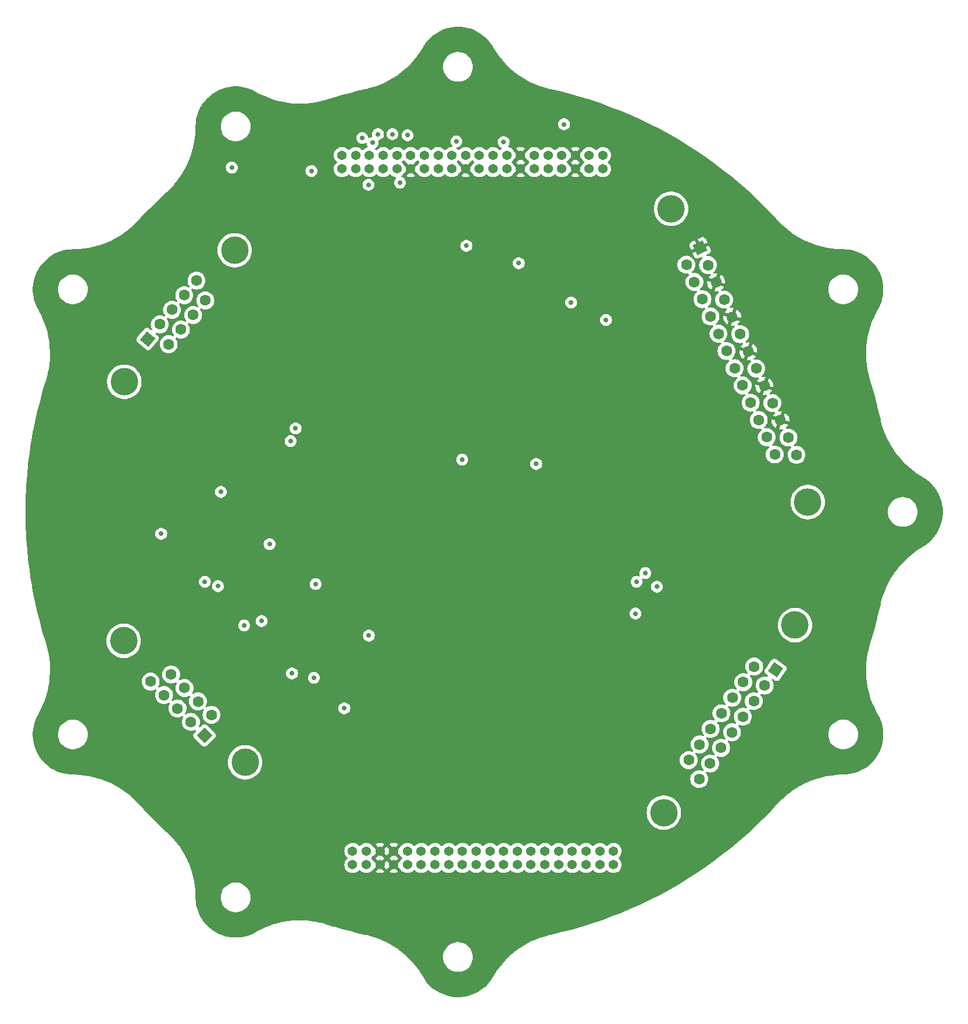
<source format=gbr>
%TF.GenerationSoftware,KiCad,Pcbnew,7.0.7*%
%TF.CreationDate,2024-03-26T09:21:42-07:00*%
%TF.ProjectId,Connector-board,436f6e6e-6563-4746-9f72-2d626f617264,rev?*%
%TF.SameCoordinates,Original*%
%TF.FileFunction,Copper,L3,Inr*%
%TF.FilePolarity,Positive*%
%FSLAX46Y46*%
G04 Gerber Fmt 4.6, Leading zero omitted, Abs format (unit mm)*
G04 Created by KiCad (PCBNEW 7.0.7) date 2024-03-26 09:21:42*
%MOMM*%
%LPD*%
G01*
G04 APERTURE LIST*
G04 Aperture macros list*
%AMRotRect*
0 Rectangle, with rotation*
0 The origin of the aperture is its center*
0 $1 length*
0 $2 width*
0 $3 Rotation angle, in degrees counterclockwise*
0 Add horizontal line*
21,1,$1,$2,0,0,$3*%
G04 Aperture macros list end*
%TA.AperFunction,ComponentPad*%
%ADD10C,4.000000*%
%TD*%
%TA.AperFunction,ComponentPad*%
%ADD11RotRect,1.600000X1.600000X115.000000*%
%TD*%
%TA.AperFunction,ComponentPad*%
%ADD12C,1.600000*%
%TD*%
%TA.AperFunction,ComponentPad*%
%ADD13C,1.371600*%
%TD*%
%TA.AperFunction,ComponentPad*%
%ADD14RotRect,1.600000X1.600000X315.000000*%
%TD*%
%TA.AperFunction,ComponentPad*%
%ADD15RotRect,1.600000X1.600000X55.000000*%
%TD*%
%TA.AperFunction,ComponentPad*%
%ADD16RotRect,1.600000X1.600000X230.000000*%
%TD*%
%TA.AperFunction,ViaPad*%
%ADD17C,0.711200*%
%TD*%
G04 APERTURE END LIST*
D10*
%TO.N,N/C*%
%TO.C,PT_DSUB1*%
X222383093Y-106381776D03*
X202477772Y-63694679D03*
D11*
%TO.N,PT1_E+*%
X206693474Y-69375274D03*
D12*
%TO.N,PT1_E-*%
X207864127Y-71885747D03*
%TO.N,PT1_E+*%
X209034779Y-74396219D03*
%TO.N,PT1_E-*%
X210205432Y-76906692D03*
%TO.N,PT1_E+*%
X211376084Y-79417164D03*
%TO.N,PT1_E-*%
X212546737Y-81927637D03*
%TO.N,PT1_E+*%
X213717390Y-84438109D03*
%TO.N,PT1_E-*%
X214888042Y-86948582D03*
%TO.N,PT1_E+*%
X216058695Y-89459055D03*
%TO.N,PT1_E-*%
X217229347Y-91969527D03*
%TO.N,PT1_E+*%
X218400000Y-94480000D03*
%TO.N,PT1_E-*%
X219570652Y-96990472D03*
%TO.N,unconnected-(PT_DSUB1-Pad13)*%
X220741305Y-99500945D03*
%TO.N,PT1_A+*%
X204704886Y-71830746D03*
%TO.N,unconnected-(PT_DSUB1-P15-Pad15)*%
X205875539Y-74341219D03*
%TO.N,PT2_A+*%
X207046191Y-76851691D03*
%TO.N,unconnected-(PT_DSUB1-P17-Pad17)*%
X208216844Y-79362164D03*
%TO.N,PT3_A+*%
X209387497Y-81872636D03*
%TO.N,unconnected-(PT_DSUB1-P19-Pad19)*%
X210558149Y-84383109D03*
%TO.N,PT4_A+*%
X211728802Y-86893582D03*
%TO.N,unconnected-(PT_DSUB1-P21-Pad21)*%
X212899454Y-89404054D03*
%TO.N,PT5_A+*%
X214070107Y-91914527D03*
%TO.N,unconnected-(PT_DSUB1-P23-Pad23)*%
X215240759Y-94424999D03*
%TO.N,PT6_A+*%
X216411412Y-96935472D03*
%TO.N,unconnected-(PT_DSUB1-P25-Pad25)*%
X217582065Y-99445944D03*
%TD*%
D13*
%TO.N,+3.3V*%
%TO.C,J1*%
X156086831Y-159170000D03*
X156086831Y-157170000D03*
%TO.N,PT1_E-*%
X158086831Y-159170000D03*
X158086831Y-157170000D03*
%TO.N,PT1_E+*%
X160086831Y-159170000D03*
X160086831Y-157170000D03*
X162086831Y-159170000D03*
X162086831Y-157170000D03*
%TO.N,PT1_E-*%
X164086831Y-159170000D03*
X164086831Y-157170000D03*
%TO.N,FLIGHT_LOX_VENT*%
X166086831Y-159170000D03*
X166086831Y-157170000D03*
%TO.N,PT1_E-*%
X168086831Y-159170000D03*
X168086831Y-157170000D03*
%TO.N,FLIGHT_ETH_VENT*%
X170086831Y-159170000D03*
X170086831Y-157170000D03*
%TO.N,PT1_E-*%
X172086831Y-159170000D03*
X172086831Y-157170000D03*
%TO.N,FLIGHT_ETH_MAIN*%
X174086831Y-159170000D03*
X174086831Y-157170000D03*
%TO.N,PT1_E-*%
X176086831Y-159170000D03*
X176086831Y-157170000D03*
%TO.N,unconnected-(J1A-Pin_23-PadA23)*%
X178086831Y-159170000D03*
%TO.N,unconnected-(J1A-Pin_24-PadA24)*%
X178086831Y-157170000D03*
%TO.N,PT1_E-*%
X180086831Y-159170000D03*
X180086831Y-157170000D03*
%TO.N,unconnected-(J1A-Pin_27-PadA27)*%
X182086831Y-159170000D03*
%TO.N,unconnected-(J1A-Pin_28-PadA28)*%
X182086831Y-157170000D03*
%TO.N,unconnected-(J1A-Pin_29-PadA29)*%
X184086831Y-159170000D03*
%TO.N,unconnected-(J1A-Pin_30-PadA30)*%
X184086831Y-157170000D03*
%TO.N,unconnected-(J1A-Pin_31-PadA31)*%
X186086831Y-159170000D03*
%TO.N,unconnected-(J1A-Pin_32-PadA32)*%
X186086831Y-157170000D03*
%TO.N,unconnected-(J1A-Pin_33-PadA33)*%
X188086731Y-159170000D03*
%TO.N,unconnected-(J1A-Pin_34-PadA34)*%
X188086731Y-157170000D03*
%TO.N,PWR_SUP*%
X190086731Y-159170000D03*
X190086731Y-157170000D03*
X192086731Y-159170000D03*
X192086731Y-157170000D03*
X194086731Y-159170000D03*
X194086731Y-157170000D03*
%TO.N,unconnected-(J1B-Pin_1-PadB1)*%
X154550000Y-57900000D03*
%TO.N,SPI_SCK*%
X154550000Y-55900000D03*
%TO.N,unconnected-(J1B-Pin_3-PadB3)*%
X156550000Y-57900000D03*
%TO.N,SPI_MISO*%
X156550000Y-55900000D03*
%TO.N,PT1_E-*%
X158550000Y-57900000D03*
%TO.N,SPI_MOSI*%
X158550000Y-55900000D03*
%TO.N,unconnected-(J1B-Pin_7-PadB7)*%
X160550000Y-57900000D03*
%TO.N,PT1_E-*%
X160550000Y-55900000D03*
X162549900Y-57900000D03*
%TO.N,TC1_CS*%
X162549900Y-55900000D03*
%TO.N,PT1_E+*%
X164549900Y-57900000D03*
%TO.N,TC2_CS*%
X164549900Y-55900000D03*
%TO.N,PT1_E-*%
X166549900Y-57900000D03*
%TO.N,TC3_CS*%
X166549900Y-55900000D03*
%TO.N,PT1_A+*%
X168549900Y-57900000D03*
%TO.N,TC4_CS*%
X168549900Y-55900000D03*
%TO.N,PT1_E-*%
X170549900Y-57900000D03*
X170549900Y-55900000D03*
%TO.N,PT1_E+*%
X172549900Y-57900000D03*
%TO.N,unconnected-(J1B-Pin_20-PadB20)*%
X172549900Y-55900000D03*
%TO.N,PT1_E-*%
X174549900Y-57900000D03*
%TO.N,unconnected-(J1B-Pin_22-PadB22)*%
X174549900Y-55900000D03*
%TO.N,PT2_A+*%
X176549900Y-57900000D03*
%TO.N,unconnected-(J1B-Pin_24-PadB24)*%
X176549900Y-55900000D03*
%TO.N,PT1_E-*%
X178549900Y-57900000D03*
X178549900Y-55900000D03*
%TO.N,PT1_E+*%
X180549900Y-57900000D03*
X180549900Y-55900000D03*
%TO.N,PT1_E-*%
X182549900Y-57900000D03*
X182549900Y-55900000D03*
%TO.N,PT3_A+*%
X184549900Y-57900000D03*
%TO.N,PT5_A+*%
X184549900Y-55900000D03*
%TO.N,PT1_E-*%
X186549900Y-57900000D03*
X186549900Y-55900000D03*
%TO.N,PT1_E+*%
X188549900Y-57900000D03*
X188549900Y-55900000D03*
%TO.N,PT1_E-*%
X190549900Y-57900000D03*
X190549900Y-55900000D03*
%TO.N,PT4_A+*%
X192549900Y-57900000D03*
%TO.N,PT6_A+*%
X192549900Y-55900000D03*
%TD*%
D10*
%TO.N,N/C*%
%TO.C,4TC_DSUB1*%
X122764701Y-126571772D03*
X140442371Y-144249442D03*
D14*
%TO.N,TC1_T-*%
X134516816Y-140332070D03*
D12*
%TO.N,TC2_T-*%
X132558130Y-138373384D03*
%TO.N,TC3_T-*%
X130599444Y-136414698D03*
%TO.N,TC4_T-*%
X128640759Y-134456013D03*
%TO.N,unconnected-(4TC_DSUB1-Pad5)*%
X126682073Y-132497327D03*
%TO.N,TC1_T+*%
X135545656Y-137344544D03*
%TO.N,TC2_T+*%
X133586971Y-135385858D03*
%TO.N,TC3_T+*%
X131628285Y-133427172D03*
%TO.N,TC4_T+*%
X129669599Y-131468486D03*
%TD*%
D10*
%TO.N,N/C*%
%TO.C,GND_DSUB1*%
X201425933Y-151566082D03*
X220526028Y-124288319D03*
D15*
%TO.N,PWR_SUP*%
X217700000Y-130800000D03*
D12*
X216111193Y-133069051D03*
X214522387Y-135338102D03*
%TO.N,unconnected-(GND_DSUB1-Pad4)*%
X212933580Y-137607153D03*
%TO.N,GROUND_ETH_VENT*%
X211344773Y-139876205D03*
%TO.N,GROUND_LOX_VENT*%
X209755966Y-142145256D03*
%TO.N,unconnected-(GND_DSUB1-Pad7)*%
X208167160Y-144414307D03*
%TO.N,unconnected-(GND_DSUB1-Pad8)*%
X206578353Y-146683358D03*
%TO.N,PT1_E-*%
X214579205Y-130305569D03*
X212990398Y-132574620D03*
X211401591Y-134843671D03*
X209812785Y-137112722D03*
%TO.N,REDS_ETH_VENT*%
X208223978Y-139381773D03*
%TO.N,REDS_LOX_VENT*%
X206635171Y-141650824D03*
%TO.N,unconnected-(GND_DSUB1-P15-Pad15)*%
X205046364Y-143919875D03*
%TD*%
D10*
%TO.N,N/C*%
%TO.C,SOLENOIDS_DSUB1*%
X138924588Y-69728891D03*
X122854897Y-88880002D03*
D16*
%TO.N,LOX_VENT*%
X126240916Y-82635574D03*
D12*
%TO.N,ETH_VENT*%
X128021438Y-80513631D03*
%TO.N,unconnected-(SOLENOIDS_DSUB1-Pad3)*%
X129801959Y-78391688D03*
%TO.N,unconnected-(SOLENOIDS_DSUB1-Pad4)*%
X131582481Y-76269745D03*
%TO.N,unconnected-(SOLENOIDS_DSUB1-Pad5)*%
X133363003Y-74147802D03*
%TO.N,PT1_E-*%
X129306743Y-83400119D03*
X131087265Y-81278176D03*
%TO.N,unconnected-(SOLENOIDS_DSUB1-Pad8)*%
X132867786Y-79156233D03*
%TO.N,unconnected-(SOLENOIDS_DSUB1-Pad9)*%
X134648308Y-77034290D03*
%TD*%
D17*
%TO.N,PT1_A+*%
X172680000Y-69080000D03*
%TO.N,PT2_A+*%
X180300000Y-71620000D03*
%TO.N,PT3_A+*%
X187920000Y-77335000D03*
%TO.N,PT4_A+*%
X193000000Y-79875000D03*
%TO.N,PT1_E-*%
X154900000Y-136390000D03*
X172045000Y-100195000D03*
X182840000Y-100830000D03*
X150455000Y-131945000D03*
X147280000Y-131310000D03*
X142835000Y-123690000D03*
X140295000Y-124325000D03*
X136485000Y-118610000D03*
X128230000Y-110990000D03*
X134580000Y-117975000D03*
X197445000Y-117975000D03*
X198715000Y-116705000D03*
X158400000Y-60200000D03*
X178100000Y-54000000D03*
X171200000Y-53900000D03*
X186900000Y-51400000D03*
X163000000Y-59900000D03*
X159000000Y-54100000D03*
%TO.N,TC1_CS*%
X159800000Y-52836100D03*
X158466261Y-125806600D03*
%TO.N,TC4_CS*%
X147060203Y-97500000D03*
X157500000Y-53400000D03*
%TO.N,TC2_CS*%
X150700000Y-118300000D03*
X161900000Y-52836100D03*
%TO.N,TC3_CS*%
X144000000Y-112500000D03*
X164100000Y-53000000D03*
%TO.N,ETH_VENT*%
X197300000Y-122600000D03*
X200400000Y-118700000D03*
%TO.N,SPI_SCK*%
X150100000Y-58200000D03*
X147796303Y-95662693D03*
%TO.N,SPI_MISO*%
X138500000Y-57700000D03*
X136900000Y-104900000D03*
%TD*%
%TA.AperFunction,Conductor*%
%TO.N,PT1_E+*%
G36*
X159637536Y-157368254D02*
G01*
X159691148Y-157407123D01*
X159772341Y-157508935D01*
X159772344Y-157508938D01*
X159844372Y-157558045D01*
X159888674Y-157612074D01*
X159896734Y-157681477D01*
X159865991Y-157744220D01*
X159862202Y-157748180D01*
X159442555Y-158167826D01*
X159442555Y-158172171D01*
X159859379Y-158588995D01*
X159892864Y-158650318D01*
X159887880Y-158720010D01*
X159846008Y-158775943D01*
X159827833Y-158786980D01*
X159826375Y-158787974D01*
X159725340Y-158881721D01*
X159725335Y-158881727D01*
X159703526Y-158919501D01*
X159652959Y-158967716D01*
X159584351Y-158980938D01*
X159519487Y-158954970D01*
X159508459Y-158945181D01*
X159083276Y-158519999D01*
X159077640Y-158513521D01*
X158967273Y-158367371D01*
X158851284Y-158261634D01*
X158815006Y-158201927D01*
X158816766Y-158132079D01*
X158851284Y-158078366D01*
X158967273Y-157972629D01*
X159077648Y-157826468D01*
X159083280Y-157819995D01*
X159506521Y-157396755D01*
X159567844Y-157363270D01*
X159637536Y-157368254D01*
G37*
%TD.AperFunction*%
%TA.AperFunction,Conductor*%
G36*
X160654171Y-157385027D02*
G01*
X160665202Y-157394818D01*
X161085764Y-157815380D01*
X161087896Y-157815380D01*
X161506521Y-157396755D01*
X161567844Y-157363270D01*
X161637535Y-157368254D01*
X161691148Y-157407123D01*
X161772341Y-157508935D01*
X161772344Y-157508938D01*
X161844372Y-157558045D01*
X161888674Y-157612074D01*
X161896734Y-157681477D01*
X161865991Y-157744220D01*
X161862202Y-157748180D01*
X161442555Y-158167826D01*
X161442555Y-158172171D01*
X161859379Y-158588995D01*
X161892864Y-158650318D01*
X161887880Y-158720010D01*
X161846008Y-158775943D01*
X161827833Y-158786980D01*
X161826375Y-158787974D01*
X161725340Y-158881721D01*
X161725335Y-158881727D01*
X161703526Y-158919501D01*
X161652959Y-158967716D01*
X161584351Y-158980938D01*
X161519487Y-158954970D01*
X161508459Y-158945181D01*
X161087896Y-158524618D01*
X161085763Y-158524618D01*
X160667139Y-158943243D01*
X160605816Y-158976728D01*
X160536125Y-158971744D01*
X160482511Y-158932875D01*
X160401316Y-158831061D01*
X160401315Y-158831060D01*
X160329287Y-158781952D01*
X160284985Y-158727923D01*
X160276927Y-158658520D01*
X160307669Y-158595777D01*
X160311458Y-158591818D01*
X160731100Y-158172175D01*
X160731100Y-158167821D01*
X160314282Y-157751004D01*
X160280797Y-157689681D01*
X160285781Y-157619990D01*
X160327652Y-157564056D01*
X160345827Y-157553020D01*
X160347286Y-157552025D01*
X160347286Y-157552024D01*
X160347290Y-157552023D01*
X160448322Y-157458279D01*
X160470135Y-157420498D01*
X160520699Y-157372284D01*
X160589306Y-157359060D01*
X160654171Y-157385027D01*
G37*
%TD.AperFunction*%
%TA.AperFunction,Conductor*%
G36*
X162654171Y-157385027D02*
G01*
X162665202Y-157394818D01*
X163090384Y-157819999D01*
X163096017Y-157826473D01*
X163206389Y-157972629D01*
X163206391Y-157972631D01*
X163206395Y-157972635D01*
X163322373Y-158078363D01*
X163358655Y-158138074D01*
X163356894Y-158207922D01*
X163322373Y-158261637D01*
X163206390Y-158367368D01*
X163096024Y-158513517D01*
X163090381Y-158520002D01*
X162667139Y-158943243D01*
X162605816Y-158976728D01*
X162536124Y-158971744D01*
X162482511Y-158932875D01*
X162401316Y-158831061D01*
X162401315Y-158831060D01*
X162329287Y-158781952D01*
X162284985Y-158727923D01*
X162276927Y-158658520D01*
X162307669Y-158595777D01*
X162311458Y-158591818D01*
X162731100Y-158172175D01*
X162731100Y-158167821D01*
X162314282Y-157751004D01*
X162280797Y-157689681D01*
X162285781Y-157619990D01*
X162327652Y-157564056D01*
X162345827Y-157553020D01*
X162347286Y-157552025D01*
X162347286Y-157552024D01*
X162347290Y-157552023D01*
X162448322Y-157458279D01*
X162470135Y-157420498D01*
X162520699Y-157372284D01*
X162589306Y-157359060D01*
X162654171Y-157385027D01*
G37*
%TD.AperFunction*%
%TA.AperFunction,Conductor*%
G36*
X163637948Y-56662758D02*
G01*
X163648848Y-56675337D01*
X163669458Y-56702629D01*
X163831932Y-56850743D01*
X163831937Y-56850746D01*
X163831940Y-56850748D01*
X163878164Y-56879369D01*
X163900568Y-56897115D01*
X164322448Y-57318995D01*
X164355933Y-57380318D01*
X164350949Y-57450010D01*
X164309077Y-57505943D01*
X164290902Y-57516980D01*
X164289444Y-57517974D01*
X164188409Y-57611721D01*
X164188404Y-57611727D01*
X164166595Y-57649501D01*
X164116028Y-57697716D01*
X164047420Y-57710938D01*
X163982556Y-57684970D01*
X163971528Y-57675181D01*
X163546345Y-57249999D01*
X163540709Y-57243521D01*
X163430342Y-57097371D01*
X163430340Y-57097368D01*
X163314356Y-56991636D01*
X163278074Y-56931925D01*
X163279835Y-56862078D01*
X163314354Y-56808365D01*
X163430342Y-56702629D01*
X163450946Y-56675343D01*
X163507053Y-56633709D01*
X163576765Y-56629016D01*
X163637948Y-56662758D01*
G37*
%TD.AperFunction*%
%TA.AperFunction,Conductor*%
G36*
X171637948Y-56662758D02*
G01*
X171648848Y-56675337D01*
X171669458Y-56702629D01*
X171831932Y-56850743D01*
X171831937Y-56850746D01*
X171831940Y-56850748D01*
X171878164Y-56879369D01*
X171900568Y-56897115D01*
X172322448Y-57318995D01*
X172355933Y-57380318D01*
X172350949Y-57450010D01*
X172309077Y-57505943D01*
X172290902Y-57516980D01*
X172289444Y-57517974D01*
X172188409Y-57611721D01*
X172188404Y-57611727D01*
X172166595Y-57649501D01*
X172116028Y-57697716D01*
X172047420Y-57710938D01*
X171982556Y-57684970D01*
X171971528Y-57675181D01*
X171546345Y-57249999D01*
X171540709Y-57243521D01*
X171430342Y-57097371D01*
X171430340Y-57097368D01*
X171314356Y-56991636D01*
X171278074Y-56931925D01*
X171279835Y-56862078D01*
X171314354Y-56808365D01*
X171430342Y-56702629D01*
X171450946Y-56675343D01*
X171507053Y-56633709D01*
X171576765Y-56629016D01*
X171637948Y-56662758D01*
G37*
%TD.AperFunction*%
%TA.AperFunction,Conductor*%
G36*
X180100605Y-56098254D02*
G01*
X180154217Y-56137123D01*
X180235410Y-56238935D01*
X180235413Y-56238938D01*
X180307441Y-56288045D01*
X180351743Y-56342074D01*
X180359803Y-56411477D01*
X180329060Y-56474220D01*
X180325271Y-56478180D01*
X179905624Y-56897826D01*
X179905624Y-56902171D01*
X180322448Y-57318995D01*
X180355933Y-57380318D01*
X180350949Y-57450010D01*
X180309077Y-57505943D01*
X180290902Y-57516980D01*
X180289444Y-57517974D01*
X180188409Y-57611721D01*
X180188404Y-57611727D01*
X180166595Y-57649501D01*
X180116028Y-57697716D01*
X180047420Y-57710938D01*
X179982556Y-57684970D01*
X179971528Y-57675181D01*
X179546345Y-57249999D01*
X179540709Y-57243521D01*
X179430342Y-57097371D01*
X179430340Y-57097368D01*
X179314357Y-56991637D01*
X179278076Y-56931926D01*
X179279836Y-56862079D01*
X179314357Y-56808363D01*
X179430340Y-56702631D01*
X179430342Y-56702629D01*
X179540717Y-56556468D01*
X179546349Y-56549995D01*
X179969590Y-56126755D01*
X180030913Y-56093270D01*
X180100605Y-56098254D01*
G37*
%TD.AperFunction*%
%TA.AperFunction,Conductor*%
G36*
X188100605Y-56098254D02*
G01*
X188154217Y-56137123D01*
X188235410Y-56238935D01*
X188235413Y-56238938D01*
X188307441Y-56288045D01*
X188351743Y-56342074D01*
X188359803Y-56411477D01*
X188329060Y-56474220D01*
X188325271Y-56478180D01*
X187905624Y-56897826D01*
X187905624Y-56902171D01*
X188322448Y-57318995D01*
X188355933Y-57380318D01*
X188350949Y-57450010D01*
X188309077Y-57505943D01*
X188290902Y-57516980D01*
X188289444Y-57517974D01*
X188188409Y-57611721D01*
X188188404Y-57611727D01*
X188166595Y-57649501D01*
X188116028Y-57697716D01*
X188047420Y-57710938D01*
X187982556Y-57684970D01*
X187971528Y-57675181D01*
X187546345Y-57249999D01*
X187540709Y-57243521D01*
X187430342Y-57097371D01*
X187430340Y-57097368D01*
X187314357Y-56991637D01*
X187278076Y-56931926D01*
X187279836Y-56862079D01*
X187314357Y-56808363D01*
X187430340Y-56702631D01*
X187430342Y-56702629D01*
X187540717Y-56556468D01*
X187546349Y-56549995D01*
X187969590Y-56126755D01*
X188030913Y-56093270D01*
X188100605Y-56098254D01*
G37*
%TD.AperFunction*%
%TA.AperFunction,Conductor*%
G36*
X165637948Y-56662758D02*
G01*
X165648848Y-56675337D01*
X165664509Y-56696075D01*
X165669460Y-56702632D01*
X165785442Y-56808363D01*
X165821724Y-56868074D01*
X165819963Y-56937922D01*
X165785442Y-56991637D01*
X165669459Y-57097368D01*
X165559093Y-57243517D01*
X165553450Y-57250002D01*
X165130208Y-57673243D01*
X165068885Y-57706728D01*
X164999193Y-57701744D01*
X164945580Y-57662875D01*
X164864385Y-57561061D01*
X164864384Y-57561060D01*
X164792356Y-57511952D01*
X164748054Y-57457923D01*
X164739996Y-57388520D01*
X164770738Y-57325777D01*
X164774527Y-57321818D01*
X165199231Y-56897114D01*
X165221626Y-56879374D01*
X165267868Y-56850743D01*
X165430342Y-56702629D01*
X165450946Y-56675343D01*
X165507053Y-56633709D01*
X165576765Y-56629016D01*
X165637948Y-56662758D01*
G37*
%TD.AperFunction*%
%TA.AperFunction,Conductor*%
G36*
X173637948Y-56662758D02*
G01*
X173648848Y-56675337D01*
X173664509Y-56696075D01*
X173669460Y-56702632D01*
X173785442Y-56808363D01*
X173821724Y-56868074D01*
X173819963Y-56937922D01*
X173785442Y-56991637D01*
X173669459Y-57097368D01*
X173559093Y-57243517D01*
X173553450Y-57250002D01*
X173130208Y-57673243D01*
X173068885Y-57706728D01*
X172999193Y-57701744D01*
X172945580Y-57662875D01*
X172864385Y-57561061D01*
X172864384Y-57561060D01*
X172792356Y-57511952D01*
X172748054Y-57457923D01*
X172739996Y-57388520D01*
X172770738Y-57325777D01*
X172774527Y-57321818D01*
X173199231Y-56897114D01*
X173221626Y-56879374D01*
X173267868Y-56850743D01*
X173430342Y-56702629D01*
X173450946Y-56675343D01*
X173507053Y-56633709D01*
X173576765Y-56629016D01*
X173637948Y-56662758D01*
G37*
%TD.AperFunction*%
%TA.AperFunction,Conductor*%
G36*
X181117240Y-56115027D02*
G01*
X181128271Y-56124818D01*
X181553453Y-56549999D01*
X181559086Y-56556473D01*
X181669458Y-56702629D01*
X181669460Y-56702631D01*
X181669464Y-56702635D01*
X181785442Y-56808363D01*
X181821724Y-56868074D01*
X181819963Y-56937922D01*
X181785442Y-56991637D01*
X181669459Y-57097368D01*
X181559093Y-57243517D01*
X181553450Y-57250002D01*
X181130208Y-57673243D01*
X181068885Y-57706728D01*
X180999193Y-57701744D01*
X180945580Y-57662875D01*
X180864385Y-57561061D01*
X180864384Y-57561060D01*
X180792356Y-57511952D01*
X180748054Y-57457923D01*
X180739996Y-57388520D01*
X180770738Y-57325777D01*
X180774527Y-57321818D01*
X181194169Y-56902175D01*
X181194169Y-56897821D01*
X180777351Y-56481004D01*
X180743866Y-56419681D01*
X180748850Y-56349990D01*
X180790721Y-56294056D01*
X180808896Y-56283020D01*
X180810355Y-56282025D01*
X180810355Y-56282024D01*
X180810359Y-56282023D01*
X180911391Y-56188279D01*
X180933204Y-56150498D01*
X180983768Y-56102284D01*
X181052375Y-56089060D01*
X181117240Y-56115027D01*
G37*
%TD.AperFunction*%
%TA.AperFunction,Conductor*%
G36*
X189117240Y-56115027D02*
G01*
X189128271Y-56124818D01*
X189553453Y-56549999D01*
X189559086Y-56556473D01*
X189669458Y-56702629D01*
X189669460Y-56702631D01*
X189669464Y-56702635D01*
X189785442Y-56808363D01*
X189821724Y-56868074D01*
X189819963Y-56937922D01*
X189785442Y-56991637D01*
X189669459Y-57097368D01*
X189559093Y-57243517D01*
X189553450Y-57250002D01*
X189130208Y-57673243D01*
X189068885Y-57706728D01*
X188999193Y-57701744D01*
X188945580Y-57662875D01*
X188864385Y-57561061D01*
X188864384Y-57561060D01*
X188792356Y-57511952D01*
X188748054Y-57457923D01*
X188739996Y-57388520D01*
X188770738Y-57325777D01*
X188774527Y-57321818D01*
X189194169Y-56902175D01*
X189194169Y-56897821D01*
X188777351Y-56481004D01*
X188743866Y-56419681D01*
X188748850Y-56349990D01*
X188790721Y-56294056D01*
X188808896Y-56283020D01*
X188810355Y-56282025D01*
X188810355Y-56282024D01*
X188810359Y-56282023D01*
X188911391Y-56188279D01*
X188933204Y-56150498D01*
X188983768Y-56102284D01*
X189052375Y-56089060D01*
X189117240Y-56115027D01*
G37*
%TD.AperFunction*%
%TA.AperFunction,Conductor*%
G36*
X171830424Y-37216791D02*
G01*
X171916328Y-37220250D01*
X171921281Y-37220649D01*
X172382955Y-37276657D01*
X172387832Y-37277449D01*
X172843508Y-37370392D01*
X172848330Y-37371580D01*
X173132756Y-37453888D01*
X173295040Y-37500851D01*
X173299756Y-37502424D01*
X173734638Y-37667195D01*
X173739202Y-37669138D01*
X174159427Y-37868337D01*
X174163819Y-37870641D01*
X174566663Y-38102977D01*
X174570882Y-38105642D01*
X174953731Y-38369604D01*
X174957696Y-38372580D01*
X175117250Y-38502692D01*
X175318093Y-38666475D01*
X175321830Y-38669782D01*
X175657427Y-38991694D01*
X175660883Y-38995287D01*
X175969512Y-39343138D01*
X175972654Y-39346980D01*
X176200388Y-39649525D01*
X176252324Y-39718523D01*
X176255162Y-39722628D01*
X176505390Y-40117559D01*
X176533185Y-40165598D01*
X176533483Y-40166022D01*
X176673802Y-40408555D01*
X176673806Y-40408562D01*
X177040321Y-40972381D01*
X177435591Y-41516427D01*
X177858551Y-42039236D01*
X178308062Y-42539400D01*
X178782915Y-43015572D01*
X178901834Y-43123046D01*
X179281825Y-43466467D01*
X179281826Y-43466467D01*
X179281829Y-43466470D01*
X179803462Y-43890880D01*
X180182137Y-44167610D01*
X180346419Y-44287665D01*
X180346418Y-44287665D01*
X180909209Y-44655738D01*
X181459335Y-44976068D01*
X181490344Y-44994124D01*
X182088251Y-45301910D01*
X182405470Y-45444904D01*
X182701321Y-45578266D01*
X182981864Y-45687594D01*
X183327891Y-45822441D01*
X183327892Y-45822442D01*
X183327897Y-45822443D01*
X183327898Y-45822444D01*
X183966300Y-46033791D01*
X184243484Y-46109848D01*
X184614804Y-46211736D01*
X184614805Y-46211736D01*
X184709150Y-46232426D01*
X184886405Y-46271298D01*
X184886417Y-46271302D01*
X184899406Y-46274150D01*
X184899408Y-46274152D01*
X184943189Y-46283753D01*
X184943241Y-46283765D01*
X184943241Y-46283766D01*
X186453627Y-46634549D01*
X187954922Y-47022402D01*
X189446216Y-47447090D01*
X190926604Y-47908357D01*
X192395190Y-48405922D01*
X193851084Y-48939484D01*
X195293404Y-49508720D01*
X196721276Y-50113284D01*
X198133835Y-50752811D01*
X199530224Y-51426912D01*
X200909598Y-52135180D01*
X202271121Y-52877186D01*
X203613968Y-53652479D01*
X204937325Y-54460590D01*
X206240390Y-55301029D01*
X207522374Y-56173287D01*
X208782499Y-57076835D01*
X210020003Y-58011126D01*
X211234136Y-58975594D01*
X212424161Y-59969655D01*
X213589358Y-60992705D01*
X214729021Y-62044126D01*
X215842458Y-63123280D01*
X216928996Y-64229513D01*
X217805835Y-65167344D01*
X217988139Y-65362328D01*
X218025633Y-65403433D01*
X218025746Y-65403537D01*
X218214580Y-65610564D01*
X218214581Y-65610565D01*
X218692927Y-66083214D01*
X218692927Y-66083213D01*
X218692934Y-66083220D01*
X218774383Y-66155745D01*
X219195165Y-66530426D01*
X219719903Y-66950966D01*
X219719904Y-66950966D01*
X219719910Y-66950970D01*
X219719916Y-66950975D01*
X219719919Y-66950977D01*
X220265777Y-67343736D01*
X220684936Y-67613475D01*
X220831247Y-67707630D01*
X220831288Y-67707656D01*
X220886272Y-67739131D01*
X221414899Y-68041740D01*
X221513183Y-68091419D01*
X222015051Y-68345097D01*
X222015059Y-68345100D01*
X222015064Y-68345103D01*
X222309841Y-68475370D01*
X222630160Y-68616925D01*
X222737366Y-68657794D01*
X223258524Y-68856470D01*
X223258530Y-68856472D01*
X223258529Y-68856472D01*
X223889025Y-69060047D01*
X223898471Y-69063097D01*
X224548275Y-69236247D01*
X224968539Y-69325171D01*
X225206181Y-69375454D01*
X225870447Y-69480348D01*
X225870448Y-69480348D01*
X226539225Y-69550637D01*
X227210761Y-69586139D01*
X227210760Y-69586139D01*
X227257325Y-69586181D01*
X227547008Y-69586443D01*
X227547011Y-69586443D01*
X227547072Y-69586445D01*
X227548050Y-69586733D01*
X227549560Y-69586548D01*
X227622943Y-69589569D01*
X228014137Y-69605677D01*
X228019083Y-69606080D01*
X228415698Y-69654561D01*
X228480692Y-69662506D01*
X228485612Y-69663309D01*
X228941192Y-69756664D01*
X228946005Y-69757854D01*
X229314953Y-69864988D01*
X229392587Y-69887531D01*
X229397319Y-69889114D01*
X229623192Y-69974929D01*
X229832038Y-70054276D01*
X229836609Y-70056226D01*
X230256639Y-70255803D01*
X230261046Y-70258118D01*
X230613241Y-70461672D01*
X230663672Y-70490819D01*
X230667883Y-70493484D01*
X230810610Y-70592083D01*
X231050496Y-70757801D01*
X231054478Y-70760796D01*
X231414605Y-71055019D01*
X231418322Y-71058315D01*
X231753623Y-71380533D01*
X231757079Y-71384133D01*
X232065384Y-71732260D01*
X232068540Y-71736127D01*
X232347862Y-72107920D01*
X232350696Y-72112027D01*
X232599217Y-72505061D01*
X232601713Y-72509383D01*
X232817836Y-72921137D01*
X232819976Y-72925646D01*
X233002294Y-73353437D01*
X233004060Y-73358093D01*
X233151393Y-73799158D01*
X233152783Y-73803951D01*
X233264183Y-74255444D01*
X233265183Y-74260334D01*
X233339920Y-74719302D01*
X233340523Y-74724256D01*
X233378121Y-75187753D01*
X233378324Y-75192739D01*
X233378534Y-75657764D01*
X233378336Y-75662751D01*
X233371446Y-75748655D01*
X233347836Y-76043047D01*
X233341160Y-76126281D01*
X233340561Y-76131236D01*
X233266238Y-76590285D01*
X233265244Y-76595169D01*
X233202199Y-76851689D01*
X233154258Y-77046749D01*
X233152873Y-77051543D01*
X233005936Y-77492748D01*
X233004170Y-77497416D01*
X232921947Y-77690832D01*
X232844322Y-77873431D01*
X232822246Y-77925360D01*
X232820110Y-77929870D01*
X232603040Y-78344341D01*
X232575592Y-78391983D01*
X232575565Y-78392041D01*
X232435357Y-78635398D01*
X232333918Y-78834710D01*
X232130337Y-79234713D01*
X232130332Y-79234724D01*
X232130332Y-79234723D01*
X231972658Y-79588861D01*
X231856813Y-79849051D01*
X231772983Y-80067133D01*
X231615529Y-80476745D01*
X231561161Y-80643547D01*
X231407128Y-81116124D01*
X231407125Y-81116134D01*
X231407125Y-81116135D01*
X231232179Y-81765440D01*
X231091148Y-82422968D01*
X231091148Y-82422969D01*
X230984416Y-83086922D01*
X230984416Y-83086921D01*
X230912272Y-83755519D01*
X230874909Y-84426953D01*
X230873221Y-84884435D01*
X230872427Y-85099433D01*
X230904834Y-85771130D01*
X230952014Y-86240847D01*
X230972043Y-86440251D01*
X231073868Y-87104958D01*
X231133860Y-87395079D01*
X231210044Y-87763511D01*
X231377557Y-88404008D01*
X231380198Y-88414107D01*
X231465549Y-88682665D01*
X231465554Y-88682677D01*
X231481992Y-88734402D01*
X231822222Y-89840049D01*
X232142051Y-90951606D01*
X232441416Y-92068848D01*
X232720216Y-93191398D01*
X232978298Y-94318624D01*
X232990297Y-94373334D01*
X232990348Y-94373497D01*
X233016164Y-94491224D01*
X233050393Y-94647310D01*
X233126950Y-94926326D01*
X233228330Y-95295813D01*
X233439669Y-95934214D01*
X233439669Y-95934215D01*
X233439673Y-95934225D01*
X233683847Y-96560808D01*
X233960197Y-97173880D01*
X234267979Y-97771791D01*
X234448045Y-98081036D01*
X234606362Y-98352929D01*
X234930281Y-98848212D01*
X234974439Y-98915732D01*
X235236438Y-99274253D01*
X235371211Y-99458676D01*
X235371211Y-99458677D01*
X235371216Y-99458683D01*
X235795624Y-99980319D01*
X236246521Y-100479237D01*
X236709050Y-100940486D01*
X236722697Y-100954095D01*
X236722696Y-100954094D01*
X237222857Y-101403605D01*
X237745667Y-101826567D01*
X238289714Y-102221838D01*
X238853534Y-102588354D01*
X238853541Y-102588358D01*
X239105731Y-102734263D01*
X239144560Y-102756729D01*
X239539491Y-103006957D01*
X239543593Y-103009792D01*
X239915142Y-103289467D01*
X239918979Y-103292604D01*
X240266829Y-103601233D01*
X240270425Y-103604692D01*
X240592337Y-103940289D01*
X240595644Y-103944026D01*
X240707599Y-104081313D01*
X240853549Y-104260289D01*
X240889531Y-104304412D01*
X240892518Y-104308392D01*
X240991047Y-104451298D01*
X241156477Y-104691237D01*
X241159142Y-104695456D01*
X241391478Y-105098300D01*
X241393786Y-105102702D01*
X241592974Y-105522901D01*
X241594929Y-105527493D01*
X241759690Y-105962349D01*
X241761269Y-105967083D01*
X241890539Y-106413789D01*
X241891731Y-106418628D01*
X241948263Y-106695791D01*
X241984666Y-106874265D01*
X241985466Y-106879191D01*
X242041468Y-107340817D01*
X242041869Y-107345791D01*
X242060578Y-107810443D01*
X242060578Y-107815435D01*
X242041869Y-108280088D01*
X242041468Y-108285062D01*
X242015734Y-108497191D01*
X241997345Y-108648773D01*
X241985466Y-108746688D01*
X241984666Y-108751614D01*
X241891733Y-109207244D01*
X241890539Y-109212090D01*
X241761269Y-109658796D01*
X241759690Y-109663530D01*
X241594929Y-110098386D01*
X241592974Y-110102978D01*
X241525883Y-110244511D01*
X241412347Y-110484025D01*
X241393796Y-110523159D01*
X241391478Y-110527579D01*
X241159142Y-110930423D01*
X241156477Y-110934642D01*
X240892527Y-111317475D01*
X240889531Y-111321467D01*
X240595644Y-111681853D01*
X240592337Y-111685590D01*
X240270425Y-112021187D01*
X240266829Y-112024646D01*
X239918994Y-112333262D01*
X239915130Y-112336422D01*
X239543596Y-112616084D01*
X239539491Y-112618923D01*
X239174587Y-112850125D01*
X239144573Y-112869142D01*
X238853533Y-113037525D01*
X238552190Y-113233415D01*
X238289714Y-113404039D01*
X238289715Y-113404039D01*
X238289713Y-113404040D01*
X237745665Y-113799311D01*
X237222854Y-114222273D01*
X236722689Y-114671786D01*
X236246517Y-115146641D01*
X236246510Y-115146649D01*
X235795622Y-115645554D01*
X235371205Y-116167200D01*
X235262943Y-116315346D01*
X234974432Y-116710144D01*
X234974431Y-116710145D01*
X234606354Y-117272948D01*
X234570054Y-117335290D01*
X234267970Y-117854086D01*
X233960187Y-118451996D01*
X233683836Y-119065069D01*
X233492485Y-119556100D01*
X233439657Y-119691662D01*
X233228317Y-120330063D01*
X233050380Y-120978565D01*
X233050379Y-120978566D01*
X232987026Y-121267459D01*
X232987023Y-121267479D01*
X232978385Y-121306862D01*
X232720213Y-122434481D01*
X232441414Y-123557032D01*
X232142050Y-124674273D01*
X231822221Y-125785830D01*
X231481941Y-126891637D01*
X231465254Y-126944143D01*
X231465229Y-126944253D01*
X231446647Y-127002723D01*
X231380207Y-127211776D01*
X231210053Y-127862371D01*
X231131232Y-128243547D01*
X231073876Y-128520924D01*
X230972050Y-129185630D01*
X230972049Y-129185639D01*
X230972049Y-129185640D01*
X230904840Y-129854751D01*
X230874127Y-130491315D01*
X230872432Y-130526455D01*
X230874912Y-131198928D01*
X230912275Y-131870362D01*
X230984418Y-132538962D01*
X231091148Y-133202913D01*
X231232179Y-133860441D01*
X231373732Y-134385812D01*
X231407127Y-134509758D01*
X231535138Y-134902501D01*
X231615525Y-135149131D01*
X231652287Y-135244766D01*
X231856810Y-135776831D01*
X231856812Y-135776835D01*
X231856812Y-135776836D01*
X231881531Y-135832355D01*
X232130332Y-136391169D01*
X232257678Y-136641384D01*
X232435356Y-136990493D01*
X232587080Y-137253836D01*
X232603197Y-137281810D01*
X232820111Y-137695991D01*
X232822243Y-137700492D01*
X232896669Y-137875572D01*
X233004170Y-138128455D01*
X233005936Y-138133123D01*
X233152869Y-138574328D01*
X233154254Y-138579123D01*
X233265237Y-139030706D01*
X233266232Y-139035596D01*
X233340552Y-139494637D01*
X233341150Y-139499583D01*
X233356253Y-139687907D01*
X233378323Y-139963118D01*
X233378521Y-139968105D01*
X233378308Y-140433128D01*
X233378105Y-140438115D01*
X233340506Y-140901611D01*
X233339903Y-140906565D01*
X233265162Y-141365547D01*
X233264162Y-141370436D01*
X233152768Y-141821899D01*
X233151378Y-141826692D01*
X233004037Y-142267774D01*
X233002267Y-142272440D01*
X232819957Y-142700211D01*
X232817817Y-142704719D01*
X232601689Y-143116483D01*
X232599193Y-143120805D01*
X232350676Y-143513833D01*
X232347842Y-143517940D01*
X232068520Y-143889733D01*
X232065364Y-143893600D01*
X231757060Y-144241725D01*
X231753604Y-144245325D01*
X231418311Y-144567539D01*
X231414576Y-144570849D01*
X231054467Y-144865059D01*
X231050479Y-144868058D01*
X230667870Y-145132374D01*
X230663653Y-145135043D01*
X230261045Y-145367735D01*
X230256627Y-145370057D01*
X229836612Y-145569628D01*
X229832022Y-145571586D01*
X229397311Y-145736750D01*
X229392578Y-145738333D01*
X228946015Y-145868006D01*
X228941171Y-145869204D01*
X228485613Y-145962558D01*
X228480687Y-145963362D01*
X228019100Y-146019790D01*
X228014125Y-146020195D01*
X227547092Y-146039429D01*
X227547008Y-146039429D01*
X227243308Y-146039703D01*
X227210760Y-146039733D01*
X227210761Y-146039733D01*
X226539224Y-146075235D01*
X225870446Y-146145524D01*
X225870445Y-146145524D01*
X225206179Y-146250417D01*
X224969949Y-146300401D01*
X224548273Y-146389624D01*
X223898468Y-146562775D01*
X223258520Y-146769401D01*
X222630155Y-147008946D01*
X222630151Y-147008947D01*
X222630153Y-147008947D01*
X222015059Y-147280768D01*
X222015054Y-147280770D01*
X222015046Y-147280774D01*
X221848840Y-147364786D01*
X221414894Y-147584131D01*
X221013467Y-147813925D01*
X220831282Y-147918215D01*
X220265770Y-148282135D01*
X219719895Y-148674905D01*
X219719895Y-148674906D01*
X219449404Y-148891684D01*
X219195155Y-149095445D01*
X218692925Y-149542650D01*
X218692918Y-149542657D01*
X218692918Y-149542656D01*
X218214571Y-150015306D01*
X217988012Y-150263689D01*
X217063905Y-151252077D01*
X216928998Y-151396368D01*
X215842460Y-152502601D01*
X214729022Y-153581755D01*
X213589359Y-154633175D01*
X212424162Y-155656225D01*
X211234136Y-156650286D01*
X210020004Y-157614754D01*
X208782499Y-158549045D01*
X207522374Y-159452593D01*
X206240390Y-160324851D01*
X204937325Y-161165290D01*
X203613968Y-161973401D01*
X202271121Y-162748694D01*
X200909598Y-163490699D01*
X199530224Y-164198967D01*
X198133835Y-164873069D01*
X196777074Y-165487333D01*
X196721276Y-165512595D01*
X195293404Y-166117160D01*
X193851084Y-166686395D01*
X192395190Y-167219958D01*
X190926604Y-167717523D01*
X189446216Y-168178789D01*
X187954922Y-168603478D01*
X186453627Y-168991332D01*
X184944597Y-169341799D01*
X184614805Y-169414122D01*
X184506852Y-169443743D01*
X183966293Y-169592065D01*
X183327888Y-169803409D01*
X182701308Y-170047586D01*
X182088228Y-170323942D01*
X182088228Y-170323943D01*
X181490330Y-170631720D01*
X181490324Y-170631724D01*
X180909188Y-170970110D01*
X180909187Y-170970110D01*
X180346385Y-171338188D01*
X180346384Y-171338189D01*
X179803441Y-171734962D01*
X179803440Y-171734962D01*
X179281794Y-172159380D01*
X178782880Y-172610278D01*
X178308024Y-173086453D01*
X178308025Y-173086452D01*
X178235699Y-173166928D01*
X177858514Y-173586615D01*
X177435553Y-174109425D01*
X177435546Y-174109433D01*
X177435544Y-174109437D01*
X177392878Y-174168162D01*
X177040282Y-174653474D01*
X176673766Y-175217294D01*
X176606654Y-175333292D01*
X176505388Y-175508324D01*
X176255162Y-175903251D01*
X176252324Y-175907356D01*
X175972662Y-176278890D01*
X175969502Y-176282754D01*
X175660886Y-176630589D01*
X175657427Y-176634185D01*
X175321830Y-176956097D01*
X175318093Y-176959404D01*
X174957707Y-177253291D01*
X174953715Y-177256287D01*
X174570882Y-177520237D01*
X174566663Y-177522902D01*
X174163819Y-177755238D01*
X174159407Y-177757551D01*
X173902062Y-177879540D01*
X173739218Y-177956734D01*
X173734626Y-177958689D01*
X173299770Y-178123450D01*
X173295036Y-178125029D01*
X172848330Y-178254299D01*
X172843484Y-178255493D01*
X172387854Y-178348426D01*
X172382931Y-178349225D01*
X172174386Y-178374525D01*
X171921302Y-178405228D01*
X171916328Y-178405629D01*
X171451674Y-178424338D01*
X171446684Y-178424338D01*
X170982031Y-178405629D01*
X170977057Y-178405228D01*
X170907289Y-178396764D01*
X170515424Y-178349224D01*
X170510507Y-178348426D01*
X170054868Y-178255491D01*
X170050029Y-178254299D01*
X169603323Y-178125029D01*
X169598589Y-178123450D01*
X169163733Y-177958689D01*
X169159141Y-177956734D01*
X168738942Y-177757546D01*
X168734540Y-177755238D01*
X168331696Y-177522902D01*
X168327477Y-177520237D01*
X168145972Y-177395095D01*
X167944632Y-177256278D01*
X167940659Y-177253296D01*
X167781110Y-177123188D01*
X167580266Y-176959404D01*
X167576529Y-176956097D01*
X167240932Y-176634185D01*
X167237473Y-176630589D01*
X166928844Y-176282739D01*
X166925707Y-176278902D01*
X166646032Y-175907353D01*
X166643205Y-175903265D01*
X166393050Y-175508448D01*
X166392982Y-175508330D01*
X166224600Y-175217290D01*
X166221681Y-175212800D01*
X165889768Y-174702213D01*
X165858083Y-174653471D01*
X165462811Y-174109423D01*
X165039849Y-173586613D01*
X164662664Y-173166928D01*
X164590338Y-173086452D01*
X164590339Y-173086453D01*
X164345699Y-172841135D01*
X164115480Y-172610277D01*
X164085231Y-172582939D01*
X169284634Y-172582939D01*
X169304794Y-172877673D01*
X169364901Y-173166930D01*
X169364902Y-173166933D01*
X169463832Y-173445293D01*
X169463831Y-173445293D01*
X169599750Y-173707604D01*
X169599754Y-173707610D01*
X169770114Y-173948956D01*
X169971765Y-174164871D01*
X170200922Y-174351304D01*
X170200925Y-174351306D01*
X170200929Y-174351309D01*
X170333350Y-174431836D01*
X170453349Y-174504809D01*
X170638412Y-174585193D01*
X170724318Y-174622507D01*
X171008790Y-174702213D01*
X171266099Y-174737578D01*
X171301465Y-174742440D01*
X171301466Y-174742440D01*
X171596895Y-174742440D01*
X171628448Y-174738103D01*
X171889570Y-174702213D01*
X172174042Y-174622507D01*
X172445012Y-174504808D01*
X172697431Y-174351309D01*
X172926598Y-174164868D01*
X173128243Y-173948959D01*
X173298610Y-173707603D01*
X173434526Y-173445297D01*
X173533459Y-173166928D01*
X173593565Y-172877679D01*
X173613726Y-172582940D01*
X173593565Y-172288201D01*
X173533459Y-171998952D01*
X173434527Y-171720586D01*
X173434528Y-171720586D01*
X173298609Y-171458275D01*
X173298605Y-171458269D01*
X173128245Y-171216923D01*
X173061028Y-171144951D01*
X172926598Y-171001012D01*
X172926596Y-171001011D01*
X172926594Y-171001008D01*
X172697437Y-170814575D01*
X172697426Y-170814568D01*
X172445010Y-170661070D01*
X172174045Y-170543374D01*
X172174043Y-170543373D01*
X172174042Y-170543373D01*
X172093110Y-170520696D01*
X171889575Y-170463668D01*
X171889571Y-170463667D01*
X171889570Y-170463667D01*
X171743232Y-170443553D01*
X171596895Y-170423440D01*
X171596894Y-170423440D01*
X171301466Y-170423440D01*
X171301465Y-170423440D01*
X171008790Y-170463667D01*
X171008784Y-170463668D01*
X170724314Y-170543374D01*
X170453349Y-170661070D01*
X170200933Y-170814568D01*
X170200922Y-170814575D01*
X169971765Y-171001008D01*
X169770114Y-171216923D01*
X169599754Y-171458269D01*
X169599750Y-171458275D01*
X169463832Y-171720586D01*
X169364902Y-171998946D01*
X169364901Y-171998949D01*
X169304794Y-172288206D01*
X169284634Y-172582939D01*
X164085231Y-172582939D01*
X163616562Y-172159379D01*
X163094926Y-171734971D01*
X163094921Y-171734967D01*
X163094920Y-171734966D01*
X163094919Y-171734966D01*
X163075241Y-171720586D01*
X162551975Y-171338194D01*
X162551974Y-171338193D01*
X161989172Y-170970116D01*
X161458422Y-170661072D01*
X161408034Y-170631732D01*
X160810123Y-170323949D01*
X160810107Y-170323942D01*
X160539392Y-170201913D01*
X160197051Y-170047598D01*
X159570469Y-169803422D01*
X159570464Y-169803420D01*
X159570458Y-169803418D01*
X158932057Y-169592078D01*
X158283551Y-169414139D01*
X157998953Y-169351728D01*
X157987431Y-169349201D01*
X157955189Y-169342130D01*
X157955119Y-169342114D01*
X156827639Y-169083974D01*
X155705088Y-168805175D01*
X154587846Y-168505811D01*
X153476289Y-168185982D01*
X153363713Y-168151340D01*
X152370504Y-167845708D01*
X152318048Y-167829037D01*
X152317821Y-167828986D01*
X152050337Y-167743975D01*
X152050338Y-167743975D01*
X151616612Y-167630539D01*
X151399747Y-167573821D01*
X150951249Y-167481078D01*
X150741213Y-167437646D01*
X150741207Y-167437645D01*
X150741202Y-167437644D01*
X150494040Y-167399780D01*
X150076488Y-167335814D01*
X150061604Y-167334318D01*
X149407368Y-167268603D01*
X148735671Y-167236194D01*
X148735664Y-167236194D01*
X148063191Y-167238674D01*
X147391756Y-167276035D01*
X147391757Y-167276035D01*
X146723157Y-167348178D01*
X146059206Y-167454908D01*
X145401678Y-167595938D01*
X144772080Y-167765573D01*
X144752361Y-167770886D01*
X144387333Y-167889864D01*
X144112988Y-167979284D01*
X143998981Y-168023108D01*
X143485289Y-168220569D01*
X143485285Y-168220571D01*
X143485284Y-168220571D01*
X143347326Y-168281994D01*
X142870950Y-168494092D01*
X142566112Y-168649238D01*
X142271627Y-168799116D01*
X142001335Y-168954843D01*
X141980285Y-168966971D01*
X141566125Y-169183870D01*
X141561614Y-169186006D01*
X141133662Y-169367927D01*
X141128995Y-169369693D01*
X140687797Y-169516622D01*
X140683002Y-169518007D01*
X140231415Y-169628990D01*
X140226525Y-169629985D01*
X139799189Y-169699170D01*
X139767792Y-169704254D01*
X139767489Y-169704303D01*
X139762541Y-169704901D01*
X139453464Y-169729686D01*
X139299006Y-169742073D01*
X139294019Y-169742271D01*
X138828998Y-169742057D01*
X138824011Y-169741854D01*
X138360517Y-169704254D01*
X138355563Y-169703651D01*
X137896582Y-169628909D01*
X137891692Y-169627909D01*
X137440220Y-169516512D01*
X137435427Y-169515122D01*
X137114783Y-169408012D01*
X136994361Y-169367785D01*
X136989713Y-169366022D01*
X136561910Y-169183698D01*
X136557404Y-169181559D01*
X136145661Y-168965441D01*
X136141339Y-168962945D01*
X135748296Y-168714419D01*
X135744213Y-168711602D01*
X135372402Y-168432266D01*
X135368543Y-168429116D01*
X135020413Y-168120808D01*
X135016813Y-168117352D01*
X134694590Y-167782049D01*
X134691290Y-167778325D01*
X134397081Y-167418216D01*
X134394082Y-167414228D01*
X134129767Y-167031621D01*
X134127098Y-167027404D01*
X134098752Y-166978360D01*
X133894406Y-166624796D01*
X133892084Y-166620378D01*
X133692513Y-166200365D01*
X133690555Y-166195775D01*
X133525391Y-165761064D01*
X133523808Y-165756331D01*
X133413370Y-165376011D01*
X133394133Y-165309764D01*
X133392937Y-165304925D01*
X133386071Y-165271421D01*
X133299582Y-164849364D01*
X133298779Y-164844444D01*
X133242352Y-164382858D01*
X133241946Y-164377884D01*
X133234626Y-164200144D01*
X133222713Y-163910913D01*
X133222708Y-163905405D01*
X136899634Y-163905405D01*
X136900033Y-163911236D01*
X136919794Y-164200138D01*
X136979901Y-164489395D01*
X136979902Y-164489398D01*
X137078832Y-164767758D01*
X137078831Y-164767758D01*
X137214750Y-165030069D01*
X137214754Y-165030075D01*
X137385114Y-165271421D01*
X137586765Y-165487336D01*
X137815922Y-165673769D01*
X137815925Y-165673771D01*
X137815929Y-165673774D01*
X137948350Y-165754301D01*
X138068349Y-165827274D01*
X138175567Y-165873845D01*
X138339318Y-165944972D01*
X138623790Y-166024678D01*
X138881099Y-166060043D01*
X138916465Y-166064905D01*
X138916466Y-166064905D01*
X139211895Y-166064905D01*
X139243448Y-166060568D01*
X139504570Y-166024678D01*
X139789042Y-165944972D01*
X140060012Y-165827273D01*
X140312431Y-165673774D01*
X140541598Y-165487333D01*
X140743243Y-165271424D01*
X140913610Y-165030068D01*
X141049526Y-164767762D01*
X141148459Y-164489393D01*
X141208565Y-164200144D01*
X141228726Y-163905405D01*
X141208565Y-163610666D01*
X141148459Y-163321417D01*
X141049527Y-163043051D01*
X141049528Y-163043051D01*
X140913609Y-162780740D01*
X140913605Y-162780734D01*
X140743245Y-162539388D01*
X140676028Y-162467416D01*
X140541598Y-162323477D01*
X140541596Y-162323476D01*
X140541594Y-162323473D01*
X140312437Y-162137040D01*
X140312426Y-162137033D01*
X140060010Y-161983535D01*
X139789045Y-161865839D01*
X139789043Y-161865838D01*
X139789042Y-161865838D01*
X139708110Y-161843161D01*
X139504575Y-161786133D01*
X139504571Y-161786132D01*
X139504570Y-161786132D01*
X139358232Y-161766018D01*
X139211895Y-161745905D01*
X139211894Y-161745905D01*
X138916466Y-161745905D01*
X138916465Y-161745905D01*
X138623790Y-161786132D01*
X138623784Y-161786133D01*
X138339314Y-161865839D01*
X138068349Y-161983535D01*
X137815933Y-162137033D01*
X137815922Y-162137040D01*
X137586765Y-162323473D01*
X137385114Y-162539388D01*
X137214754Y-162780734D01*
X137214750Y-162780740D01*
X137078832Y-163043051D01*
X136979902Y-163321411D01*
X136979901Y-163321414D01*
X136919794Y-163610671D01*
X136917295Y-163647210D01*
X136899634Y-163905405D01*
X133222708Y-163905405D01*
X133222409Y-163574519D01*
X133186905Y-162902987D01*
X133174057Y-162780742D01*
X133116614Y-162234206D01*
X133116614Y-162234207D01*
X133116613Y-162234206D01*
X133116612Y-162234192D01*
X133011720Y-161569944D01*
X132872510Y-160912031D01*
X132699358Y-160262226D01*
X132653676Y-160120743D01*
X132492732Y-159622284D01*
X132492732Y-159622285D01*
X132492730Y-159622279D01*
X132320311Y-159170000D01*
X154895449Y-159170000D01*
X154915734Y-159388913D01*
X154975900Y-159600379D01*
X155073894Y-159797176D01*
X155073899Y-159797184D01*
X155140143Y-159884905D01*
X155206389Y-159972629D01*
X155368863Y-160120743D01*
X155442868Y-160166565D01*
X155555060Y-160236032D01*
X155555786Y-160236481D01*
X155760794Y-160315902D01*
X155976904Y-160356300D01*
X155976906Y-160356300D01*
X156196756Y-160356300D01*
X156196758Y-160356300D01*
X156412868Y-160315902D01*
X156617876Y-160236481D01*
X156804799Y-160120743D01*
X156967273Y-159972629D01*
X156987877Y-159945343D01*
X157043984Y-159903709D01*
X157113696Y-159899016D01*
X157174879Y-159932758D01*
X157185779Y-159945337D01*
X157206389Y-159972629D01*
X157368863Y-160120743D01*
X157442868Y-160166565D01*
X157555060Y-160236032D01*
X157555786Y-160236481D01*
X157760794Y-160315902D01*
X157976904Y-160356300D01*
X157976906Y-160356300D01*
X158196756Y-160356300D01*
X158196758Y-160356300D01*
X158412868Y-160315902D01*
X158617876Y-160236481D01*
X158804799Y-160120743D01*
X158967273Y-159972629D01*
X159077648Y-159826468D01*
X159083280Y-159819995D01*
X159506521Y-159396755D01*
X159567844Y-159363270D01*
X159637536Y-159368254D01*
X159691148Y-159407123D01*
X159772341Y-159508935D01*
X159772344Y-159508938D01*
X159844372Y-159558045D01*
X159888674Y-159612074D01*
X159896734Y-159681477D01*
X159865991Y-159744220D01*
X159862202Y-159748180D01*
X159443817Y-160166564D01*
X159556009Y-160236031D01*
X159556010Y-160236032D01*
X159760932Y-160315418D01*
X159976952Y-160355800D01*
X160196710Y-160355800D01*
X160412728Y-160315418D01*
X160412729Y-160315418D01*
X160617658Y-160236028D01*
X160729842Y-160166565D01*
X160729842Y-160166564D01*
X160314282Y-159751004D01*
X160280797Y-159689681D01*
X160285781Y-159619989D01*
X160327653Y-159564056D01*
X160345826Y-159553020D01*
X160347286Y-159552025D01*
X160347286Y-159552024D01*
X160347290Y-159552023D01*
X160448322Y-159458279D01*
X160470135Y-159420498D01*
X160520699Y-159372284D01*
X160589306Y-159359060D01*
X160654171Y-159385027D01*
X160665202Y-159394818D01*
X161085764Y-159815380D01*
X161087896Y-159815380D01*
X161506521Y-159396755D01*
X161567844Y-159363270D01*
X161637535Y-159368254D01*
X161691148Y-159407123D01*
X161772341Y-159508935D01*
X161772344Y-159508938D01*
X161844372Y-159558045D01*
X161888674Y-159612074D01*
X161896734Y-159681477D01*
X161865991Y-159744220D01*
X161862202Y-159748180D01*
X161443817Y-160166564D01*
X161556009Y-160236031D01*
X161556010Y-160236032D01*
X161760932Y-160315418D01*
X161976952Y-160355800D01*
X162196710Y-160355800D01*
X162412728Y-160315418D01*
X162412729Y-160315418D01*
X162617658Y-160236028D01*
X162729842Y-160166565D01*
X162729842Y-160166564D01*
X162314282Y-159751004D01*
X162280797Y-159689681D01*
X162285781Y-159619989D01*
X162327653Y-159564056D01*
X162345826Y-159553020D01*
X162347286Y-159552025D01*
X162347286Y-159552024D01*
X162347290Y-159552023D01*
X162448322Y-159458279D01*
X162470135Y-159420498D01*
X162520699Y-159372284D01*
X162589306Y-159359060D01*
X162654171Y-159385027D01*
X162665202Y-159394818D01*
X163090384Y-159819999D01*
X163096017Y-159826473D01*
X163206389Y-159972629D01*
X163368863Y-160120743D01*
X163442868Y-160166565D01*
X163555060Y-160236032D01*
X163555786Y-160236481D01*
X163760794Y-160315902D01*
X163976904Y-160356300D01*
X163976906Y-160356300D01*
X164196756Y-160356300D01*
X164196758Y-160356300D01*
X164412868Y-160315902D01*
X164617876Y-160236481D01*
X164804799Y-160120743D01*
X164967273Y-159972629D01*
X164987877Y-159945343D01*
X165043984Y-159903709D01*
X165113696Y-159899016D01*
X165174879Y-159932758D01*
X165185779Y-159945337D01*
X165206389Y-159972629D01*
X165368863Y-160120743D01*
X165442868Y-160166565D01*
X165555060Y-160236032D01*
X165555786Y-160236481D01*
X165760794Y-160315902D01*
X165976904Y-160356300D01*
X165976906Y-160356300D01*
X166196756Y-160356300D01*
X166196758Y-160356300D01*
X166412868Y-160315902D01*
X166617876Y-160236481D01*
X166804799Y-160120743D01*
X166967273Y-159972629D01*
X166987877Y-159945343D01*
X167043984Y-159903709D01*
X167113696Y-159899016D01*
X167174879Y-159932758D01*
X167185779Y-159945337D01*
X167206389Y-159972629D01*
X167368863Y-160120743D01*
X167442868Y-160166565D01*
X167555060Y-160236032D01*
X167555786Y-160236481D01*
X167760794Y-160315902D01*
X167976904Y-160356300D01*
X167976906Y-160356300D01*
X168196756Y-160356300D01*
X168196758Y-160356300D01*
X168412868Y-160315902D01*
X168617876Y-160236481D01*
X168804799Y-160120743D01*
X168967273Y-159972629D01*
X168987877Y-159945343D01*
X169043984Y-159903709D01*
X169113696Y-159899016D01*
X169174879Y-159932758D01*
X169185779Y-159945337D01*
X169206389Y-159972629D01*
X169368863Y-160120743D01*
X169442868Y-160166565D01*
X169555060Y-160236032D01*
X169555786Y-160236481D01*
X169760794Y-160315902D01*
X169976904Y-160356300D01*
X169976906Y-160356300D01*
X170196756Y-160356300D01*
X170196758Y-160356300D01*
X170412868Y-160315902D01*
X170617876Y-160236481D01*
X170804799Y-160120743D01*
X170967273Y-159972629D01*
X170987877Y-159945343D01*
X171043984Y-159903709D01*
X171113696Y-159899016D01*
X171174879Y-159932758D01*
X171185779Y-159945337D01*
X171206389Y-159972629D01*
X171368863Y-160120743D01*
X171442868Y-160166565D01*
X171555060Y-160236032D01*
X171555786Y-160236481D01*
X171760794Y-160315902D01*
X171976904Y-160356300D01*
X171976906Y-160356300D01*
X172196756Y-160356300D01*
X172196758Y-160356300D01*
X172412868Y-160315902D01*
X172617876Y-160236481D01*
X172804799Y-160120743D01*
X172967273Y-159972629D01*
X172987877Y-159945343D01*
X173043984Y-159903709D01*
X173113696Y-159899016D01*
X173174879Y-159932758D01*
X173185779Y-159945337D01*
X173206389Y-159972629D01*
X173368863Y-160120743D01*
X173442868Y-160166565D01*
X173555060Y-160236032D01*
X173555786Y-160236481D01*
X173760794Y-160315902D01*
X173976904Y-160356300D01*
X173976906Y-160356300D01*
X174196756Y-160356300D01*
X174196758Y-160356300D01*
X174412868Y-160315902D01*
X174617876Y-160236481D01*
X174804799Y-160120743D01*
X174967273Y-159972629D01*
X174987877Y-159945343D01*
X175043984Y-159903709D01*
X175113696Y-159899016D01*
X175174879Y-159932758D01*
X175185779Y-159945337D01*
X175206389Y-159972629D01*
X175368863Y-160120743D01*
X175442868Y-160166565D01*
X175555060Y-160236032D01*
X175555786Y-160236481D01*
X175760794Y-160315902D01*
X175976904Y-160356300D01*
X175976906Y-160356300D01*
X176196756Y-160356300D01*
X176196758Y-160356300D01*
X176412868Y-160315902D01*
X176617876Y-160236481D01*
X176804799Y-160120743D01*
X176967273Y-159972629D01*
X176987877Y-159945343D01*
X177043984Y-159903709D01*
X177113696Y-159899016D01*
X177174879Y-159932758D01*
X177185779Y-159945337D01*
X177206389Y-159972629D01*
X177368863Y-160120743D01*
X177442868Y-160166565D01*
X177555060Y-160236032D01*
X177555786Y-160236481D01*
X177760794Y-160315902D01*
X177976904Y-160356300D01*
X177976906Y-160356300D01*
X178196756Y-160356300D01*
X178196758Y-160356300D01*
X178412868Y-160315902D01*
X178617876Y-160236481D01*
X178804799Y-160120743D01*
X178967273Y-159972629D01*
X178987877Y-159945343D01*
X179043984Y-159903709D01*
X179113696Y-159899016D01*
X179174879Y-159932758D01*
X179185779Y-159945337D01*
X179206389Y-159972629D01*
X179368863Y-160120743D01*
X179442868Y-160166565D01*
X179555060Y-160236032D01*
X179555786Y-160236481D01*
X179760794Y-160315902D01*
X179976904Y-160356300D01*
X179976906Y-160356300D01*
X180196756Y-160356300D01*
X180196758Y-160356300D01*
X180412868Y-160315902D01*
X180617876Y-160236481D01*
X180804799Y-160120743D01*
X180967273Y-159972629D01*
X180987877Y-159945343D01*
X181043984Y-159903709D01*
X181113696Y-159899016D01*
X181174879Y-159932758D01*
X181185779Y-159945337D01*
X181206389Y-159972629D01*
X181368863Y-160120743D01*
X181442868Y-160166565D01*
X181555060Y-160236032D01*
X181555786Y-160236481D01*
X181760794Y-160315902D01*
X181976904Y-160356300D01*
X181976906Y-160356300D01*
X182196756Y-160356300D01*
X182196758Y-160356300D01*
X182412868Y-160315902D01*
X182617876Y-160236481D01*
X182804799Y-160120743D01*
X182967273Y-159972629D01*
X182987877Y-159945343D01*
X183043984Y-159903709D01*
X183113696Y-159899016D01*
X183174879Y-159932758D01*
X183185779Y-159945337D01*
X183206389Y-159972629D01*
X183368863Y-160120743D01*
X183442868Y-160166565D01*
X183555060Y-160236032D01*
X183555786Y-160236481D01*
X183760794Y-160315902D01*
X183976904Y-160356300D01*
X183976906Y-160356300D01*
X184196756Y-160356300D01*
X184196758Y-160356300D01*
X184412868Y-160315902D01*
X184617876Y-160236481D01*
X184804799Y-160120743D01*
X184967273Y-159972629D01*
X184987877Y-159945343D01*
X185043984Y-159903709D01*
X185113696Y-159899016D01*
X185174879Y-159932758D01*
X185185779Y-159945337D01*
X185206389Y-159972629D01*
X185368863Y-160120743D01*
X185442868Y-160166565D01*
X185555060Y-160236032D01*
X185555786Y-160236481D01*
X185760794Y-160315902D01*
X185976904Y-160356300D01*
X185976906Y-160356300D01*
X186196756Y-160356300D01*
X186196758Y-160356300D01*
X186412868Y-160315902D01*
X186617876Y-160236481D01*
X186804799Y-160120743D01*
X186967273Y-159972629D01*
X186987828Y-159945409D01*
X187043934Y-159903774D01*
X187113646Y-159899081D01*
X187174828Y-159932823D01*
X187185728Y-159945402D01*
X187206289Y-159972629D01*
X187368763Y-160120743D01*
X187442768Y-160166565D01*
X187554960Y-160236032D01*
X187555686Y-160236481D01*
X187760694Y-160315902D01*
X187976804Y-160356300D01*
X187976806Y-160356300D01*
X188196656Y-160356300D01*
X188196658Y-160356300D01*
X188412768Y-160315902D01*
X188617776Y-160236481D01*
X188804699Y-160120743D01*
X188967173Y-159972629D01*
X188987777Y-159945343D01*
X189043884Y-159903709D01*
X189113596Y-159899016D01*
X189174779Y-159932758D01*
X189185679Y-159945337D01*
X189206289Y-159972629D01*
X189368763Y-160120743D01*
X189442768Y-160166565D01*
X189554960Y-160236032D01*
X189555686Y-160236481D01*
X189760694Y-160315902D01*
X189976804Y-160356300D01*
X189976806Y-160356300D01*
X190196656Y-160356300D01*
X190196658Y-160356300D01*
X190412768Y-160315902D01*
X190617776Y-160236481D01*
X190804699Y-160120743D01*
X190967173Y-159972629D01*
X190987777Y-159945343D01*
X191043884Y-159903709D01*
X191113596Y-159899016D01*
X191174779Y-159932758D01*
X191185679Y-159945337D01*
X191206289Y-159972629D01*
X191368763Y-160120743D01*
X191442768Y-160166565D01*
X191554960Y-160236032D01*
X191555686Y-160236481D01*
X191760694Y-160315902D01*
X191976804Y-160356300D01*
X191976806Y-160356300D01*
X192196656Y-160356300D01*
X192196658Y-160356300D01*
X192412768Y-160315902D01*
X192617776Y-160236481D01*
X192804699Y-160120743D01*
X192967173Y-159972629D01*
X192987777Y-159945343D01*
X193043884Y-159903709D01*
X193113596Y-159899016D01*
X193174779Y-159932758D01*
X193185679Y-159945337D01*
X193206289Y-159972629D01*
X193368763Y-160120743D01*
X193442768Y-160166565D01*
X193554960Y-160236032D01*
X193555686Y-160236481D01*
X193760694Y-160315902D01*
X193976804Y-160356300D01*
X193976806Y-160356300D01*
X194196656Y-160356300D01*
X194196658Y-160356300D01*
X194412768Y-160315902D01*
X194617776Y-160236481D01*
X194804699Y-160120743D01*
X194967173Y-159972629D01*
X195099664Y-159797182D01*
X195197662Y-159600377D01*
X195257827Y-159388916D01*
X195278113Y-159170000D01*
X195257827Y-158951084D01*
X195197662Y-158739623D01*
X195197661Y-158739620D01*
X195099667Y-158542823D01*
X195099662Y-158542815D01*
X195022710Y-158440914D01*
X194967173Y-158367371D01*
X194851184Y-158261634D01*
X194814906Y-158201927D01*
X194816666Y-158132079D01*
X194851184Y-158078366D01*
X194967173Y-157972629D01*
X195099664Y-157797182D01*
X195197662Y-157600377D01*
X195257827Y-157388916D01*
X195278113Y-157170000D01*
X195257827Y-156951084D01*
X195197662Y-156739623D01*
X195197661Y-156739620D01*
X195099667Y-156542823D01*
X195099662Y-156542815D01*
X195022761Y-156440982D01*
X194967173Y-156367371D01*
X194804699Y-156219257D01*
X194779632Y-156203736D01*
X194617777Y-156103519D01*
X194617775Y-156103518D01*
X194547013Y-156076105D01*
X194412768Y-156024098D01*
X194196658Y-155983700D01*
X193976804Y-155983700D01*
X193760694Y-156024098D01*
X193703450Y-156046274D01*
X193555686Y-156103518D01*
X193555684Y-156103519D01*
X193368767Y-156219254D01*
X193368765Y-156219255D01*
X193368763Y-156219257D01*
X193238153Y-156338323D01*
X193206288Y-156367372D01*
X193185685Y-156394655D01*
X193129576Y-156436291D01*
X193059864Y-156440982D01*
X192998682Y-156407240D01*
X192987777Y-156394655D01*
X192967175Y-156367374D01*
X192967173Y-156367371D01*
X192804699Y-156219257D01*
X192779632Y-156203736D01*
X192617777Y-156103519D01*
X192617775Y-156103518D01*
X192547013Y-156076105D01*
X192412768Y-156024098D01*
X192196658Y-155983700D01*
X191976804Y-155983700D01*
X191760694Y-156024098D01*
X191703450Y-156046274D01*
X191555686Y-156103518D01*
X191555684Y-156103519D01*
X191368767Y-156219254D01*
X191368765Y-156219255D01*
X191368763Y-156219257D01*
X191238153Y-156338323D01*
X191206288Y-156367372D01*
X191185685Y-156394655D01*
X191129576Y-156436291D01*
X191059864Y-156440982D01*
X190998682Y-156407240D01*
X190987777Y-156394655D01*
X190967175Y-156367374D01*
X190967173Y-156367371D01*
X190804699Y-156219257D01*
X190779632Y-156203736D01*
X190617777Y-156103519D01*
X190617775Y-156103518D01*
X190547013Y-156076105D01*
X190412768Y-156024098D01*
X190196658Y-155983700D01*
X189976804Y-155983700D01*
X189760694Y-156024098D01*
X189703450Y-156046274D01*
X189555686Y-156103518D01*
X189555684Y-156103519D01*
X189368767Y-156219254D01*
X189368765Y-156219255D01*
X189368763Y-156219257D01*
X189238153Y-156338323D01*
X189206288Y-156367372D01*
X189185685Y-156394655D01*
X189129576Y-156436291D01*
X189059864Y-156440982D01*
X188998682Y-156407240D01*
X188987777Y-156394655D01*
X188967175Y-156367374D01*
X188967173Y-156367371D01*
X188804699Y-156219257D01*
X188779632Y-156203736D01*
X188617777Y-156103519D01*
X188617775Y-156103518D01*
X188547013Y-156076105D01*
X188412768Y-156024098D01*
X188196658Y-155983700D01*
X187976804Y-155983700D01*
X187760694Y-156024098D01*
X187703450Y-156046274D01*
X187555686Y-156103518D01*
X187555684Y-156103519D01*
X187368767Y-156219254D01*
X187368765Y-156219255D01*
X187368763Y-156219257D01*
X187206289Y-156367371D01*
X187206287Y-156367373D01*
X187185734Y-156394589D01*
X187129624Y-156436224D01*
X187059912Y-156440915D01*
X186998731Y-156407172D01*
X186987828Y-156394589D01*
X186967275Y-156367374D01*
X186967273Y-156367371D01*
X186804799Y-156219257D01*
X186779732Y-156203736D01*
X186617877Y-156103519D01*
X186617875Y-156103518D01*
X186547113Y-156076105D01*
X186412868Y-156024098D01*
X186196758Y-155983700D01*
X185976904Y-155983700D01*
X185760794Y-156024098D01*
X185703550Y-156046274D01*
X185555786Y-156103518D01*
X185555784Y-156103519D01*
X185368867Y-156219254D01*
X185368865Y-156219255D01*
X185368863Y-156219257D01*
X185238253Y-156338323D01*
X185206388Y-156367372D01*
X185185785Y-156394655D01*
X185129676Y-156436291D01*
X185059964Y-156440982D01*
X184998782Y-156407240D01*
X184987877Y-156394655D01*
X184967275Y-156367374D01*
X184967273Y-156367371D01*
X184804799Y-156219257D01*
X184779732Y-156203736D01*
X184617877Y-156103519D01*
X184617875Y-156103518D01*
X184547113Y-156076105D01*
X184412868Y-156024098D01*
X184196758Y-155983700D01*
X183976904Y-155983700D01*
X183760794Y-156024098D01*
X183703550Y-156046274D01*
X183555786Y-156103518D01*
X183555784Y-156103519D01*
X183368867Y-156219254D01*
X183368865Y-156219255D01*
X183368863Y-156219257D01*
X183238253Y-156338323D01*
X183206388Y-156367372D01*
X183185785Y-156394655D01*
X183129676Y-156436291D01*
X183059964Y-156440982D01*
X182998782Y-156407240D01*
X182987877Y-156394655D01*
X182967275Y-156367374D01*
X182967273Y-156367371D01*
X182804799Y-156219257D01*
X182779732Y-156203736D01*
X182617877Y-156103519D01*
X182617875Y-156103518D01*
X182547113Y-156076105D01*
X182412868Y-156024098D01*
X182196758Y-155983700D01*
X181976904Y-155983700D01*
X181760794Y-156024098D01*
X181703550Y-156046274D01*
X181555786Y-156103518D01*
X181555784Y-156103519D01*
X181368867Y-156219254D01*
X181368865Y-156219255D01*
X181368863Y-156219257D01*
X181238253Y-156338323D01*
X181206388Y-156367372D01*
X181185785Y-156394655D01*
X181129676Y-156436291D01*
X181059964Y-156440982D01*
X180998782Y-156407240D01*
X180987877Y-156394655D01*
X180967275Y-156367374D01*
X180967273Y-156367371D01*
X180804799Y-156219257D01*
X180779732Y-156203736D01*
X180617877Y-156103519D01*
X180617875Y-156103518D01*
X180547113Y-156076105D01*
X180412868Y-156024098D01*
X180196758Y-155983700D01*
X179976904Y-155983700D01*
X179760794Y-156024098D01*
X179703550Y-156046274D01*
X179555786Y-156103518D01*
X179555784Y-156103519D01*
X179368867Y-156219254D01*
X179368865Y-156219255D01*
X179368863Y-156219257D01*
X179238253Y-156338323D01*
X179206388Y-156367372D01*
X179185785Y-156394655D01*
X179129676Y-156436291D01*
X179059964Y-156440982D01*
X178998782Y-156407240D01*
X178987877Y-156394655D01*
X178967275Y-156367374D01*
X178967273Y-156367371D01*
X178804799Y-156219257D01*
X178779732Y-156203736D01*
X178617877Y-156103519D01*
X178617875Y-156103518D01*
X178547113Y-156076105D01*
X178412868Y-156024098D01*
X178196758Y-155983700D01*
X177976904Y-155983700D01*
X177760794Y-156024098D01*
X177703550Y-156046274D01*
X177555786Y-156103518D01*
X177555784Y-156103519D01*
X177368867Y-156219254D01*
X177368865Y-156219255D01*
X177368863Y-156219257D01*
X177238253Y-156338323D01*
X177206388Y-156367372D01*
X177185785Y-156394655D01*
X177129676Y-156436291D01*
X177059964Y-156440982D01*
X176998782Y-156407240D01*
X176987877Y-156394655D01*
X176967275Y-156367374D01*
X176967273Y-156367371D01*
X176804799Y-156219257D01*
X176779732Y-156203736D01*
X176617877Y-156103519D01*
X176617875Y-156103518D01*
X176547113Y-156076105D01*
X176412868Y-156024098D01*
X176196758Y-155983700D01*
X175976904Y-155983700D01*
X175760794Y-156024098D01*
X175703550Y-156046274D01*
X175555786Y-156103518D01*
X175555784Y-156103519D01*
X175368867Y-156219254D01*
X175368865Y-156219255D01*
X175368863Y-156219257D01*
X175206389Y-156367371D01*
X175206386Y-156367374D01*
X175185782Y-156394657D01*
X175129672Y-156436292D01*
X175059960Y-156440982D01*
X174998779Y-156407238D01*
X174987875Y-156394653D01*
X174967275Y-156367373D01*
X174967273Y-156367371D01*
X174804799Y-156219257D01*
X174779732Y-156203736D01*
X174617877Y-156103519D01*
X174617875Y-156103518D01*
X174547113Y-156076105D01*
X174412868Y-156024098D01*
X174196758Y-155983700D01*
X173976904Y-155983700D01*
X173760794Y-156024098D01*
X173703550Y-156046274D01*
X173555786Y-156103518D01*
X173555784Y-156103519D01*
X173368867Y-156219254D01*
X173368865Y-156219255D01*
X173368863Y-156219257D01*
X173238253Y-156338323D01*
X173206388Y-156367372D01*
X173185785Y-156394655D01*
X173129676Y-156436291D01*
X173059964Y-156440982D01*
X172998782Y-156407240D01*
X172987877Y-156394655D01*
X172967275Y-156367374D01*
X172967273Y-156367371D01*
X172804799Y-156219257D01*
X172779732Y-156203736D01*
X172617877Y-156103519D01*
X172617875Y-156103518D01*
X172547113Y-156076105D01*
X172412868Y-156024098D01*
X172196758Y-155983700D01*
X171976904Y-155983700D01*
X171760794Y-156024098D01*
X171703550Y-156046274D01*
X171555786Y-156103518D01*
X171555784Y-156103519D01*
X171368867Y-156219254D01*
X171368865Y-156219255D01*
X171368863Y-156219257D01*
X171238253Y-156338323D01*
X171206388Y-156367372D01*
X171185785Y-156394655D01*
X171129676Y-156436291D01*
X171059964Y-156440982D01*
X170998782Y-156407240D01*
X170987877Y-156394655D01*
X170967275Y-156367374D01*
X170967273Y-156367371D01*
X170804799Y-156219257D01*
X170779732Y-156203736D01*
X170617877Y-156103519D01*
X170617875Y-156103518D01*
X170547113Y-156076105D01*
X170412868Y-156024098D01*
X170196758Y-155983700D01*
X169976904Y-155983700D01*
X169760794Y-156024098D01*
X169703550Y-156046274D01*
X169555786Y-156103518D01*
X169555784Y-156103519D01*
X169368867Y-156219254D01*
X169368865Y-156219255D01*
X169368863Y-156219257D01*
X169238253Y-156338323D01*
X169206388Y-156367372D01*
X169185785Y-156394655D01*
X169129676Y-156436291D01*
X169059964Y-156440982D01*
X168998782Y-156407240D01*
X168987877Y-156394655D01*
X168967275Y-156367374D01*
X168967273Y-156367371D01*
X168804799Y-156219257D01*
X168779732Y-156203736D01*
X168617877Y-156103519D01*
X168617875Y-156103518D01*
X168547113Y-156076105D01*
X168412868Y-156024098D01*
X168196758Y-155983700D01*
X167976904Y-155983700D01*
X167760794Y-156024098D01*
X167703550Y-156046274D01*
X167555786Y-156103518D01*
X167555784Y-156103519D01*
X167368867Y-156219254D01*
X167368865Y-156219255D01*
X167368863Y-156219257D01*
X167238253Y-156338323D01*
X167206388Y-156367372D01*
X167185785Y-156394655D01*
X167129676Y-156436291D01*
X167059964Y-156440982D01*
X166998782Y-156407240D01*
X166987877Y-156394655D01*
X166967275Y-156367374D01*
X166967273Y-156367371D01*
X166804799Y-156219257D01*
X166779732Y-156203736D01*
X166617877Y-156103519D01*
X166617875Y-156103518D01*
X166547113Y-156076105D01*
X166412868Y-156024098D01*
X166196758Y-155983700D01*
X165976904Y-155983700D01*
X165760794Y-156024098D01*
X165703550Y-156046274D01*
X165555786Y-156103518D01*
X165555784Y-156103519D01*
X165368867Y-156219254D01*
X165368865Y-156219255D01*
X165368863Y-156219257D01*
X165238253Y-156338323D01*
X165206388Y-156367372D01*
X165185785Y-156394655D01*
X165129676Y-156436291D01*
X165059964Y-156440982D01*
X164998782Y-156407240D01*
X164987877Y-156394655D01*
X164967275Y-156367374D01*
X164967273Y-156367371D01*
X164804799Y-156219257D01*
X164779732Y-156203736D01*
X164617877Y-156103519D01*
X164617875Y-156103518D01*
X164547113Y-156076105D01*
X164412868Y-156024098D01*
X164196758Y-155983700D01*
X163976904Y-155983700D01*
X163760794Y-156024098D01*
X163703550Y-156046274D01*
X163555786Y-156103518D01*
X163555784Y-156103519D01*
X163368867Y-156219254D01*
X163368865Y-156219255D01*
X163368863Y-156219257D01*
X163238253Y-156338323D01*
X163206388Y-156367372D01*
X163096024Y-156513517D01*
X163090381Y-156520002D01*
X162667139Y-156943243D01*
X162605816Y-156976728D01*
X162536124Y-156971744D01*
X162482511Y-156932875D01*
X162401316Y-156831061D01*
X162401315Y-156831060D01*
X162329287Y-156781952D01*
X162284985Y-156727923D01*
X162276927Y-156658520D01*
X162307669Y-156595777D01*
X162311458Y-156591818D01*
X162729843Y-156173434D01*
X162617652Y-156103968D01*
X162617651Y-156103967D01*
X162412729Y-156024581D01*
X162196710Y-155984200D01*
X161976952Y-155984200D01*
X161760933Y-156024581D01*
X161760932Y-156024581D01*
X161556012Y-156103967D01*
X161556006Y-156103969D01*
X161443818Y-156173433D01*
X161443817Y-156173434D01*
X161859379Y-156588995D01*
X161892864Y-156650318D01*
X161887880Y-156720009D01*
X161846009Y-156775943D01*
X161827832Y-156786980D01*
X161826375Y-156787974D01*
X161725340Y-156881721D01*
X161725335Y-156881727D01*
X161703526Y-156919501D01*
X161652959Y-156967716D01*
X161584351Y-156980938D01*
X161519487Y-156954970D01*
X161508459Y-156945181D01*
X161087896Y-156524618D01*
X161085763Y-156524618D01*
X160667139Y-156943243D01*
X160605816Y-156976728D01*
X160536125Y-156971744D01*
X160482511Y-156932875D01*
X160401316Y-156831061D01*
X160401315Y-156831060D01*
X160329287Y-156781952D01*
X160284985Y-156727923D01*
X160276927Y-156658520D01*
X160307669Y-156595777D01*
X160311458Y-156591818D01*
X160729843Y-156173434D01*
X160617652Y-156103968D01*
X160617651Y-156103967D01*
X160412729Y-156024581D01*
X160196710Y-155984200D01*
X159976952Y-155984200D01*
X159760933Y-156024581D01*
X159760932Y-156024581D01*
X159556012Y-156103967D01*
X159556006Y-156103969D01*
X159443818Y-156173433D01*
X159443817Y-156173434D01*
X159859379Y-156588995D01*
X159892864Y-156650318D01*
X159887880Y-156720009D01*
X159846009Y-156775943D01*
X159827832Y-156786980D01*
X159826375Y-156787974D01*
X159725340Y-156881721D01*
X159725335Y-156881727D01*
X159703526Y-156919501D01*
X159652959Y-156967716D01*
X159584351Y-156980938D01*
X159519487Y-156954970D01*
X159508459Y-156945181D01*
X159083276Y-156519999D01*
X159077640Y-156513521D01*
X158967273Y-156367371D01*
X158804799Y-156219257D01*
X158779732Y-156203736D01*
X158617877Y-156103519D01*
X158617875Y-156103518D01*
X158547113Y-156076105D01*
X158412868Y-156024098D01*
X158196758Y-155983700D01*
X157976904Y-155983700D01*
X157760794Y-156024098D01*
X157703550Y-156046274D01*
X157555786Y-156103518D01*
X157555784Y-156103519D01*
X157368867Y-156219254D01*
X157368865Y-156219255D01*
X157368863Y-156219257D01*
X157238253Y-156338323D01*
X157206388Y-156367372D01*
X157185785Y-156394655D01*
X157129676Y-156436291D01*
X157059964Y-156440982D01*
X156998782Y-156407240D01*
X156987877Y-156394655D01*
X156967275Y-156367374D01*
X156967273Y-156367371D01*
X156804799Y-156219257D01*
X156779732Y-156203736D01*
X156617877Y-156103519D01*
X156617875Y-156103518D01*
X156547113Y-156076105D01*
X156412868Y-156024098D01*
X156196758Y-155983700D01*
X155976904Y-155983700D01*
X155760794Y-156024098D01*
X155703550Y-156046274D01*
X155555786Y-156103518D01*
X155555784Y-156103519D01*
X155368867Y-156219254D01*
X155368865Y-156219255D01*
X155368863Y-156219257D01*
X155238253Y-156338323D01*
X155206388Y-156367372D01*
X155073899Y-156542815D01*
X155073894Y-156542823D01*
X154975900Y-156739620D01*
X154915734Y-156951086D01*
X154895449Y-157170000D01*
X154915734Y-157388913D01*
X154975900Y-157600379D01*
X155073894Y-157797176D01*
X155073899Y-157797184D01*
X155206390Y-157972631D01*
X155322373Y-158078363D01*
X155358655Y-158138074D01*
X155356894Y-158207922D01*
X155322373Y-158261637D01*
X155206390Y-158367368D01*
X155073899Y-158542815D01*
X155073894Y-158542823D01*
X154975900Y-158739620D01*
X154915734Y-158951086D01*
X154895449Y-159170000D01*
X132320311Y-159170000D01*
X132253183Y-158993914D01*
X132135636Y-158727923D01*
X131981360Y-158378817D01*
X131827902Y-158075222D01*
X131677999Y-157778659D01*
X131343910Y-157195041D01*
X131327795Y-157170000D01*
X131186919Y-156951086D01*
X130979989Y-156629529D01*
X130601833Y-156103968D01*
X130587227Y-156083668D01*
X130587223Y-156083663D01*
X130587218Y-156083656D01*
X130587218Y-156083655D01*
X130166678Y-155558916D01*
X130110776Y-155496136D01*
X129719471Y-155056685D01*
X129719464Y-155056678D01*
X129719465Y-155056678D01*
X129246815Y-154578331D01*
X128998403Y-154351747D01*
X128998393Y-154351738D01*
X128998394Y-154351738D01*
X128151038Y-153564441D01*
X127318280Y-152761718D01*
X126500402Y-151943840D01*
X126136273Y-151566087D01*
X198920489Y-151566087D01*
X198940243Y-151880086D01*
X198940244Y-151880093D01*
X198999203Y-152189165D01*
X199096430Y-152488398D01*
X199096432Y-152488403D01*
X199230394Y-152773085D01*
X199230397Y-152773091D01*
X199398984Y-153038743D01*
X199398987Y-153038747D01*
X199599539Y-153281172D01*
X199599541Y-153281174D01*
X199828901Y-153496558D01*
X199828911Y-153496566D01*
X200083437Y-153681490D01*
X200083442Y-153681492D01*
X200083449Y-153681498D01*
X200359167Y-153833076D01*
X200359172Y-153833078D01*
X200359174Y-153833079D01*
X200359175Y-153833080D01*
X200651704Y-153948900D01*
X200651707Y-153948901D01*
X200956456Y-154027147D01*
X200956460Y-154027148D01*
X201021943Y-154035420D01*
X201268603Y-154066581D01*
X201268612Y-154066581D01*
X201268615Y-154066582D01*
X201268617Y-154066582D01*
X201583249Y-154066582D01*
X201583251Y-154066582D01*
X201583254Y-154066581D01*
X201583262Y-154066581D01*
X201769526Y-154043050D01*
X201895406Y-154027148D01*
X202200158Y-153948901D01*
X202200161Y-153948900D01*
X202492690Y-153833080D01*
X202492691Y-153833079D01*
X202492689Y-153833079D01*
X202492699Y-153833076D01*
X202768417Y-153681498D01*
X203022963Y-153496560D01*
X203252323Y-153281176D01*
X203452880Y-153038745D01*
X203621470Y-152773089D01*
X203755436Y-152488397D01*
X203852664Y-152189161D01*
X203911621Y-151880097D01*
X203931377Y-151566082D01*
X203911621Y-151252067D01*
X203852664Y-150943003D01*
X203755436Y-150643767D01*
X203621470Y-150359075D01*
X203562065Y-150265468D01*
X203452881Y-150093420D01*
X203452878Y-150093416D01*
X203252326Y-149850991D01*
X203252324Y-149850989D01*
X203022964Y-149635605D01*
X203022954Y-149635597D01*
X202768428Y-149450673D01*
X202768421Y-149450668D01*
X202768417Y-149450666D01*
X202492699Y-149299088D01*
X202492696Y-149299086D01*
X202492691Y-149299084D01*
X202492690Y-149299083D01*
X202200161Y-149183263D01*
X202200158Y-149183262D01*
X201895409Y-149105016D01*
X201895396Y-149105014D01*
X201583262Y-149065582D01*
X201583251Y-149065582D01*
X201268615Y-149065582D01*
X201268603Y-149065582D01*
X200956469Y-149105014D01*
X200956456Y-149105016D01*
X200651707Y-149183262D01*
X200651704Y-149183263D01*
X200359175Y-149299083D01*
X200359174Y-149299084D01*
X200083449Y-149450666D01*
X200083437Y-149450673D01*
X199828911Y-149635597D01*
X199828901Y-149635605D01*
X199599541Y-149850989D01*
X199599539Y-149850991D01*
X199398987Y-150093416D01*
X199398984Y-150093420D01*
X199230397Y-150359072D01*
X199230394Y-150359078D01*
X199096432Y-150643760D01*
X199096430Y-150643765D01*
X198999203Y-150942998D01*
X198940244Y-151252070D01*
X198940243Y-151252077D01*
X198920489Y-151566076D01*
X198920489Y-151566087D01*
X126136273Y-151566087D01*
X125697679Y-151111083D01*
X124911965Y-150265432D01*
X124683804Y-150015291D01*
X124205445Y-149542633D01*
X124205445Y-149542632D01*
X123703226Y-149095440D01*
X123703227Y-149095441D01*
X123703217Y-149095432D01*
X123178463Y-148674884D01*
X123178460Y-148674882D01*
X123178454Y-148674877D01*
X122632599Y-148282124D01*
X122146005Y-147968991D01*
X122067094Y-147918210D01*
X122067091Y-147918208D01*
X122067086Y-147918205D01*
X121483481Y-147584126D01*
X120883305Y-147280760D01*
X120883304Y-147280759D01*
X120268210Y-147008940D01*
X119639843Y-146769397D01*
X118999895Y-146562772D01*
X118350101Y-146389626D01*
X117692182Y-146250418D01*
X117692176Y-146250417D01*
X117027927Y-146145529D01*
X117027920Y-146145528D01*
X117027912Y-146145527D01*
X116359136Y-146075240D01*
X116166119Y-146065036D01*
X115687590Y-146039740D01*
X115351351Y-146039437D01*
X115351157Y-146039429D01*
X114884230Y-146020199D01*
X114879256Y-146019794D01*
X114417667Y-145963367D01*
X114412742Y-145962563D01*
X113957180Y-145869210D01*
X113952335Y-145868012D01*
X113505765Y-145738337D01*
X113501032Y-145736754D01*
X113066325Y-145571594D01*
X113061735Y-145569636D01*
X112641714Y-145370062D01*
X112637297Y-145367741D01*
X112234680Y-145135045D01*
X112230463Y-145132376D01*
X111847855Y-144868062D01*
X111843867Y-144865063D01*
X111838643Y-144860795D01*
X111483747Y-144570845D01*
X111480028Y-144567547D01*
X111149011Y-144249447D01*
X137936927Y-144249447D01*
X137956681Y-144563446D01*
X137956682Y-144563453D01*
X137957792Y-144569272D01*
X138014789Y-144868062D01*
X138015641Y-144872525D01*
X138112868Y-145171758D01*
X138112870Y-145171763D01*
X138246832Y-145456445D01*
X138246835Y-145456451D01*
X138415422Y-145722103D01*
X138415425Y-145722107D01*
X138615977Y-145964532D01*
X138615979Y-145964534D01*
X138615981Y-145964536D01*
X138808719Y-146145529D01*
X138845339Y-146179918D01*
X138845349Y-146179926D01*
X139099875Y-146364850D01*
X139099880Y-146364852D01*
X139099887Y-146364858D01*
X139375605Y-146516436D01*
X139375610Y-146516438D01*
X139375612Y-146516439D01*
X139375613Y-146516440D01*
X139668142Y-146632260D01*
X139668145Y-146632261D01*
X139934889Y-146700749D01*
X139972898Y-146710508D01*
X140038381Y-146718780D01*
X140285041Y-146749941D01*
X140285050Y-146749941D01*
X140285053Y-146749942D01*
X140285055Y-146749942D01*
X140599687Y-146749942D01*
X140599689Y-146749942D01*
X140599692Y-146749941D01*
X140599700Y-146749941D01*
X140785964Y-146726410D01*
X140911844Y-146710508D01*
X141017582Y-146683359D01*
X205272885Y-146683359D01*
X205292717Y-146910044D01*
X205292719Y-146910055D01*
X205351611Y-147129846D01*
X205351614Y-147129855D01*
X205447784Y-147336090D01*
X205447785Y-147336092D01*
X205578307Y-147522499D01*
X205739211Y-147683403D01*
X205739214Y-147683405D01*
X205925619Y-147813926D01*
X206131857Y-147910097D01*
X206131862Y-147910098D01*
X206131864Y-147910099D01*
X206184768Y-147924274D01*
X206351661Y-147968993D01*
X206513583Y-147983159D01*
X206578351Y-147988826D01*
X206578353Y-147988826D01*
X206578355Y-147988826D01*
X206635025Y-147983867D01*
X206805045Y-147968993D01*
X207024849Y-147910097D01*
X207231087Y-147813926D01*
X207417492Y-147683405D01*
X207578400Y-147522497D01*
X207708921Y-147336092D01*
X207805092Y-147129854D01*
X207863988Y-146910050D01*
X207881446Y-146710507D01*
X207883821Y-146683359D01*
X207883821Y-146683356D01*
X207872016Y-146548431D01*
X207863988Y-146456666D01*
X207805092Y-146236862D01*
X207708921Y-146030624D01*
X207578400Y-145844219D01*
X207578398Y-145844216D01*
X207570671Y-145836489D01*
X207537186Y-145775166D01*
X207542170Y-145705474D01*
X207584042Y-145649541D01*
X207649506Y-145625124D01*
X207710756Y-145636425D01*
X207720664Y-145641046D01*
X207940468Y-145699942D01*
X208102390Y-145714108D01*
X208167158Y-145719775D01*
X208167160Y-145719775D01*
X208167162Y-145719775D01*
X208223832Y-145714816D01*
X208393852Y-145699942D01*
X208613656Y-145641046D01*
X208819894Y-145544875D01*
X209006299Y-145414354D01*
X209167207Y-145253446D01*
X209297728Y-145067041D01*
X209393899Y-144860803D01*
X209452795Y-144640999D01*
X209472628Y-144414307D01*
X209452795Y-144187615D01*
X209393899Y-143967811D01*
X209297728Y-143761573D01*
X209167207Y-143575168D01*
X209167205Y-143575165D01*
X209159478Y-143567438D01*
X209125993Y-143506115D01*
X209130977Y-143436423D01*
X209172849Y-143380490D01*
X209238313Y-143356073D01*
X209299566Y-143367376D01*
X209309470Y-143371995D01*
X209529274Y-143430891D01*
X209691196Y-143445057D01*
X209755964Y-143450724D01*
X209755966Y-143450724D01*
X209755968Y-143450724D01*
X209812639Y-143445765D01*
X209982658Y-143430891D01*
X210202462Y-143371995D01*
X210408700Y-143275824D01*
X210595105Y-143145303D01*
X210756013Y-142984395D01*
X210886534Y-142797990D01*
X210982705Y-142591752D01*
X211041601Y-142371948D01*
X211061434Y-142145256D01*
X211041601Y-141918564D01*
X210982705Y-141698760D01*
X210886534Y-141492522D01*
X210756013Y-141306117D01*
X210756011Y-141306114D01*
X210748284Y-141298387D01*
X210714799Y-141237064D01*
X210719783Y-141167372D01*
X210761655Y-141111439D01*
X210827119Y-141087022D01*
X210888369Y-141098323D01*
X210898277Y-141102944D01*
X211118081Y-141161840D01*
X211280003Y-141176006D01*
X211344771Y-141181673D01*
X211344773Y-141181673D01*
X211344775Y-141181673D01*
X211401446Y-141176714D01*
X211571465Y-141161840D01*
X211791269Y-141102944D01*
X211997507Y-141006773D01*
X212183912Y-140876252D01*
X212344820Y-140715344D01*
X212475341Y-140528939D01*
X212571512Y-140322701D01*
X212604941Y-140197940D01*
X225377099Y-140197940D01*
X225379194Y-140228578D01*
X225397259Y-140492673D01*
X225397259Y-140492677D01*
X225397260Y-140492679D01*
X225404795Y-140528939D01*
X225457366Y-140781930D01*
X225457367Y-140781933D01*
X225556297Y-141060293D01*
X225556296Y-141060293D01*
X225692215Y-141322604D01*
X225692219Y-141322610D01*
X225862579Y-141563956D01*
X226064230Y-141779871D01*
X226293387Y-141966304D01*
X226293390Y-141966306D01*
X226293394Y-141966309D01*
X226384802Y-142021895D01*
X226545814Y-142119809D01*
X226604402Y-142145257D01*
X226816783Y-142237507D01*
X227101255Y-142317213D01*
X227358564Y-142352578D01*
X227393930Y-142357440D01*
X227393931Y-142357440D01*
X227689360Y-142357440D01*
X227720913Y-142353103D01*
X227982035Y-142317213D01*
X228266507Y-142237507D01*
X228537477Y-142119808D01*
X228789896Y-141966309D01*
X229019063Y-141779868D01*
X229220708Y-141563959D01*
X229391075Y-141322603D01*
X229526991Y-141060297D01*
X229625924Y-140781928D01*
X229686030Y-140492679D01*
X229706191Y-140197940D01*
X229686030Y-139903201D01*
X229625924Y-139613952D01*
X229616026Y-139586103D01*
X229526992Y-139335586D01*
X229526993Y-139335586D01*
X229391074Y-139073275D01*
X229391070Y-139073269D01*
X229220710Y-138831923D01*
X229124622Y-138729038D01*
X229019063Y-138616012D01*
X229019061Y-138616011D01*
X229019059Y-138616008D01*
X228789902Y-138429575D01*
X228789891Y-138429568D01*
X228537475Y-138276070D01*
X228266510Y-138158374D01*
X228266508Y-138158373D01*
X228266507Y-138158373D01*
X228159729Y-138128455D01*
X227982040Y-138078668D01*
X227982036Y-138078667D01*
X227982035Y-138078667D01*
X227799956Y-138053641D01*
X227689360Y-138038440D01*
X227689359Y-138038440D01*
X227393931Y-138038440D01*
X227393930Y-138038440D01*
X227101255Y-138078667D01*
X227101249Y-138078668D01*
X226816779Y-138158374D01*
X226545814Y-138276070D01*
X226293398Y-138429568D01*
X226293387Y-138429575D01*
X226064230Y-138616008D01*
X225862579Y-138831923D01*
X225692219Y-139073269D01*
X225692215Y-139073275D01*
X225556297Y-139335586D01*
X225457367Y-139613946D01*
X225457366Y-139613949D01*
X225397259Y-139903206D01*
X225377099Y-140197939D01*
X225377099Y-140197940D01*
X212604941Y-140197940D01*
X212630408Y-140102897D01*
X212650241Y-139876205D01*
X212630408Y-139649513D01*
X212571512Y-139429709D01*
X212475341Y-139223471D01*
X212344820Y-139037066D01*
X212344818Y-139037063D01*
X212337089Y-139029334D01*
X212303604Y-138968011D01*
X212308588Y-138898319D01*
X212350460Y-138842386D01*
X212415924Y-138817969D01*
X212477173Y-138829270D01*
X212487084Y-138833892D01*
X212706888Y-138892788D01*
X212868810Y-138906954D01*
X212933578Y-138912621D01*
X212933580Y-138912621D01*
X212933582Y-138912621D01*
X212990253Y-138907662D01*
X213160272Y-138892788D01*
X213380076Y-138833892D01*
X213586314Y-138737721D01*
X213772719Y-138607200D01*
X213933627Y-138446292D01*
X214064148Y-138259887D01*
X214160319Y-138053649D01*
X214219215Y-137833845D01*
X214239048Y-137607153D01*
X214237076Y-137584618D01*
X214219215Y-137380466D01*
X214219215Y-137380461D01*
X214160319Y-137160657D01*
X214064148Y-136954419D01*
X213933627Y-136768014D01*
X213933625Y-136768011D01*
X213925898Y-136760284D01*
X213892413Y-136698961D01*
X213897397Y-136629269D01*
X213939269Y-136573336D01*
X214004733Y-136548919D01*
X214065983Y-136560220D01*
X214075891Y-136564841D01*
X214075896Y-136564842D01*
X214075898Y-136564843D01*
X214091319Y-136568975D01*
X214295695Y-136623737D01*
X214457617Y-136637903D01*
X214522385Y-136643570D01*
X214522387Y-136643570D01*
X214522389Y-136643570D01*
X214579060Y-136638611D01*
X214749079Y-136623737D01*
X214968883Y-136564841D01*
X215175121Y-136468670D01*
X215361526Y-136338149D01*
X215522434Y-136177241D01*
X215652955Y-135990836D01*
X215749126Y-135784598D01*
X215808022Y-135564794D01*
X215827855Y-135338102D01*
X215808022Y-135111410D01*
X215752048Y-134902510D01*
X215749128Y-134891613D01*
X215749125Y-134891604D01*
X215726772Y-134843669D01*
X215652955Y-134685368D01*
X215522434Y-134498963D01*
X215522432Y-134498960D01*
X215514705Y-134491233D01*
X215481220Y-134429910D01*
X215486204Y-134360218D01*
X215528076Y-134304285D01*
X215593540Y-134279868D01*
X215654793Y-134291171D01*
X215664697Y-134295790D01*
X215884501Y-134354686D01*
X216046423Y-134368852D01*
X216111191Y-134374519D01*
X216111193Y-134374519D01*
X216111195Y-134374519D01*
X216167866Y-134369560D01*
X216337885Y-134354686D01*
X216557689Y-134295790D01*
X216763927Y-134199619D01*
X216950332Y-134069098D01*
X217111240Y-133908190D01*
X217241761Y-133721785D01*
X217337932Y-133515547D01*
X217396828Y-133295743D01*
X217416661Y-133069051D01*
X217396828Y-132842359D01*
X217337932Y-132622555D01*
X217241761Y-132416317D01*
X217164913Y-132306566D01*
X217142587Y-132240362D01*
X217159597Y-132172595D01*
X217210545Y-132124782D01*
X217279255Y-132112104D01*
X217337612Y-132133870D01*
X217524002Y-132264381D01*
X217648601Y-132351626D01*
X217701106Y-132380568D01*
X217840415Y-132416715D01*
X217984265Y-132412147D01*
X218121002Y-132367240D01*
X218239546Y-132285627D01*
X218278987Y-132240473D01*
X219251626Y-130851399D01*
X219280568Y-130798894D01*
X219316715Y-130659585D01*
X219312147Y-130515735D01*
X219267240Y-130378998D01*
X219238957Y-130337917D01*
X219185630Y-130260458D01*
X219185625Y-130260452D01*
X219140478Y-130221017D01*
X219140470Y-130221010D01*
X217751396Y-129248372D01*
X217698892Y-129219431D01*
X217698889Y-129219430D01*
X217559587Y-129183285D01*
X217559585Y-129183285D01*
X217502045Y-129185112D01*
X217415732Y-129187853D01*
X217278999Y-129232759D01*
X217278993Y-129232762D01*
X217160458Y-129314369D01*
X217160452Y-129314374D01*
X217121017Y-129359521D01*
X217121010Y-129359529D01*
X216148372Y-130748603D01*
X216119431Y-130801107D01*
X216119430Y-130801110D01*
X216083285Y-130940411D01*
X216087853Y-131084267D01*
X216132759Y-131221000D01*
X216132762Y-131221006D01*
X216214369Y-131339541D01*
X216214374Y-131339547D01*
X216259521Y-131378982D01*
X216259529Y-131378989D01*
X216570512Y-131596741D01*
X216614137Y-131651318D01*
X216621331Y-131720816D01*
X216589808Y-131783171D01*
X216529578Y-131818585D01*
X216467296Y-131818091D01*
X216337890Y-131783417D01*
X216337886Y-131783416D01*
X216337885Y-131783416D01*
X216337884Y-131783415D01*
X216337879Y-131783415D01*
X216111195Y-131763583D01*
X216111191Y-131763583D01*
X215884506Y-131783415D01*
X215884495Y-131783417D01*
X215664704Y-131842309D01*
X215664695Y-131842312D01*
X215458460Y-131938482D01*
X215458458Y-131938483D01*
X215272051Y-132069005D01*
X215111147Y-132229909D01*
X214980625Y-132416316D01*
X214980624Y-132416318D01*
X214884454Y-132622553D01*
X214884451Y-132622562D01*
X214825559Y-132842353D01*
X214825557Y-132842364D01*
X214805725Y-133069049D01*
X214805725Y-133069052D01*
X214825557Y-133295737D01*
X214825559Y-133295748D01*
X214884451Y-133515539D01*
X214884454Y-133515548D01*
X214980624Y-133721783D01*
X214980625Y-133721785D01*
X215111147Y-133908192D01*
X215118874Y-133915919D01*
X215152359Y-133977242D01*
X215147375Y-134046934D01*
X215105503Y-134102867D01*
X215040039Y-134127284D01*
X214978788Y-134115982D01*
X214968884Y-134111363D01*
X214968875Y-134111360D01*
X214749084Y-134052468D01*
X214749080Y-134052467D01*
X214749079Y-134052467D01*
X214749078Y-134052466D01*
X214749073Y-134052466D01*
X214522389Y-134032634D01*
X214522385Y-134032634D01*
X214295700Y-134052466D01*
X214295689Y-134052468D01*
X214075898Y-134111360D01*
X214075889Y-134111363D01*
X213869654Y-134207533D01*
X213869652Y-134207534D01*
X213683245Y-134338056D01*
X213522341Y-134498960D01*
X213391819Y-134685367D01*
X213391818Y-134685369D01*
X213295648Y-134891604D01*
X213295645Y-134891613D01*
X213236753Y-135111404D01*
X213236751Y-135111415D01*
X213216918Y-135338100D01*
X213216918Y-135338103D01*
X213236751Y-135564788D01*
X213236753Y-135564799D01*
X213295645Y-135784590D01*
X213295648Y-135784599D01*
X213391818Y-135990834D01*
X213391819Y-135990836D01*
X213522341Y-136177243D01*
X213530068Y-136184970D01*
X213563553Y-136246293D01*
X213558569Y-136315985D01*
X213516697Y-136371918D01*
X213451233Y-136396335D01*
X213389985Y-136385034D01*
X213380083Y-136380416D01*
X213380068Y-136380411D01*
X213160277Y-136321519D01*
X213160273Y-136321518D01*
X213160272Y-136321518D01*
X213160271Y-136321517D01*
X213160266Y-136321517D01*
X212933582Y-136301685D01*
X212933578Y-136301685D01*
X212706893Y-136321517D01*
X212706882Y-136321519D01*
X212487091Y-136380411D01*
X212487082Y-136380414D01*
X212280847Y-136476584D01*
X212280845Y-136476585D01*
X212094438Y-136607107D01*
X211933534Y-136768011D01*
X211803012Y-136954418D01*
X211803011Y-136954420D01*
X211706841Y-137160655D01*
X211706838Y-137160664D01*
X211647946Y-137380455D01*
X211647944Y-137380466D01*
X211628112Y-137607151D01*
X211628112Y-137607154D01*
X211647944Y-137833839D01*
X211647946Y-137833850D01*
X211706838Y-138053641D01*
X211706841Y-138053650D01*
X211803011Y-138259885D01*
X211803012Y-138259887D01*
X211933534Y-138446294D01*
X211941263Y-138454023D01*
X211974748Y-138515346D01*
X211969764Y-138585038D01*
X211927892Y-138640971D01*
X211862428Y-138665388D01*
X211801180Y-138654087D01*
X211791275Y-138649468D01*
X211791261Y-138649463D01*
X211571470Y-138590571D01*
X211571466Y-138590570D01*
X211571465Y-138590570D01*
X211571464Y-138590569D01*
X211571459Y-138590569D01*
X211344775Y-138570737D01*
X211344771Y-138570737D01*
X211118086Y-138590569D01*
X211118075Y-138590571D01*
X210898284Y-138649463D01*
X210898275Y-138649466D01*
X210692040Y-138745636D01*
X210692038Y-138745637D01*
X210505631Y-138876159D01*
X210344727Y-139037063D01*
X210214205Y-139223470D01*
X210214204Y-139223472D01*
X210118034Y-139429707D01*
X210118031Y-139429716D01*
X210059139Y-139649507D01*
X210059137Y-139649518D01*
X210039305Y-139876203D01*
X210039305Y-139876206D01*
X210059137Y-140102891D01*
X210059139Y-140102902D01*
X210118031Y-140322693D01*
X210118034Y-140322702D01*
X210214204Y-140528937D01*
X210214205Y-140528939D01*
X210344727Y-140715346D01*
X210352454Y-140723073D01*
X210385939Y-140784396D01*
X210380955Y-140854088D01*
X210339083Y-140910021D01*
X210273619Y-140934438D01*
X210212371Y-140923137D01*
X210202469Y-140918519D01*
X210202454Y-140918514D01*
X209982663Y-140859622D01*
X209982659Y-140859621D01*
X209982658Y-140859621D01*
X209982657Y-140859620D01*
X209982652Y-140859620D01*
X209755968Y-140839788D01*
X209755964Y-140839788D01*
X209529279Y-140859620D01*
X209529268Y-140859622D01*
X209309477Y-140918514D01*
X209309468Y-140918517D01*
X209103233Y-141014687D01*
X209103231Y-141014688D01*
X208916824Y-141145210D01*
X208755920Y-141306114D01*
X208625398Y-141492521D01*
X208625397Y-141492523D01*
X208529227Y-141698758D01*
X208529224Y-141698767D01*
X208470332Y-141918558D01*
X208470330Y-141918569D01*
X208450498Y-142145254D01*
X208450498Y-142145257D01*
X208470330Y-142371942D01*
X208470332Y-142371953D01*
X208529224Y-142591744D01*
X208529227Y-142591753D01*
X208625397Y-142797988D01*
X208625398Y-142797990D01*
X208755920Y-142984397D01*
X208763647Y-142992124D01*
X208797132Y-143053447D01*
X208792148Y-143123139D01*
X208750276Y-143179072D01*
X208684812Y-143203489D01*
X208623561Y-143192187D01*
X208613657Y-143187568D01*
X208613648Y-143187565D01*
X208393857Y-143128673D01*
X208393853Y-143128672D01*
X208393852Y-143128672D01*
X208393851Y-143128671D01*
X208393846Y-143128671D01*
X208167162Y-143108839D01*
X208167158Y-143108839D01*
X207940473Y-143128671D01*
X207940462Y-143128673D01*
X207720671Y-143187565D01*
X207720662Y-143187568D01*
X207514427Y-143283738D01*
X207514425Y-143283739D01*
X207328018Y-143414261D01*
X207167114Y-143575165D01*
X207036592Y-143761572D01*
X207036591Y-143761574D01*
X206940421Y-143967809D01*
X206940418Y-143967818D01*
X206881526Y-144187609D01*
X206881524Y-144187620D01*
X206861692Y-144414305D01*
X206861692Y-144414308D01*
X206881524Y-144640993D01*
X206881526Y-144641004D01*
X206940418Y-144860795D01*
X206940421Y-144860804D01*
X207036591Y-145067039D01*
X207036592Y-145067041D01*
X207167114Y-145253448D01*
X207174841Y-145261175D01*
X207208326Y-145322498D01*
X207203342Y-145392190D01*
X207161470Y-145448123D01*
X207096006Y-145472540D01*
X207034758Y-145461239D01*
X207024856Y-145456621D01*
X207024841Y-145456616D01*
X206805050Y-145397724D01*
X206805046Y-145397723D01*
X206805045Y-145397723D01*
X206805044Y-145397722D01*
X206805039Y-145397722D01*
X206578355Y-145377890D01*
X206578351Y-145377890D01*
X206351666Y-145397722D01*
X206351655Y-145397724D01*
X206131864Y-145456616D01*
X206131855Y-145456619D01*
X205925620Y-145552789D01*
X205925618Y-145552790D01*
X205739211Y-145683312D01*
X205578307Y-145844216D01*
X205447785Y-146030623D01*
X205447784Y-146030625D01*
X205351614Y-146236860D01*
X205351611Y-146236869D01*
X205292719Y-146456660D01*
X205292717Y-146456671D01*
X205272885Y-146683356D01*
X205272885Y-146683359D01*
X141017582Y-146683359D01*
X141216596Y-146632261D01*
X141256159Y-146616597D01*
X141509128Y-146516440D01*
X141509129Y-146516439D01*
X141509127Y-146516439D01*
X141509137Y-146516436D01*
X141784855Y-146364858D01*
X142039401Y-146179920D01*
X142268761Y-145964536D01*
X142469318Y-145722105D01*
X142637908Y-145456449D01*
X142771874Y-145171757D01*
X142869102Y-144872521D01*
X142928059Y-144563457D01*
X142928060Y-144563446D01*
X142947815Y-144249447D01*
X142947815Y-144249436D01*
X142928060Y-143935437D01*
X142928059Y-143935430D01*
X142928059Y-143935427D01*
X142925092Y-143919876D01*
X203740896Y-143919876D01*
X203760728Y-144146561D01*
X203760730Y-144146572D01*
X203819622Y-144366363D01*
X203819625Y-144366372D01*
X203915795Y-144572607D01*
X203915796Y-144572609D01*
X204046318Y-144759016D01*
X204207222Y-144919920D01*
X204207225Y-144919922D01*
X204393630Y-145050443D01*
X204599868Y-145146614D01*
X204819672Y-145205510D01*
X204981594Y-145219676D01*
X205046362Y-145225343D01*
X205046364Y-145225343D01*
X205046366Y-145225343D01*
X205109961Y-145219779D01*
X205273056Y-145205510D01*
X205492860Y-145146614D01*
X205699098Y-145050443D01*
X205885503Y-144919922D01*
X206046411Y-144759014D01*
X206176932Y-144572609D01*
X206273103Y-144366371D01*
X206331999Y-144146567D01*
X206351832Y-143919875D01*
X206331999Y-143693183D01*
X206273103Y-143473379D01*
X206176932Y-143267141D01*
X206046411Y-143080736D01*
X206046409Y-143080733D01*
X206038682Y-143073006D01*
X206005197Y-143011683D01*
X206010181Y-142941991D01*
X206052053Y-142886058D01*
X206117517Y-142861641D01*
X206178767Y-142872942D01*
X206188675Y-142877563D01*
X206408479Y-142936459D01*
X206570401Y-142950625D01*
X206635169Y-142956292D01*
X206635171Y-142956292D01*
X206635173Y-142956292D01*
X206691844Y-142951333D01*
X206861863Y-142936459D01*
X207081667Y-142877563D01*
X207287905Y-142781392D01*
X207474310Y-142650871D01*
X207635218Y-142489963D01*
X207765739Y-142303558D01*
X207861910Y-142097320D01*
X207920806Y-141877516D01*
X207940639Y-141650824D01*
X207920806Y-141424132D01*
X207861910Y-141204328D01*
X207765739Y-140998090D01*
X207635218Y-140811685D01*
X207635216Y-140811682D01*
X207627489Y-140803955D01*
X207594004Y-140742632D01*
X207598988Y-140672940D01*
X207640860Y-140617007D01*
X207706324Y-140592590D01*
X207767574Y-140603891D01*
X207777482Y-140608512D01*
X207997286Y-140667408D01*
X208159208Y-140681574D01*
X208223976Y-140687241D01*
X208223978Y-140687241D01*
X208223980Y-140687241D01*
X208280651Y-140682282D01*
X208450670Y-140667408D01*
X208670474Y-140608512D01*
X208876712Y-140512341D01*
X209063117Y-140381820D01*
X209224025Y-140220912D01*
X209354546Y-140034507D01*
X209450717Y-139828269D01*
X209509613Y-139608465D01*
X209529446Y-139381773D01*
X209509613Y-139155081D01*
X209450717Y-138935277D01*
X209354546Y-138729039D01*
X209246217Y-138574328D01*
X209224023Y-138542631D01*
X209216296Y-138534904D01*
X209182811Y-138473581D01*
X209187795Y-138403889D01*
X209229667Y-138347956D01*
X209295131Y-138323539D01*
X209356381Y-138334840D01*
X209366289Y-138339461D01*
X209366294Y-138339462D01*
X209366296Y-138339463D01*
X209397993Y-138347956D01*
X209586093Y-138398357D01*
X209748015Y-138412523D01*
X209812783Y-138418190D01*
X209812785Y-138418190D01*
X209812787Y-138418190D01*
X209869457Y-138413231D01*
X210039477Y-138398357D01*
X210259281Y-138339461D01*
X210465519Y-138243290D01*
X210651924Y-138112769D01*
X210812832Y-137951861D01*
X210943353Y-137765456D01*
X211039524Y-137559218D01*
X211098420Y-137339414D01*
X211118253Y-137112722D01*
X211114290Y-137067430D01*
X211110800Y-137027533D01*
X211098420Y-136886030D01*
X211048295Y-136698961D01*
X211039526Y-136666233D01*
X211039523Y-136666224D01*
X211027940Y-136641384D01*
X210943353Y-136459988D01*
X210812832Y-136273583D01*
X210812830Y-136273580D01*
X210805103Y-136265853D01*
X210771618Y-136204530D01*
X210776602Y-136134838D01*
X210818474Y-136078905D01*
X210883938Y-136054488D01*
X210945191Y-136065791D01*
X210955095Y-136070410D01*
X211174899Y-136129306D01*
X211336821Y-136143472D01*
X211401589Y-136149139D01*
X211401591Y-136149139D01*
X211401593Y-136149139D01*
X211458263Y-136144180D01*
X211628283Y-136129306D01*
X211848087Y-136070410D01*
X212054325Y-135974239D01*
X212240730Y-135843718D01*
X212401638Y-135682810D01*
X212532159Y-135496405D01*
X212628330Y-135290167D01*
X212687226Y-135070363D01*
X212707059Y-134843671D01*
X212687226Y-134616979D01*
X212628330Y-134397175D01*
X212532159Y-134190937D01*
X212401638Y-134004532D01*
X212401636Y-134004529D01*
X212393909Y-133996802D01*
X212360424Y-133935479D01*
X212365408Y-133865787D01*
X212407280Y-133809854D01*
X212472744Y-133785437D01*
X212533994Y-133796738D01*
X212543902Y-133801359D01*
X212543907Y-133801360D01*
X212543909Y-133801361D01*
X212551071Y-133803280D01*
X212763706Y-133860255D01*
X212916926Y-133873660D01*
X212990396Y-133880088D01*
X212990398Y-133880088D01*
X212990400Y-133880088D01*
X213063767Y-133873669D01*
X213217090Y-133860255D01*
X213436894Y-133801359D01*
X213643132Y-133705188D01*
X213829537Y-133574667D01*
X213990445Y-133413759D01*
X214120966Y-133227354D01*
X214217137Y-133021116D01*
X214276033Y-132801312D01*
X214295866Y-132574620D01*
X214295501Y-132570452D01*
X214289104Y-132497325D01*
X214276033Y-132347928D01*
X214217137Y-132128124D01*
X214120966Y-131921886D01*
X213990445Y-131735481D01*
X213990443Y-131735478D01*
X213982716Y-131727751D01*
X213949231Y-131666428D01*
X213954215Y-131596736D01*
X213996087Y-131540803D01*
X214061551Y-131516386D01*
X214122801Y-131527687D01*
X214132709Y-131532308D01*
X214352513Y-131591204D01*
X214514435Y-131605370D01*
X214579203Y-131611037D01*
X214579205Y-131611037D01*
X214579207Y-131611037D01*
X214635877Y-131606078D01*
X214805897Y-131591204D01*
X215025701Y-131532308D01*
X215231939Y-131436137D01*
X215418344Y-131305616D01*
X215579252Y-131144708D01*
X215709773Y-130958303D01*
X215805944Y-130752065D01*
X215864840Y-130532261D01*
X215884673Y-130305569D01*
X215864840Y-130078877D01*
X215805944Y-129859073D01*
X215709773Y-129652835D01*
X215579252Y-129466430D01*
X215579250Y-129466427D01*
X215418346Y-129305523D01*
X215231939Y-129175001D01*
X215231937Y-129175000D01*
X215025702Y-129078830D01*
X215025693Y-129078827D01*
X214805902Y-129019935D01*
X214805898Y-129019934D01*
X214805897Y-129019934D01*
X214805896Y-129019933D01*
X214805891Y-129019933D01*
X214579207Y-129000101D01*
X214579203Y-129000101D01*
X214352518Y-129019933D01*
X214352507Y-129019935D01*
X214132716Y-129078827D01*
X214132707Y-129078830D01*
X213926472Y-129175000D01*
X213926470Y-129175001D01*
X213740063Y-129305523D01*
X213579159Y-129466427D01*
X213448637Y-129652834D01*
X213448636Y-129652836D01*
X213352466Y-129859071D01*
X213352463Y-129859080D01*
X213293571Y-130078871D01*
X213293569Y-130078882D01*
X213273737Y-130305567D01*
X213273737Y-130305570D01*
X213293569Y-130532255D01*
X213293571Y-130532266D01*
X213352463Y-130752057D01*
X213352466Y-130752066D01*
X213448636Y-130958301D01*
X213448637Y-130958303D01*
X213579159Y-131144710D01*
X213586886Y-131152437D01*
X213620371Y-131213760D01*
X213615387Y-131283452D01*
X213573515Y-131339385D01*
X213508051Y-131363802D01*
X213446803Y-131352501D01*
X213436901Y-131347883D01*
X213436886Y-131347878D01*
X213217095Y-131288986D01*
X213217091Y-131288985D01*
X213217090Y-131288985D01*
X213217089Y-131288984D01*
X213217084Y-131288984D01*
X212990400Y-131269152D01*
X212990396Y-131269152D01*
X212763711Y-131288984D01*
X212763700Y-131288986D01*
X212543909Y-131347878D01*
X212543900Y-131347881D01*
X212337665Y-131444051D01*
X212337663Y-131444052D01*
X212151256Y-131574574D01*
X211990352Y-131735478D01*
X211859830Y-131921885D01*
X211859829Y-131921887D01*
X211763659Y-132128122D01*
X211763656Y-132128131D01*
X211704764Y-132347922D01*
X211704762Y-132347933D01*
X211684930Y-132574618D01*
X211684930Y-132574621D01*
X211704762Y-132801306D01*
X211704764Y-132801317D01*
X211763656Y-133021108D01*
X211763659Y-133021117D01*
X211859829Y-133227352D01*
X211859830Y-133227354D01*
X211990352Y-133413761D01*
X211998079Y-133421488D01*
X212031564Y-133482811D01*
X212026580Y-133552503D01*
X211984708Y-133608436D01*
X211919244Y-133632853D01*
X211857996Y-133621552D01*
X211848094Y-133616934D01*
X211848079Y-133616929D01*
X211628288Y-133558037D01*
X211628284Y-133558036D01*
X211628283Y-133558036D01*
X211628282Y-133558035D01*
X211628277Y-133558035D01*
X211401593Y-133538203D01*
X211401589Y-133538203D01*
X211174904Y-133558035D01*
X211174893Y-133558037D01*
X210955102Y-133616929D01*
X210955093Y-133616932D01*
X210748858Y-133713102D01*
X210748856Y-133713103D01*
X210562449Y-133843625D01*
X210401545Y-134004529D01*
X210271023Y-134190936D01*
X210271022Y-134190938D01*
X210174852Y-134397173D01*
X210174849Y-134397182D01*
X210115957Y-134616973D01*
X210115955Y-134616984D01*
X210096122Y-134843669D01*
X210096122Y-134843672D01*
X210115955Y-135070357D01*
X210115957Y-135070368D01*
X210174849Y-135290159D01*
X210174852Y-135290168D01*
X210271022Y-135496403D01*
X210271023Y-135496405D01*
X210401545Y-135682812D01*
X210409272Y-135690539D01*
X210442757Y-135751862D01*
X210437773Y-135821554D01*
X210395901Y-135877487D01*
X210330437Y-135901904D01*
X210269186Y-135890602D01*
X210259282Y-135885983D01*
X210259273Y-135885980D01*
X210039482Y-135827088D01*
X210039478Y-135827087D01*
X210039477Y-135827087D01*
X210039476Y-135827086D01*
X210039471Y-135827086D01*
X209812787Y-135807254D01*
X209812783Y-135807254D01*
X209586098Y-135827086D01*
X209586087Y-135827088D01*
X209366296Y-135885980D01*
X209366287Y-135885983D01*
X209160052Y-135982153D01*
X209160050Y-135982154D01*
X208973643Y-136112676D01*
X208812739Y-136273580D01*
X208682217Y-136459987D01*
X208682216Y-136459989D01*
X208586046Y-136666224D01*
X208586043Y-136666233D01*
X208527151Y-136886024D01*
X208527149Y-136886035D01*
X208507317Y-137112720D01*
X208507317Y-137112723D01*
X208527149Y-137339408D01*
X208527151Y-137339419D01*
X208586043Y-137559210D01*
X208586046Y-137559219D01*
X208682216Y-137765454D01*
X208682217Y-137765456D01*
X208812739Y-137951863D01*
X208820466Y-137959590D01*
X208853951Y-138020913D01*
X208848967Y-138090605D01*
X208807095Y-138146538D01*
X208741631Y-138170955D01*
X208680383Y-138159654D01*
X208670481Y-138155036D01*
X208670466Y-138155031D01*
X208450675Y-138096139D01*
X208450671Y-138096138D01*
X208450670Y-138096138D01*
X208450669Y-138096137D01*
X208450664Y-138096137D01*
X208223980Y-138076305D01*
X208223976Y-138076305D01*
X207997291Y-138096137D01*
X207997280Y-138096139D01*
X207777489Y-138155031D01*
X207777480Y-138155034D01*
X207571245Y-138251204D01*
X207571243Y-138251205D01*
X207384836Y-138381727D01*
X207223932Y-138542631D01*
X207093410Y-138729038D01*
X207093409Y-138729040D01*
X206997239Y-138935275D01*
X206997236Y-138935284D01*
X206938344Y-139155075D01*
X206938342Y-139155086D01*
X206918510Y-139381771D01*
X206918510Y-139381774D01*
X206938342Y-139608459D01*
X206938344Y-139608470D01*
X206997236Y-139828261D01*
X206997239Y-139828270D01*
X207093409Y-140034505D01*
X207093410Y-140034507D01*
X207223932Y-140220914D01*
X207231659Y-140228641D01*
X207265144Y-140289964D01*
X207260160Y-140359656D01*
X207218288Y-140415589D01*
X207152824Y-140440006D01*
X207091576Y-140428705D01*
X207081674Y-140424087D01*
X207081659Y-140424082D01*
X206861868Y-140365190D01*
X206861864Y-140365189D01*
X206861863Y-140365189D01*
X206861862Y-140365188D01*
X206861857Y-140365188D01*
X206635173Y-140345356D01*
X206635169Y-140345356D01*
X206408484Y-140365188D01*
X206408473Y-140365190D01*
X206188682Y-140424082D01*
X206188673Y-140424085D01*
X205982438Y-140520255D01*
X205982436Y-140520256D01*
X205796029Y-140650778D01*
X205635125Y-140811682D01*
X205504603Y-140998089D01*
X205504602Y-140998091D01*
X205408432Y-141204326D01*
X205408429Y-141204335D01*
X205349537Y-141424126D01*
X205349535Y-141424137D01*
X205329702Y-141650822D01*
X205329702Y-141650825D01*
X205349535Y-141877510D01*
X205349537Y-141877521D01*
X205408429Y-142097312D01*
X205408432Y-142097321D01*
X205504602Y-142303556D01*
X205504603Y-142303558D01*
X205635125Y-142489965D01*
X205642852Y-142497692D01*
X205676337Y-142559015D01*
X205671353Y-142628707D01*
X205629481Y-142684640D01*
X205564017Y-142709057D01*
X205502769Y-142697756D01*
X205492867Y-142693138D01*
X205492852Y-142693133D01*
X205273061Y-142634241D01*
X205273057Y-142634240D01*
X205273056Y-142634240D01*
X205273055Y-142634239D01*
X205273050Y-142634239D01*
X205046366Y-142614407D01*
X205046362Y-142614407D01*
X204819677Y-142634239D01*
X204819666Y-142634241D01*
X204599875Y-142693133D01*
X204599866Y-142693136D01*
X204393631Y-142789306D01*
X204393629Y-142789307D01*
X204207222Y-142919829D01*
X204046318Y-143080733D01*
X203915796Y-143267140D01*
X203915795Y-143267142D01*
X203819625Y-143473377D01*
X203819622Y-143473386D01*
X203760730Y-143693177D01*
X203760728Y-143693188D01*
X203740896Y-143919873D01*
X203740896Y-143919876D01*
X142925092Y-143919876D01*
X142869102Y-143626363D01*
X142771874Y-143327127D01*
X142637908Y-143042435D01*
X142583240Y-142956292D01*
X142469319Y-142776780D01*
X142469316Y-142776776D01*
X142268764Y-142534351D01*
X142268762Y-142534349D01*
X142039402Y-142318965D01*
X142039392Y-142318957D01*
X141784866Y-142134033D01*
X141784859Y-142134028D01*
X141784855Y-142134026D01*
X141509137Y-141982448D01*
X141509134Y-141982446D01*
X141509129Y-141982444D01*
X141509128Y-141982443D01*
X141216599Y-141866623D01*
X141216596Y-141866622D01*
X140911847Y-141788376D01*
X140911834Y-141788374D01*
X140599700Y-141748942D01*
X140599689Y-141748942D01*
X140285053Y-141748942D01*
X140285041Y-141748942D01*
X139972907Y-141788374D01*
X139972894Y-141788376D01*
X139668145Y-141866622D01*
X139668142Y-141866623D01*
X139375613Y-141982443D01*
X139375612Y-141982444D01*
X139099887Y-142134026D01*
X139099875Y-142134033D01*
X138845349Y-142318957D01*
X138845339Y-142318965D01*
X138615979Y-142534349D01*
X138615977Y-142534351D01*
X138415425Y-142776776D01*
X138415422Y-142776780D01*
X138246835Y-143042432D01*
X138246832Y-143042438D01*
X138112870Y-143327120D01*
X138112868Y-143327125D01*
X138015641Y-143626358D01*
X137956682Y-143935430D01*
X137956681Y-143935437D01*
X137936927Y-144249436D01*
X137936927Y-144249447D01*
X111149011Y-144249447D01*
X111144724Y-144245327D01*
X111141268Y-144241727D01*
X110832962Y-143893601D01*
X110829806Y-143889735D01*
X110829804Y-143889733D01*
X110682142Y-143693188D01*
X110550481Y-143517941D01*
X110547646Y-143513833D01*
X110299122Y-143120794D01*
X110296626Y-143116472D01*
X110263545Y-143053447D01*
X110080499Y-142704716D01*
X110078371Y-142700230D01*
X109896043Y-142272421D01*
X109894279Y-142267774D01*
X109746929Y-141826671D01*
X109745557Y-141821940D01*
X109634143Y-141370407D01*
X109633150Y-141365547D01*
X109558405Y-140906551D01*
X109557802Y-140901597D01*
X109544906Y-140742632D01*
X109520200Y-140438077D01*
X109519999Y-140433128D01*
X109519890Y-140197940D01*
X113192169Y-140197940D01*
X113194264Y-140228578D01*
X113212329Y-140492673D01*
X113212329Y-140492677D01*
X113212330Y-140492679D01*
X113219865Y-140528939D01*
X113272436Y-140781930D01*
X113272437Y-140781933D01*
X113371367Y-141060293D01*
X113371366Y-141060293D01*
X113507285Y-141322604D01*
X113507289Y-141322610D01*
X113677649Y-141563956D01*
X113879300Y-141779871D01*
X114108457Y-141966304D01*
X114108460Y-141966306D01*
X114108464Y-141966309D01*
X114199872Y-142021895D01*
X114360884Y-142119809D01*
X114419472Y-142145257D01*
X114631853Y-142237507D01*
X114916325Y-142317213D01*
X115173634Y-142352578D01*
X115209000Y-142357440D01*
X115209001Y-142357440D01*
X115504430Y-142357440D01*
X115535983Y-142353103D01*
X115797105Y-142317213D01*
X116081577Y-142237507D01*
X116352547Y-142119808D01*
X116604966Y-141966309D01*
X116834133Y-141779868D01*
X117035778Y-141563959D01*
X117206145Y-141322603D01*
X117342061Y-141060297D01*
X117440994Y-140781928D01*
X117501100Y-140492679D01*
X117521261Y-140197940D01*
X117501100Y-139903201D01*
X117440994Y-139613952D01*
X117431096Y-139586103D01*
X117342062Y-139335586D01*
X117342063Y-139335586D01*
X117206144Y-139073275D01*
X117206140Y-139073269D01*
X117035780Y-138831923D01*
X116939692Y-138729038D01*
X116834133Y-138616012D01*
X116834131Y-138616011D01*
X116834129Y-138616008D01*
X116604972Y-138429575D01*
X116604961Y-138429568D01*
X116352545Y-138276070D01*
X116081580Y-138158374D01*
X116081578Y-138158373D01*
X116081577Y-138158373D01*
X115974799Y-138128455D01*
X115797110Y-138078668D01*
X115797106Y-138078667D01*
X115797105Y-138078667D01*
X115615026Y-138053641D01*
X115504430Y-138038440D01*
X115504429Y-138038440D01*
X115209001Y-138038440D01*
X115209000Y-138038440D01*
X114916325Y-138078667D01*
X114916319Y-138078668D01*
X114631849Y-138158374D01*
X114360884Y-138276070D01*
X114108468Y-138429568D01*
X114108457Y-138429575D01*
X113879300Y-138616008D01*
X113677649Y-138831923D01*
X113507289Y-139073269D01*
X113507285Y-139073275D01*
X113371367Y-139335586D01*
X113272437Y-139613946D01*
X113272436Y-139613949D01*
X113212329Y-139903206D01*
X113192169Y-140197939D01*
X113192169Y-140197940D01*
X109519890Y-140197940D01*
X109519783Y-139968084D01*
X109519980Y-139963123D01*
X109557156Y-139499534D01*
X109557747Y-139494644D01*
X109632067Y-139035575D01*
X109633063Y-139030684D01*
X109734772Y-138616833D01*
X109744048Y-138579085D01*
X109745428Y-138574310D01*
X109879754Y-138170955D01*
X109892362Y-138133096D01*
X109894128Y-138128429D01*
X110019354Y-137833845D01*
X110076052Y-137700466D01*
X110078185Y-137695962D01*
X110083677Y-137685475D01*
X110294186Y-137283515D01*
X110295152Y-137281838D01*
X110295153Y-137281839D01*
X110441551Y-137027741D01*
X110463015Y-136990487D01*
X110628048Y-136666224D01*
X110768035Y-136391173D01*
X110768040Y-136391162D01*
X110768040Y-136391163D01*
X111041557Y-135776839D01*
X111041557Y-135776838D01*
X111041558Y-135776836D01*
X111041559Y-135776834D01*
X111228631Y-135290167D01*
X111282844Y-135149134D01*
X111418597Y-134732640D01*
X111491243Y-134509760D01*
X111512757Y-134429910D01*
X111666192Y-133860444D01*
X111807223Y-133202915D01*
X111807223Y-133202914D01*
X111913954Y-132538963D01*
X111918446Y-132497328D01*
X125376605Y-132497328D01*
X125396437Y-132724013D01*
X125396439Y-132724024D01*
X125455331Y-132943815D01*
X125455334Y-132943824D01*
X125551504Y-133150059D01*
X125551505Y-133150061D01*
X125682027Y-133336468D01*
X125842931Y-133497372D01*
X125868888Y-133515547D01*
X126029339Y-133627895D01*
X126235577Y-133724066D01*
X126455381Y-133782962D01*
X126612853Y-133796739D01*
X126682071Y-133802795D01*
X126682073Y-133802795D01*
X126682075Y-133802795D01*
X126751293Y-133796739D01*
X126908765Y-133782962D01*
X127128569Y-133724066D01*
X127334807Y-133627895D01*
X127343765Y-133621622D01*
X127409968Y-133599293D01*
X127477736Y-133616301D01*
X127525551Y-133667247D01*
X127538232Y-133735956D01*
X127516468Y-133794313D01*
X127510195Y-133803272D01*
X127510190Y-133803280D01*
X127414020Y-134009515D01*
X127414017Y-134009524D01*
X127355125Y-134229315D01*
X127355123Y-134229326D01*
X127335291Y-134456011D01*
X127335291Y-134456014D01*
X127355123Y-134682699D01*
X127355125Y-134682710D01*
X127414017Y-134902501D01*
X127414020Y-134902510D01*
X127510190Y-135108745D01*
X127510191Y-135108747D01*
X127640713Y-135295154D01*
X127801617Y-135456058D01*
X127801620Y-135456060D01*
X127988025Y-135586581D01*
X128194263Y-135682752D01*
X128194268Y-135682753D01*
X128194270Y-135682754D01*
X128238645Y-135694644D01*
X128414067Y-135741648D01*
X128575989Y-135755814D01*
X128640757Y-135761481D01*
X128640759Y-135761481D01*
X128640761Y-135761481D01*
X128697431Y-135756522D01*
X128867451Y-135741648D01*
X129087255Y-135682752D01*
X129293493Y-135586581D01*
X129302449Y-135580309D01*
X129368651Y-135557981D01*
X129436419Y-135574989D01*
X129484234Y-135625935D01*
X129496915Y-135694644D01*
X129475151Y-135753002D01*
X129468876Y-135761963D01*
X129468875Y-135761965D01*
X129372705Y-135968200D01*
X129372702Y-135968209D01*
X129313810Y-136188000D01*
X129313808Y-136188011D01*
X129293976Y-136414696D01*
X129293976Y-136414699D01*
X129313808Y-136641384D01*
X129313810Y-136641395D01*
X129372702Y-136861186D01*
X129372705Y-136861195D01*
X129468875Y-137067430D01*
X129468876Y-137067432D01*
X129599398Y-137253839D01*
X129760302Y-137414743D01*
X129760305Y-137414745D01*
X129946710Y-137545266D01*
X130152948Y-137641437D01*
X130372752Y-137700333D01*
X130534674Y-137714499D01*
X130599442Y-137720166D01*
X130599444Y-137720166D01*
X130599446Y-137720166D01*
X130656117Y-137715207D01*
X130826136Y-137700333D01*
X131045940Y-137641437D01*
X131252178Y-137545266D01*
X131261136Y-137538993D01*
X131327339Y-137516664D01*
X131395107Y-137533672D01*
X131442922Y-137584618D01*
X131455603Y-137653327D01*
X131433839Y-137711684D01*
X131427566Y-137720643D01*
X131427561Y-137720651D01*
X131331391Y-137926886D01*
X131331388Y-137926895D01*
X131272496Y-138146686D01*
X131272494Y-138146697D01*
X131252662Y-138373382D01*
X131252662Y-138373385D01*
X131272494Y-138600070D01*
X131272496Y-138600081D01*
X131331388Y-138819872D01*
X131331391Y-138819881D01*
X131427561Y-139026116D01*
X131427562Y-139026118D01*
X131558084Y-139212525D01*
X131718988Y-139373429D01*
X131718991Y-139373431D01*
X131905396Y-139503952D01*
X132111634Y-139600123D01*
X132111639Y-139600124D01*
X132111641Y-139600125D01*
X132163222Y-139613946D01*
X132331438Y-139659019D01*
X132493360Y-139673185D01*
X132558128Y-139678852D01*
X132558130Y-139678852D01*
X132558132Y-139678852D01*
X132614803Y-139673893D01*
X132784822Y-139659019D01*
X133004626Y-139600123D01*
X133126054Y-139543499D01*
X133195129Y-139533008D01*
X133258913Y-139561527D01*
X133297153Y-139620004D01*
X133297708Y-139689871D01*
X133266138Y-139743563D01*
X132997695Y-140012006D01*
X132997689Y-140012013D01*
X132960067Y-140058698D01*
X132960065Y-140058700D01*
X132900280Y-140189610D01*
X132900279Y-140189614D01*
X132879799Y-140332070D01*
X132900279Y-140474525D01*
X132900280Y-140474529D01*
X132960066Y-140605440D01*
X132960067Y-140605441D01*
X132960068Y-140605443D01*
X132997687Y-140652126D01*
X132997690Y-140652129D01*
X132997695Y-140652135D01*
X133909518Y-141563956D01*
X134196760Y-141851198D01*
X134243443Y-141888818D01*
X134243444Y-141888818D01*
X134243446Y-141888820D01*
X134374356Y-141948605D01*
X134374357Y-141948605D01*
X134374359Y-141948606D01*
X134516816Y-141969087D01*
X134659273Y-141948606D01*
X134790189Y-141888818D01*
X134836872Y-141851199D01*
X136035944Y-140652126D01*
X136073564Y-140605443D01*
X136133352Y-140474527D01*
X136153833Y-140332070D01*
X136133352Y-140189613D01*
X136073564Y-140058697D01*
X136035945Y-140012014D01*
X136035940Y-140012009D01*
X136035936Y-140012004D01*
X134836879Y-138812949D01*
X134836872Y-138812942D01*
X134790189Y-138775322D01*
X134790187Y-138775321D01*
X134790185Y-138775319D01*
X134659275Y-138715534D01*
X134659271Y-138715533D01*
X134516816Y-138695053D01*
X134374360Y-138715533D01*
X134374356Y-138715534D01*
X134243445Y-138775320D01*
X134196750Y-138812949D01*
X133928310Y-139081390D01*
X133866987Y-139114875D01*
X133797295Y-139109891D01*
X133741362Y-139068019D01*
X133716945Y-139002555D01*
X133728246Y-138941306D01*
X133784869Y-138819880D01*
X133843765Y-138600076D01*
X133863598Y-138373384D01*
X133843765Y-138146692D01*
X133791561Y-137951863D01*
X133784871Y-137926895D01*
X133784868Y-137926886D01*
X133721522Y-137791041D01*
X133688698Y-137720650D01*
X133558177Y-137534245D01*
X133558175Y-137534242D01*
X133397271Y-137373338D01*
X133210864Y-137242816D01*
X133210862Y-137242815D01*
X133004627Y-137146645D01*
X133004618Y-137146642D01*
X132784827Y-137087750D01*
X132784823Y-137087749D01*
X132784822Y-137087749D01*
X132784821Y-137087748D01*
X132784816Y-137087748D01*
X132558132Y-137067916D01*
X132558128Y-137067916D01*
X132331443Y-137087748D01*
X132331432Y-137087750D01*
X132111641Y-137146642D01*
X132111632Y-137146645D01*
X131905397Y-137242815D01*
X131905389Y-137242820D01*
X131896430Y-137249093D01*
X131830223Y-137271418D01*
X131762457Y-137254404D01*
X131714646Y-137203454D01*
X131701972Y-137134743D01*
X131723738Y-137076391D01*
X131730012Y-137067432D01*
X131826183Y-136861194D01*
X131885079Y-136641390D01*
X131904912Y-136414698D01*
X131903305Y-136396335D01*
X131887093Y-136211026D01*
X131885079Y-136188006D01*
X131826183Y-135968202D01*
X131730012Y-135761964D01*
X131599491Y-135575559D01*
X131599489Y-135575556D01*
X131438585Y-135414652D01*
X131252178Y-135284130D01*
X131252176Y-135284129D01*
X131045941Y-135187959D01*
X131045932Y-135187956D01*
X130826141Y-135129064D01*
X130826137Y-135129063D01*
X130826136Y-135129063D01*
X130826135Y-135129062D01*
X130826130Y-135129062D01*
X130599446Y-135109230D01*
X130599442Y-135109230D01*
X130372757Y-135129062D01*
X130372746Y-135129064D01*
X130152955Y-135187956D01*
X130152946Y-135187959D01*
X129946711Y-135284129D01*
X129946709Y-135284130D01*
X129937748Y-135290405D01*
X129871541Y-135312730D01*
X129803774Y-135295716D01*
X129755964Y-135244766D01*
X129743288Y-135176056D01*
X129765054Y-135117704D01*
X129771327Y-135108747D01*
X129867498Y-134902509D01*
X129926394Y-134682705D01*
X129946227Y-134456013D01*
X129926394Y-134229321D01*
X129867498Y-134009517D01*
X129771327Y-133803279D01*
X129640806Y-133616874D01*
X129640804Y-133616871D01*
X129479900Y-133455967D01*
X129293493Y-133325445D01*
X129293491Y-133325444D01*
X129087256Y-133229274D01*
X129087247Y-133229271D01*
X128867456Y-133170379D01*
X128867452Y-133170378D01*
X128867451Y-133170378D01*
X128867450Y-133170377D01*
X128867445Y-133170377D01*
X128640761Y-133150545D01*
X128640757Y-133150545D01*
X128414072Y-133170377D01*
X128414061Y-133170379D01*
X128194270Y-133229271D01*
X128194261Y-133229274D01*
X127988026Y-133325444D01*
X127988018Y-133325449D01*
X127979059Y-133331722D01*
X127912852Y-133354047D01*
X127845086Y-133337033D01*
X127797275Y-133286083D01*
X127784601Y-133217372D01*
X127806367Y-133159020D01*
X127812641Y-133150061D01*
X127908812Y-132943823D01*
X127967708Y-132724019D01*
X127987541Y-132497327D01*
X127967708Y-132270635D01*
X127908812Y-132050831D01*
X127812641Y-131844593D01*
X127682120Y-131658188D01*
X127682118Y-131658185D01*
X127521214Y-131497281D01*
X127480091Y-131468487D01*
X128364131Y-131468487D01*
X128383963Y-131695172D01*
X128383965Y-131695183D01*
X128442857Y-131914974D01*
X128442860Y-131914983D01*
X128539030Y-132121218D01*
X128539031Y-132121220D01*
X128669553Y-132307627D01*
X128830457Y-132468531D01*
X128830460Y-132468533D01*
X129016865Y-132599054D01*
X129223103Y-132695225D01*
X129442907Y-132754121D01*
X129604829Y-132768287D01*
X129669597Y-132773954D01*
X129669599Y-132773954D01*
X129669601Y-132773954D01*
X129726272Y-132768995D01*
X129896291Y-132754121D01*
X130116095Y-132695225D01*
X130322333Y-132599054D01*
X130331291Y-132592781D01*
X130397494Y-132570452D01*
X130465262Y-132587460D01*
X130513077Y-132638406D01*
X130525758Y-132707115D01*
X130503994Y-132765472D01*
X130497721Y-132774431D01*
X130497716Y-132774439D01*
X130401546Y-132980674D01*
X130401543Y-132980683D01*
X130342651Y-133200474D01*
X130342649Y-133200485D01*
X130322817Y-133427170D01*
X130322817Y-133427173D01*
X130342649Y-133653858D01*
X130342651Y-133653869D01*
X130401543Y-133873660D01*
X130401546Y-133873669D01*
X130497716Y-134079904D01*
X130497717Y-134079906D01*
X130628239Y-134266313D01*
X130789143Y-134427217D01*
X130789146Y-134427219D01*
X130975551Y-134557740D01*
X131181789Y-134653911D01*
X131401593Y-134712807D01*
X131563515Y-134726973D01*
X131628283Y-134732640D01*
X131628285Y-134732640D01*
X131628287Y-134732640D01*
X131684958Y-134727681D01*
X131854977Y-134712807D01*
X132074781Y-134653911D01*
X132281019Y-134557740D01*
X132289977Y-134551467D01*
X132356180Y-134529138D01*
X132423948Y-134546146D01*
X132471763Y-134597092D01*
X132484444Y-134665801D01*
X132462680Y-134724158D01*
X132456407Y-134733117D01*
X132456402Y-134733125D01*
X132360232Y-134939360D01*
X132360229Y-134939369D01*
X132301337Y-135159160D01*
X132301335Y-135159171D01*
X132281503Y-135385856D01*
X132281503Y-135385859D01*
X132301335Y-135612544D01*
X132301337Y-135612555D01*
X132360229Y-135832346D01*
X132360232Y-135832355D01*
X132456402Y-136038590D01*
X132456403Y-136038592D01*
X132586925Y-136224999D01*
X132747829Y-136385903D01*
X132762728Y-136396335D01*
X132934237Y-136516426D01*
X133140475Y-136612597D01*
X133360279Y-136671493D01*
X133522201Y-136685659D01*
X133586969Y-136691326D01*
X133586971Y-136691326D01*
X133586973Y-136691326D01*
X133643644Y-136686367D01*
X133813663Y-136671493D01*
X134033467Y-136612597D01*
X134239705Y-136516426D01*
X134248661Y-136510154D01*
X134314862Y-136487825D01*
X134382630Y-136504832D01*
X134430446Y-136555777D01*
X134443128Y-136624486D01*
X134421365Y-136682844D01*
X134415091Y-136691804D01*
X134415087Y-136691811D01*
X134318917Y-136898046D01*
X134318914Y-136898055D01*
X134260022Y-137117846D01*
X134260020Y-137117857D01*
X134240188Y-137344542D01*
X134240188Y-137344545D01*
X134260020Y-137571230D01*
X134260022Y-137571241D01*
X134318914Y-137791032D01*
X134318917Y-137791041D01*
X134415087Y-137997276D01*
X134415088Y-137997278D01*
X134545610Y-138183685D01*
X134706514Y-138344589D01*
X134706517Y-138344591D01*
X134892922Y-138475112D01*
X135099160Y-138571283D01*
X135318964Y-138630179D01*
X135480886Y-138644345D01*
X135545654Y-138650012D01*
X135545656Y-138650012D01*
X135545658Y-138650012D01*
X135602329Y-138645053D01*
X135772348Y-138630179D01*
X135992152Y-138571283D01*
X136198390Y-138475112D01*
X136384795Y-138344591D01*
X136545703Y-138183683D01*
X136676224Y-137997278D01*
X136772395Y-137791040D01*
X136831291Y-137571236D01*
X136851124Y-137344544D01*
X136831291Y-137117852D01*
X136772395Y-136898048D01*
X136676224Y-136691810D01*
X136545703Y-136505405D01*
X136545701Y-136505402D01*
X136430299Y-136390000D01*
X154039184Y-136390000D01*
X154057995Y-136568975D01*
X154057996Y-136568977D01*
X154097906Y-136691810D01*
X154113605Y-136740125D01*
X154203585Y-136895975D01*
X154288684Y-136990487D01*
X154322196Y-137027706D01*
X154324002Y-137029711D01*
X154469592Y-137135489D01*
X154633993Y-137208685D01*
X154633996Y-137208685D01*
X154633997Y-137208686D01*
X154662128Y-137214665D01*
X154810020Y-137246100D01*
X154989980Y-137246100D01*
X155166007Y-137208685D01*
X155330408Y-137135489D01*
X155475998Y-137029711D01*
X155596415Y-136895975D01*
X155686395Y-136740125D01*
X155742005Y-136568974D01*
X155760816Y-136390000D01*
X155742005Y-136211026D01*
X155686395Y-136039875D01*
X155596415Y-135884025D01*
X155475998Y-135750289D01*
X155330408Y-135644511D01*
X155166007Y-135571315D01*
X155166006Y-135571314D01*
X155166002Y-135571313D01*
X154989980Y-135533900D01*
X154810020Y-135533900D01*
X154633997Y-135571313D01*
X154551792Y-135607912D01*
X154511315Y-135625935D01*
X154469588Y-135644513D01*
X154324000Y-135750290D01*
X154203584Y-135884026D01*
X154113604Y-136039876D01*
X154057996Y-136211022D01*
X154057995Y-136211024D01*
X154039184Y-136390000D01*
X136430299Y-136390000D01*
X136384797Y-136344498D01*
X136198390Y-136213976D01*
X136198388Y-136213975D01*
X135992153Y-136117805D01*
X135992144Y-136117802D01*
X135772353Y-136058910D01*
X135772349Y-136058909D01*
X135772348Y-136058909D01*
X135772347Y-136058908D01*
X135772342Y-136058908D01*
X135545658Y-136039076D01*
X135545654Y-136039076D01*
X135318969Y-136058908D01*
X135318958Y-136058910D01*
X135099167Y-136117802D01*
X135099158Y-136117805D01*
X134899248Y-136211026D01*
X134892922Y-136213976D01*
X134883959Y-136220251D01*
X134817754Y-136242577D01*
X134749987Y-136225564D01*
X134702175Y-136174615D01*
X134689499Y-136105905D01*
X134711265Y-136047551D01*
X134717539Y-136038592D01*
X134813710Y-135832354D01*
X134872606Y-135612550D01*
X134892439Y-135385858D01*
X134872606Y-135159166D01*
X134813710Y-134939362D01*
X134717539Y-134733124D01*
X134587018Y-134546719D01*
X134587016Y-134546716D01*
X134426112Y-134385812D01*
X134239705Y-134255290D01*
X134239703Y-134255289D01*
X134033468Y-134159119D01*
X134033459Y-134159116D01*
X133813668Y-134100224D01*
X133813664Y-134100223D01*
X133813663Y-134100223D01*
X133813662Y-134100222D01*
X133813657Y-134100222D01*
X133586973Y-134080390D01*
X133586969Y-134080390D01*
X133360284Y-134100222D01*
X133360273Y-134100224D01*
X133140482Y-134159116D01*
X133140473Y-134159119D01*
X132934238Y-134255289D01*
X132934230Y-134255294D01*
X132925271Y-134261567D01*
X132859064Y-134283892D01*
X132791298Y-134266878D01*
X132743487Y-134215928D01*
X132730813Y-134147217D01*
X132752579Y-134088865D01*
X132758853Y-134079906D01*
X132855024Y-133873668D01*
X132913920Y-133653864D01*
X132933753Y-133427172D01*
X132913920Y-133200480D01*
X132855024Y-132980676D01*
X132758853Y-132774438D01*
X132628332Y-132588033D01*
X132628330Y-132588030D01*
X132467426Y-132427126D01*
X132281019Y-132296604D01*
X132281017Y-132296603D01*
X132074782Y-132200433D01*
X132074773Y-132200430D01*
X131854982Y-132141538D01*
X131854978Y-132141537D01*
X131854977Y-132141537D01*
X131854976Y-132141536D01*
X131854971Y-132141536D01*
X131628287Y-132121704D01*
X131628283Y-132121704D01*
X131401598Y-132141536D01*
X131401587Y-132141538D01*
X131181796Y-132200430D01*
X131181787Y-132200433D01*
X130975552Y-132296603D01*
X130975544Y-132296608D01*
X130966585Y-132302881D01*
X130900378Y-132325206D01*
X130832612Y-132308192D01*
X130784801Y-132257242D01*
X130772127Y-132188531D01*
X130793893Y-132130179D01*
X130800167Y-132121220D01*
X130896338Y-131914982D01*
X130955234Y-131695178D01*
X130975067Y-131468486D01*
X130972489Y-131439025D01*
X130965908Y-131363802D01*
X130961201Y-131310000D01*
X146419184Y-131310000D01*
X146437995Y-131488975D01*
X146437996Y-131488977D01*
X146492975Y-131658188D01*
X146493605Y-131660125D01*
X146583585Y-131815975D01*
X146704002Y-131949711D01*
X146849592Y-132055489D01*
X147013993Y-132128685D01*
X147013996Y-132128685D01*
X147013997Y-132128686D01*
X147038387Y-132133870D01*
X147190020Y-132166100D01*
X147369980Y-132166100D01*
X147546007Y-132128685D01*
X147710408Y-132055489D01*
X147855998Y-131949711D01*
X147860241Y-131944999D01*
X149594184Y-131944999D01*
X149612995Y-132123975D01*
X149612996Y-132123977D01*
X149660647Y-132270635D01*
X149668605Y-132295125D01*
X149758585Y-132450975D01*
X149879002Y-132584711D01*
X150024592Y-132690489D01*
X150188993Y-132763685D01*
X150188996Y-132763685D01*
X150188997Y-132763686D01*
X150197400Y-132765472D01*
X150365020Y-132801100D01*
X150544980Y-132801100D01*
X150721007Y-132763685D01*
X150885408Y-132690489D01*
X151030998Y-132584711D01*
X151151415Y-132450975D01*
X151241395Y-132295125D01*
X151297005Y-132123974D01*
X151315816Y-131945000D01*
X151297005Y-131766026D01*
X151241395Y-131594875D01*
X151151415Y-131439025D01*
X151035239Y-131309999D01*
X151030999Y-131305290D01*
X151008557Y-131288985D01*
X150885408Y-131199511D01*
X150721007Y-131126315D01*
X150721006Y-131126314D01*
X150721002Y-131126313D01*
X150544980Y-131088900D01*
X150365020Y-131088900D01*
X150188997Y-131126313D01*
X150147677Y-131144710D01*
X150025900Y-131198929D01*
X150024588Y-131199513D01*
X149879000Y-131305290D01*
X149758584Y-131439026D01*
X149668604Y-131594876D01*
X149612996Y-131766022D01*
X149612995Y-131766024D01*
X149594184Y-131944999D01*
X147860241Y-131944999D01*
X147976415Y-131815975D01*
X148066395Y-131660125D01*
X148122005Y-131488974D01*
X148140816Y-131310000D01*
X148122005Y-131131026D01*
X148066395Y-130959875D01*
X147976415Y-130804025D01*
X147855998Y-130670289D01*
X147710408Y-130564511D01*
X147546007Y-130491315D01*
X147546006Y-130491314D01*
X147546002Y-130491313D01*
X147369980Y-130453900D01*
X147190020Y-130453900D01*
X147013997Y-130491313D01*
X147013992Y-130491315D01*
X147013993Y-130491315D01*
X146922016Y-130532266D01*
X146849588Y-130564513D01*
X146704000Y-130670290D01*
X146583584Y-130804026D01*
X146493604Y-130959876D01*
X146437996Y-131131022D01*
X146437995Y-131131024D01*
X146419184Y-131310000D01*
X130961201Y-131310000D01*
X130955234Y-131241794D01*
X130896338Y-131021990D01*
X130800167Y-130815752D01*
X130669646Y-130629347D01*
X130669644Y-130629344D01*
X130508740Y-130468440D01*
X130322333Y-130337918D01*
X130322331Y-130337917D01*
X130116096Y-130241747D01*
X130116087Y-130241744D01*
X129896296Y-130182852D01*
X129896292Y-130182851D01*
X129896291Y-130182851D01*
X129896290Y-130182850D01*
X129896285Y-130182850D01*
X129669601Y-130163018D01*
X129669597Y-130163018D01*
X129442912Y-130182850D01*
X129442901Y-130182852D01*
X129223110Y-130241744D01*
X129223101Y-130241747D01*
X129016866Y-130337917D01*
X129016864Y-130337918D01*
X128830457Y-130468440D01*
X128669553Y-130629344D01*
X128539031Y-130815751D01*
X128539030Y-130815753D01*
X128442860Y-131021988D01*
X128442857Y-131021997D01*
X128383965Y-131241788D01*
X128383963Y-131241799D01*
X128364131Y-131468484D01*
X128364131Y-131468487D01*
X127480091Y-131468487D01*
X127334807Y-131366759D01*
X127334805Y-131366758D01*
X127128570Y-131270588D01*
X127128561Y-131270585D01*
X126908770Y-131211693D01*
X126908766Y-131211692D01*
X126908765Y-131211692D01*
X126908764Y-131211691D01*
X126908759Y-131211691D01*
X126682075Y-131191859D01*
X126682071Y-131191859D01*
X126455386Y-131211691D01*
X126455375Y-131211693D01*
X126235584Y-131270585D01*
X126235575Y-131270588D01*
X126029340Y-131366758D01*
X126029338Y-131366759D01*
X125842931Y-131497281D01*
X125682027Y-131658185D01*
X125551505Y-131844592D01*
X125551504Y-131844594D01*
X125455334Y-132050829D01*
X125455331Y-132050838D01*
X125396439Y-132270629D01*
X125396437Y-132270640D01*
X125376605Y-132497325D01*
X125376605Y-132497328D01*
X111918446Y-132497328D01*
X111986097Y-131870362D01*
X112023460Y-131198929D01*
X112025940Y-130526455D01*
X112024245Y-130491315D01*
X111993532Y-129854750D01*
X111926323Y-129185639D01*
X111926322Y-129185630D01*
X111926322Y-129185629D01*
X111824491Y-128520903D01*
X111824491Y-128520904D01*
X111820633Y-128502250D01*
X111725966Y-128044435D01*
X111688318Y-127862368D01*
X111518163Y-127211773D01*
X111416320Y-126891328D01*
X111416321Y-126891328D01*
X111319082Y-126571777D01*
X120259256Y-126571777D01*
X120279011Y-126885776D01*
X120279012Y-126885783D01*
X120337971Y-127194855D01*
X120435198Y-127494088D01*
X120435200Y-127494093D01*
X120569162Y-127778775D01*
X120569165Y-127778781D01*
X120737752Y-128044433D01*
X120737755Y-128044437D01*
X120938307Y-128286862D01*
X120938309Y-128286864D01*
X120938311Y-128286866D01*
X120946671Y-128294716D01*
X121167669Y-128502248D01*
X121167679Y-128502256D01*
X121422205Y-128687180D01*
X121422210Y-128687182D01*
X121422217Y-128687188D01*
X121697935Y-128838766D01*
X121697940Y-128838768D01*
X121697942Y-128838769D01*
X121697943Y-128838770D01*
X121990472Y-128954590D01*
X121990475Y-128954591D01*
X122244966Y-129019933D01*
X122295228Y-129032838D01*
X122360711Y-129041110D01*
X122607371Y-129072271D01*
X122607380Y-129072271D01*
X122607383Y-129072272D01*
X122607385Y-129072272D01*
X122922017Y-129072272D01*
X122922019Y-129072272D01*
X122922022Y-129072271D01*
X122922030Y-129072271D01*
X123108294Y-129048740D01*
X123234174Y-129032838D01*
X123538926Y-128954591D01*
X123600147Y-128930352D01*
X123831458Y-128838770D01*
X123831459Y-128838769D01*
X123831457Y-128838769D01*
X123831467Y-128838766D01*
X124107185Y-128687188D01*
X124361731Y-128502250D01*
X124591091Y-128286866D01*
X124791648Y-128044435D01*
X124960238Y-127778779D01*
X125094204Y-127494087D01*
X125191432Y-127194851D01*
X125250389Y-126885787D01*
X125270145Y-126571772D01*
X125257764Y-126374992D01*
X125250390Y-126257767D01*
X125250389Y-126257760D01*
X125250389Y-126257757D01*
X125191432Y-125948693D01*
X125145263Y-125806600D01*
X157605445Y-125806600D01*
X157624256Y-125985574D01*
X157679866Y-126156725D01*
X157769846Y-126312575D01*
X157890263Y-126446311D01*
X158035853Y-126552089D01*
X158200254Y-126625285D01*
X158200257Y-126625285D01*
X158200258Y-126625286D01*
X158228389Y-126631265D01*
X158376281Y-126662700D01*
X158556241Y-126662700D01*
X158732268Y-126625285D01*
X158896669Y-126552089D01*
X159042259Y-126446311D01*
X159162676Y-126312575D01*
X159252656Y-126156725D01*
X159308266Y-125985574D01*
X159327077Y-125806600D01*
X159308266Y-125627626D01*
X159252656Y-125456475D01*
X159162676Y-125300625D01*
X159042259Y-125166889D01*
X158909577Y-125070489D01*
X158896672Y-125061113D01*
X158896671Y-125061112D01*
X158896669Y-125061111D01*
X158732268Y-124987915D01*
X158732267Y-124987914D01*
X158732263Y-124987913D01*
X158556241Y-124950500D01*
X158376281Y-124950500D01*
X158200258Y-124987913D01*
X158035849Y-125061113D01*
X157890261Y-125166890D01*
X157769845Y-125300626D01*
X157679865Y-125456476D01*
X157624257Y-125627622D01*
X157624256Y-125627624D01*
X157621961Y-125649457D01*
X157605445Y-125806600D01*
X125145263Y-125806600D01*
X125094204Y-125649457D01*
X124960238Y-125364765D01*
X124862428Y-125210640D01*
X124791649Y-125099110D01*
X124791646Y-125099106D01*
X124591094Y-124856681D01*
X124591092Y-124856679D01*
X124361732Y-124641295D01*
X124361722Y-124641287D01*
X124107196Y-124456363D01*
X124107189Y-124456358D01*
X124107185Y-124456356D01*
X123868249Y-124324999D01*
X139434184Y-124324999D01*
X139452995Y-124503975D01*
X139452996Y-124503977D01*
X139497612Y-124641294D01*
X139508605Y-124675125D01*
X139598585Y-124830975D01*
X139719002Y-124964711D01*
X139864592Y-125070489D01*
X140028993Y-125143685D01*
X140028996Y-125143685D01*
X140028997Y-125143686D01*
X140057128Y-125149665D01*
X140205020Y-125181100D01*
X140384980Y-125181100D01*
X140561007Y-125143685D01*
X140725408Y-125070489D01*
X140870998Y-124964711D01*
X140991415Y-124830975D01*
X141081395Y-124675125D01*
X141137005Y-124503974D01*
X141155816Y-124325000D01*
X141137005Y-124146026D01*
X141081395Y-123974875D01*
X140991415Y-123819025D01*
X140875239Y-123689999D01*
X141974184Y-123689999D01*
X141992995Y-123868975D01*
X141992996Y-123868977D01*
X142027219Y-123974307D01*
X142048605Y-124040125D01*
X142138585Y-124195975D01*
X142259002Y-124329711D01*
X142404592Y-124435489D01*
X142568993Y-124508685D01*
X142568996Y-124508685D01*
X142568997Y-124508686D01*
X142597128Y-124514665D01*
X142745020Y-124546100D01*
X142924980Y-124546100D01*
X143101007Y-124508685D01*
X143265408Y-124435489D01*
X143410998Y-124329711D01*
X143448263Y-124288324D01*
X218020584Y-124288324D01*
X218040338Y-124602323D01*
X218040339Y-124602330D01*
X218099298Y-124911402D01*
X218196525Y-125210635D01*
X218196527Y-125210640D01*
X218330489Y-125495322D01*
X218330492Y-125495328D01*
X218499079Y-125760980D01*
X218499082Y-125760984D01*
X218699634Y-126003409D01*
X218699636Y-126003411D01*
X218928996Y-126218795D01*
X218929006Y-126218803D01*
X219183532Y-126403727D01*
X219183537Y-126403729D01*
X219183544Y-126403735D01*
X219459262Y-126555313D01*
X219459267Y-126555315D01*
X219459269Y-126555316D01*
X219459270Y-126555317D01*
X219751799Y-126671137D01*
X219751802Y-126671138D01*
X220056551Y-126749384D01*
X220056555Y-126749385D01*
X220122038Y-126757657D01*
X220368698Y-126788818D01*
X220368707Y-126788818D01*
X220368710Y-126788819D01*
X220368712Y-126788819D01*
X220683344Y-126788819D01*
X220683346Y-126788819D01*
X220683349Y-126788818D01*
X220683357Y-126788818D01*
X220869621Y-126765287D01*
X220995501Y-126749385D01*
X221300253Y-126671138D01*
X221300256Y-126671137D01*
X221592785Y-126555317D01*
X221592786Y-126555316D01*
X221592784Y-126555316D01*
X221592794Y-126555313D01*
X221868512Y-126403735D01*
X222123058Y-126218797D01*
X222352418Y-126003413D01*
X222552975Y-125760982D01*
X222721565Y-125495326D01*
X222855531Y-125210634D01*
X222952759Y-124911398D01*
X223011716Y-124602334D01*
X223017904Y-124503975D01*
X223031472Y-124288324D01*
X223031472Y-124288313D01*
X223011717Y-123974314D01*
X223011716Y-123974307D01*
X223011716Y-123974304D01*
X222952759Y-123665240D01*
X222855531Y-123366004D01*
X222845877Y-123345489D01*
X222796101Y-123239709D01*
X222721565Y-123081312D01*
X222686442Y-123025967D01*
X222552976Y-122815657D01*
X222552973Y-122815653D01*
X222352421Y-122573228D01*
X222352419Y-122573226D01*
X222123059Y-122357842D01*
X222123049Y-122357834D01*
X221868523Y-122172910D01*
X221868516Y-122172905D01*
X221868512Y-122172903D01*
X221592794Y-122021325D01*
X221592791Y-122021323D01*
X221592786Y-122021321D01*
X221592785Y-122021320D01*
X221300256Y-121905500D01*
X221300253Y-121905499D01*
X220995504Y-121827253D01*
X220995491Y-121827251D01*
X220683357Y-121787819D01*
X220683346Y-121787819D01*
X220368710Y-121787819D01*
X220368698Y-121787819D01*
X220056564Y-121827251D01*
X220056551Y-121827253D01*
X219751802Y-121905499D01*
X219751799Y-121905500D01*
X219459270Y-122021320D01*
X219459269Y-122021321D01*
X219183544Y-122172903D01*
X219183532Y-122172910D01*
X218929006Y-122357834D01*
X218928996Y-122357842D01*
X218699636Y-122573226D01*
X218699634Y-122573228D01*
X218499082Y-122815653D01*
X218499079Y-122815657D01*
X218330492Y-123081309D01*
X218330489Y-123081315D01*
X218196527Y-123365997D01*
X218196525Y-123366002D01*
X218099298Y-123665235D01*
X218040339Y-123974307D01*
X218040338Y-123974314D01*
X218020584Y-124288313D01*
X218020584Y-124288324D01*
X143448263Y-124288324D01*
X143531415Y-124195975D01*
X143621395Y-124040125D01*
X143677005Y-123868974D01*
X143695816Y-123690000D01*
X143677005Y-123511026D01*
X143621395Y-123339875D01*
X143531415Y-123184025D01*
X143410998Y-123050289D01*
X143265408Y-122944511D01*
X143101007Y-122871315D01*
X143101006Y-122871314D01*
X143101002Y-122871313D01*
X142924980Y-122833900D01*
X142745020Y-122833900D01*
X142568997Y-122871313D01*
X142404588Y-122944513D01*
X142259000Y-123050290D01*
X142138584Y-123184026D01*
X142048604Y-123339876D01*
X141992996Y-123511022D01*
X141992995Y-123511024D01*
X141974184Y-123689999D01*
X140875239Y-123689999D01*
X140870998Y-123685289D01*
X140725408Y-123579511D01*
X140561007Y-123506315D01*
X140561006Y-123506314D01*
X140561002Y-123506313D01*
X140384980Y-123468900D01*
X140205020Y-123468900D01*
X140028997Y-123506313D01*
X139864588Y-123579513D01*
X139719000Y-123685290D01*
X139598584Y-123819026D01*
X139508604Y-123974876D01*
X139452996Y-124146022D01*
X139452995Y-124146024D01*
X139434184Y-124324999D01*
X123868249Y-124324999D01*
X123831467Y-124304778D01*
X123831464Y-124304776D01*
X123831459Y-124304774D01*
X123831458Y-124304773D01*
X123538929Y-124188953D01*
X123538926Y-124188952D01*
X123234177Y-124110706D01*
X123234164Y-124110704D01*
X122922030Y-124071272D01*
X122922019Y-124071272D01*
X122607383Y-124071272D01*
X122607371Y-124071272D01*
X122295237Y-124110704D01*
X122295224Y-124110706D01*
X121990475Y-124188952D01*
X121990472Y-124188953D01*
X121697943Y-124304773D01*
X121697942Y-124304774D01*
X121422217Y-124456356D01*
X121422205Y-124456363D01*
X121167679Y-124641287D01*
X121167669Y-124641295D01*
X120938309Y-124856679D01*
X120938307Y-124856681D01*
X120737755Y-125099106D01*
X120737752Y-125099110D01*
X120569165Y-125364762D01*
X120569162Y-125364768D01*
X120435200Y-125649450D01*
X120435198Y-125649455D01*
X120337971Y-125948688D01*
X120279012Y-126257760D01*
X120279011Y-126257767D01*
X120259256Y-126571766D01*
X120259256Y-126571777D01*
X111319082Y-126571777D01*
X110964915Y-125407903D01*
X110550159Y-123913817D01*
X110220050Y-122600000D01*
X196439184Y-122600000D01*
X196457995Y-122778975D01*
X196457996Y-122778977D01*
X196511781Y-122944513D01*
X196513605Y-122950125D01*
X196603585Y-123105975D01*
X196724002Y-123239711D01*
X196869592Y-123345489D01*
X197033993Y-123418685D01*
X197033996Y-123418685D01*
X197033997Y-123418686D01*
X197062128Y-123424665D01*
X197210020Y-123456100D01*
X197389980Y-123456100D01*
X197566007Y-123418685D01*
X197730408Y-123345489D01*
X197875998Y-123239711D01*
X197996415Y-123105975D01*
X198086395Y-122950125D01*
X198142005Y-122778974D01*
X198160816Y-122600000D01*
X198142005Y-122421026D01*
X198086395Y-122249875D01*
X197996415Y-122094025D01*
X197875998Y-121960289D01*
X197730408Y-121854511D01*
X197566007Y-121781315D01*
X197566006Y-121781314D01*
X197566002Y-121781313D01*
X197389980Y-121743900D01*
X197210020Y-121743900D01*
X197033997Y-121781313D01*
X196869588Y-121854513D01*
X196724000Y-121960290D01*
X196603584Y-122094026D01*
X196513604Y-122249876D01*
X196457996Y-122421022D01*
X196457995Y-122421024D01*
X196439184Y-122600000D01*
X110220050Y-122600000D01*
X110172304Y-122409975D01*
X109831578Y-120897287D01*
X109528189Y-119376672D01*
X109284242Y-117975000D01*
X133719184Y-117975000D01*
X133737995Y-118153974D01*
X133793605Y-118325125D01*
X133883585Y-118480975D01*
X134004002Y-118614711D01*
X134149592Y-118720489D01*
X134313993Y-118793685D01*
X134313996Y-118793685D01*
X134313997Y-118793686D01*
X134342128Y-118799665D01*
X134490020Y-118831100D01*
X134669980Y-118831100D01*
X134846007Y-118793685D01*
X135010408Y-118720489D01*
X135155998Y-118614711D01*
X135160240Y-118610000D01*
X135624184Y-118610000D01*
X135642995Y-118788975D01*
X135642996Y-118788977D01*
X135672238Y-118878977D01*
X135698605Y-118960125D01*
X135788585Y-119115975D01*
X135909002Y-119249711D01*
X136054592Y-119355489D01*
X136218993Y-119428685D01*
X136218996Y-119428685D01*
X136218997Y-119428686D01*
X136247128Y-119434665D01*
X136395020Y-119466100D01*
X136574980Y-119466100D01*
X136751007Y-119428685D01*
X136915408Y-119355489D01*
X137060998Y-119249711D01*
X137181415Y-119115975D01*
X137271395Y-118960125D01*
X137327005Y-118788974D01*
X137345816Y-118610000D01*
X137327005Y-118431026D01*
X137284432Y-118300000D01*
X149839184Y-118300000D01*
X149857995Y-118478975D01*
X149857996Y-118478977D01*
X149902097Y-118614709D01*
X149913605Y-118650125D01*
X150003585Y-118805975D01*
X150124002Y-118939711D01*
X150269592Y-119045489D01*
X150433993Y-119118685D01*
X150433996Y-119118685D01*
X150433997Y-119118686D01*
X150462128Y-119124665D01*
X150610020Y-119156100D01*
X150789980Y-119156100D01*
X150966007Y-119118685D01*
X151130408Y-119045489D01*
X151275998Y-118939711D01*
X151396415Y-118805975D01*
X151486395Y-118650125D01*
X151542005Y-118478974D01*
X151560816Y-118300000D01*
X151542005Y-118121026D01*
X151494559Y-117975000D01*
X196584184Y-117975000D01*
X196602995Y-118153974D01*
X196658605Y-118325125D01*
X196748585Y-118480975D01*
X196869002Y-118614711D01*
X197014592Y-118720489D01*
X197178993Y-118793685D01*
X197178996Y-118793685D01*
X197178997Y-118793686D01*
X197207128Y-118799665D01*
X197355020Y-118831100D01*
X197534980Y-118831100D01*
X197711007Y-118793685D01*
X197875408Y-118720489D01*
X197903609Y-118700000D01*
X199539184Y-118700000D01*
X199548536Y-118788974D01*
X199557995Y-118878975D01*
X199557996Y-118878977D01*
X199612098Y-119045489D01*
X199613605Y-119050125D01*
X199703585Y-119205975D01*
X199824002Y-119339711D01*
X199969592Y-119445489D01*
X200133993Y-119518685D01*
X200133996Y-119518685D01*
X200133997Y-119518686D01*
X200162128Y-119524665D01*
X200310020Y-119556100D01*
X200489980Y-119556100D01*
X200666007Y-119518685D01*
X200830408Y-119445489D01*
X200975998Y-119339711D01*
X201096415Y-119205975D01*
X201186395Y-119050125D01*
X201242005Y-118878974D01*
X201260816Y-118700000D01*
X201242005Y-118521026D01*
X201186395Y-118349875D01*
X201096415Y-118194025D01*
X200975998Y-118060289D01*
X200852126Y-117970290D01*
X200830411Y-117954513D01*
X200830410Y-117954512D01*
X200830408Y-117954511D01*
X200666007Y-117881315D01*
X200666006Y-117881314D01*
X200666002Y-117881313D01*
X200489980Y-117843900D01*
X200310020Y-117843900D01*
X200133997Y-117881313D01*
X200133992Y-117881315D01*
X200133993Y-117881315D01*
X199980003Y-117949876D01*
X199969588Y-117954513D01*
X199824000Y-118060290D01*
X199703584Y-118194026D01*
X199613604Y-118349876D01*
X199557996Y-118521022D01*
X199557995Y-118521024D01*
X199548643Y-118610000D01*
X199539184Y-118700000D01*
X197903609Y-118700000D01*
X198020998Y-118614711D01*
X198141415Y-118480975D01*
X198231395Y-118325125D01*
X198287005Y-118153974D01*
X198305816Y-117975000D01*
X198287005Y-117796026D01*
X198242215Y-117658178D01*
X198240221Y-117588340D01*
X198276301Y-117528507D01*
X198339002Y-117497679D01*
X198408416Y-117505644D01*
X198410553Y-117506570D01*
X198448993Y-117523685D01*
X198625020Y-117561100D01*
X198804980Y-117561100D01*
X198981007Y-117523685D01*
X199145408Y-117450489D01*
X199290998Y-117344711D01*
X199411415Y-117210975D01*
X199501395Y-117055125D01*
X199557005Y-116883974D01*
X199575816Y-116705000D01*
X199557005Y-116526026D01*
X199501395Y-116354875D01*
X199411415Y-116199025D01*
X199290998Y-116065289D01*
X199145408Y-115959511D01*
X198981007Y-115886315D01*
X198981006Y-115886314D01*
X198981002Y-115886313D01*
X198804980Y-115848900D01*
X198625020Y-115848900D01*
X198448997Y-115886313D01*
X198284588Y-115959513D01*
X198139000Y-116065290D01*
X198018584Y-116199026D01*
X197928604Y-116354876D01*
X197872996Y-116526022D01*
X197872995Y-116526024D01*
X197854184Y-116704999D01*
X197872995Y-116883975D01*
X197872996Y-116883977D01*
X197917783Y-117021818D01*
X197919778Y-117091659D01*
X197883697Y-117151492D01*
X197820996Y-117182320D01*
X197751582Y-117174355D01*
X197749418Y-117173416D01*
X197711010Y-117156316D01*
X197711007Y-117156315D01*
X197711005Y-117156314D01*
X197711003Y-117156314D01*
X197534980Y-117118900D01*
X197355020Y-117118900D01*
X197178997Y-117156313D01*
X197014588Y-117229513D01*
X196869000Y-117335290D01*
X196748584Y-117469026D01*
X196658604Y-117624876D01*
X196602996Y-117796022D01*
X196602995Y-117796024D01*
X196596892Y-117854092D01*
X196584184Y-117975000D01*
X151494559Y-117975000D01*
X151486395Y-117949875D01*
X151396415Y-117794025D01*
X151275998Y-117660289D01*
X151130408Y-117554511D01*
X150966007Y-117481315D01*
X150966006Y-117481314D01*
X150966002Y-117481313D01*
X150789980Y-117443900D01*
X150610020Y-117443900D01*
X150433997Y-117481313D01*
X150433992Y-117481315D01*
X150433993Y-117481315D01*
X150291305Y-117544844D01*
X150269588Y-117554513D01*
X150124000Y-117660290D01*
X150003584Y-117794026D01*
X149913604Y-117949876D01*
X149857996Y-118121022D01*
X149857995Y-118121024D01*
X149839184Y-118300000D01*
X137284432Y-118300000D01*
X137271395Y-118259875D01*
X137181415Y-118104025D01*
X137060998Y-117970289D01*
X136915408Y-117864511D01*
X136751007Y-117791315D01*
X136751006Y-117791314D01*
X136751002Y-117791313D01*
X136574980Y-117753900D01*
X136395020Y-117753900D01*
X136218997Y-117791313D01*
X136155367Y-117819643D01*
X136077992Y-117854093D01*
X136054588Y-117864513D01*
X135909000Y-117970290D01*
X135788584Y-118104026D01*
X135698604Y-118259876D01*
X135642996Y-118431022D01*
X135642995Y-118431024D01*
X135624184Y-118610000D01*
X135160240Y-118610000D01*
X135276415Y-118480975D01*
X135366395Y-118325125D01*
X135422005Y-118153974D01*
X135440816Y-117975000D01*
X135422005Y-117796026D01*
X135366395Y-117624875D01*
X135276415Y-117469025D01*
X135155998Y-117335289D01*
X135010408Y-117229511D01*
X134846007Y-117156315D01*
X134846006Y-117156314D01*
X134846002Y-117156313D01*
X134669980Y-117118900D01*
X134490020Y-117118900D01*
X134313997Y-117156313D01*
X134149588Y-117229513D01*
X134004000Y-117335290D01*
X133883584Y-117469026D01*
X133793604Y-117624876D01*
X133737996Y-117796022D01*
X133737995Y-117796024D01*
X133731892Y-117854092D01*
X133719184Y-117975000D01*
X109284242Y-117975000D01*
X109262321Y-117849049D01*
X109034133Y-116315346D01*
X108843766Y-114776490D01*
X108691333Y-113233415D01*
X108637072Y-112500000D01*
X143139184Y-112500000D01*
X143149495Y-112598107D01*
X143157995Y-112678974D01*
X143213605Y-112850125D01*
X143303585Y-113005975D01*
X143424002Y-113139711D01*
X143569592Y-113245489D01*
X143733993Y-113318685D01*
X143733996Y-113318685D01*
X143733997Y-113318686D01*
X143762128Y-113324665D01*
X143910020Y-113356100D01*
X144089980Y-113356100D01*
X144266007Y-113318685D01*
X144430408Y-113245489D01*
X144575998Y-113139711D01*
X144696415Y-113005975D01*
X144786395Y-112850125D01*
X144842005Y-112678974D01*
X144860816Y-112500000D01*
X144842005Y-112321026D01*
X144786395Y-112149875D01*
X144696415Y-111994025D01*
X144575998Y-111860289D01*
X144430408Y-111754511D01*
X144266007Y-111681315D01*
X144266006Y-111681314D01*
X144266002Y-111681313D01*
X144089980Y-111643900D01*
X143910020Y-111643900D01*
X143733997Y-111681313D01*
X143569588Y-111754513D01*
X143424000Y-111860290D01*
X143303584Y-111994026D01*
X143213604Y-112149876D01*
X143157996Y-112321022D01*
X143157995Y-112321024D01*
X143139184Y-112500000D01*
X108637072Y-112500000D01*
X108576927Y-111687056D01*
X108542581Y-110989999D01*
X127369184Y-110989999D01*
X127387995Y-111168975D01*
X127387996Y-111168977D01*
X127437542Y-111321467D01*
X127443605Y-111340125D01*
X127533585Y-111495975D01*
X127654002Y-111629711D01*
X127799592Y-111735489D01*
X127963993Y-111808685D01*
X127963996Y-111808685D01*
X127963997Y-111808686D01*
X127992128Y-111814665D01*
X128140020Y-111846100D01*
X128319980Y-111846100D01*
X128496007Y-111808685D01*
X128660408Y-111735489D01*
X128805998Y-111629711D01*
X128926415Y-111495975D01*
X129016395Y-111340125D01*
X129072005Y-111168974D01*
X129090816Y-110990000D01*
X129072005Y-110811026D01*
X129016395Y-110639875D01*
X128926415Y-110484025D01*
X128805998Y-110350289D01*
X128660408Y-110244511D01*
X128496007Y-110171315D01*
X128496006Y-110171314D01*
X128496002Y-110171313D01*
X128319980Y-110133900D01*
X128140020Y-110133900D01*
X127963997Y-110171313D01*
X127799588Y-110244513D01*
X127654000Y-110350290D01*
X127533584Y-110484026D01*
X127443604Y-110639876D01*
X127387996Y-110811022D01*
X127387995Y-110811024D01*
X127369184Y-110989999D01*
X108542581Y-110989999D01*
X108500618Y-110138349D01*
X108462452Y-108588233D01*
X108462452Y-107037647D01*
X108478600Y-106381781D01*
X219877649Y-106381781D01*
X219897403Y-106695780D01*
X219897404Y-106695787D01*
X219897405Y-106695791D01*
X219931917Y-106876712D01*
X219956363Y-107004859D01*
X220053590Y-107304092D01*
X220053592Y-107304097D01*
X220187554Y-107588779D01*
X220187557Y-107588785D01*
X220356144Y-107854437D01*
X220356147Y-107854441D01*
X220556699Y-108096866D01*
X220556701Y-108096868D01*
X220556703Y-108096870D01*
X220568214Y-108107679D01*
X220786061Y-108312252D01*
X220786071Y-108312260D01*
X221040597Y-108497184D01*
X221040602Y-108497186D01*
X221040609Y-108497192D01*
X221316327Y-108648770D01*
X221316332Y-108648772D01*
X221316334Y-108648773D01*
X221316335Y-108648774D01*
X221608864Y-108764594D01*
X221608867Y-108764595D01*
X221913616Y-108842841D01*
X221913620Y-108842842D01*
X221979103Y-108851114D01*
X222225763Y-108882275D01*
X222225772Y-108882275D01*
X222225775Y-108882276D01*
X222225777Y-108882276D01*
X222540409Y-108882276D01*
X222540411Y-108882276D01*
X222540414Y-108882275D01*
X222540422Y-108882275D01*
X222726686Y-108858744D01*
X222852566Y-108842842D01*
X223157318Y-108764595D01*
X223157321Y-108764594D01*
X223449850Y-108648774D01*
X223449851Y-108648773D01*
X223449849Y-108648773D01*
X223449859Y-108648770D01*
X223725577Y-108497192D01*
X223980123Y-108312254D01*
X224209483Y-108096870D01*
X224410040Y-107854439D01*
X224436377Y-107812939D01*
X234054634Y-107812939D01*
X234074794Y-108107673D01*
X234134901Y-108396930D01*
X234134902Y-108396933D01*
X234233832Y-108675293D01*
X234233831Y-108675293D01*
X234369750Y-108937604D01*
X234369754Y-108937610D01*
X234540114Y-109178956D01*
X234741765Y-109394871D01*
X234970922Y-109581304D01*
X234970925Y-109581306D01*
X234970929Y-109581309D01*
X235098351Y-109658796D01*
X235223349Y-109734809D01*
X235408412Y-109815193D01*
X235494318Y-109852507D01*
X235778790Y-109932213D01*
X236036099Y-109967578D01*
X236071465Y-109972440D01*
X236071466Y-109972440D01*
X236366895Y-109972440D01*
X236398448Y-109968103D01*
X236659570Y-109932213D01*
X236944042Y-109852507D01*
X237215012Y-109734808D01*
X237467431Y-109581309D01*
X237696598Y-109394868D01*
X237898243Y-109178959D01*
X238068610Y-108937603D01*
X238204526Y-108675297D01*
X238303459Y-108396928D01*
X238363565Y-108107679D01*
X238383726Y-107812940D01*
X238363565Y-107518201D01*
X238303459Y-107228952D01*
X238204527Y-106950586D01*
X238204528Y-106950586D01*
X238068609Y-106688275D01*
X238068605Y-106688269D01*
X237898245Y-106446923D01*
X237806393Y-106348574D01*
X237696598Y-106231012D01*
X237696596Y-106231011D01*
X237696594Y-106231008D01*
X237467437Y-106044575D01*
X237467426Y-106044568D01*
X237215010Y-105891070D01*
X236944045Y-105773374D01*
X236944043Y-105773373D01*
X236944042Y-105773373D01*
X236863110Y-105750697D01*
X236659575Y-105693668D01*
X236659571Y-105693667D01*
X236659570Y-105693667D01*
X236513231Y-105673553D01*
X236366895Y-105653440D01*
X236366894Y-105653440D01*
X236071466Y-105653440D01*
X236071465Y-105653440D01*
X235778790Y-105693667D01*
X235778784Y-105693668D01*
X235494314Y-105773374D01*
X235223349Y-105891070D01*
X234970933Y-106044568D01*
X234970922Y-106044575D01*
X234741765Y-106231008D01*
X234540114Y-106446923D01*
X234369754Y-106688269D01*
X234369750Y-106688275D01*
X234233832Y-106950586D01*
X234134902Y-107228946D01*
X234134901Y-107228949D01*
X234074794Y-107518206D01*
X234054634Y-107812939D01*
X224436377Y-107812939D01*
X224578630Y-107588783D01*
X224712596Y-107304091D01*
X224809824Y-107004855D01*
X224868781Y-106695791D01*
X224869254Y-106688275D01*
X224888537Y-106381781D01*
X224888537Y-106381770D01*
X224868782Y-106067771D01*
X224868781Y-106067764D01*
X224868781Y-106067761D01*
X224809824Y-105758697D01*
X224712596Y-105459461D01*
X224687427Y-105405975D01*
X224578631Y-105174772D01*
X224578630Y-105174769D01*
X224517839Y-105078977D01*
X224410041Y-104909114D01*
X224410038Y-104909110D01*
X224209486Y-104666685D01*
X224209484Y-104666683D01*
X224085097Y-104549875D01*
X223980123Y-104451298D01*
X223980120Y-104451296D01*
X223980114Y-104451291D01*
X223725588Y-104266367D01*
X223725581Y-104266362D01*
X223725577Y-104266360D01*
X223449859Y-104114782D01*
X223449856Y-104114780D01*
X223449851Y-104114778D01*
X223449850Y-104114777D01*
X223157321Y-103998957D01*
X223157318Y-103998956D01*
X222852569Y-103920710D01*
X222852556Y-103920708D01*
X222540422Y-103881276D01*
X222540411Y-103881276D01*
X222225775Y-103881276D01*
X222225763Y-103881276D01*
X221913629Y-103920708D01*
X221913616Y-103920710D01*
X221608867Y-103998956D01*
X221608864Y-103998957D01*
X221316335Y-104114777D01*
X221316334Y-104114778D01*
X221040609Y-104266360D01*
X221040597Y-104266367D01*
X220786071Y-104451291D01*
X220786061Y-104451299D01*
X220556701Y-104666683D01*
X220556699Y-104666685D01*
X220356147Y-104909110D01*
X220356144Y-104909114D01*
X220187557Y-105174766D01*
X220187554Y-105174772D01*
X220053592Y-105459454D01*
X220053590Y-105459459D01*
X219956363Y-105758692D01*
X219897404Y-106067764D01*
X219897403Y-106067771D01*
X219877649Y-106381770D01*
X219877649Y-106381781D01*
X108478600Y-106381781D01*
X108500618Y-105487531D01*
X108529567Y-104899999D01*
X136039184Y-104899999D01*
X136057995Y-105078975D01*
X136057996Y-105078977D01*
X136089119Y-105174766D01*
X136113605Y-105250125D01*
X136203585Y-105405975D01*
X136324002Y-105539711D01*
X136469592Y-105645489D01*
X136633993Y-105718685D01*
X136633996Y-105718685D01*
X136633997Y-105718686D01*
X136662128Y-105724665D01*
X136810020Y-105756100D01*
X136989980Y-105756100D01*
X137166007Y-105718685D01*
X137330408Y-105645489D01*
X137475998Y-105539711D01*
X137596415Y-105405975D01*
X137686395Y-105250125D01*
X137742005Y-105078974D01*
X137760816Y-104900000D01*
X137742005Y-104721026D01*
X137686395Y-104549875D01*
X137596415Y-104394025D01*
X137475998Y-104260289D01*
X137330408Y-104154511D01*
X137166007Y-104081315D01*
X137166006Y-104081314D01*
X137166002Y-104081313D01*
X136989980Y-104043900D01*
X136810020Y-104043900D01*
X136633997Y-104081313D01*
X136469588Y-104154513D01*
X136324000Y-104260290D01*
X136203584Y-104394026D01*
X136113604Y-104549876D01*
X136057996Y-104721022D01*
X136057995Y-104721024D01*
X136039184Y-104899999D01*
X108529567Y-104899999D01*
X108576927Y-103938824D01*
X108691333Y-102392465D01*
X108843766Y-100849390D01*
X108924719Y-100195000D01*
X171184184Y-100195000D01*
X171202995Y-100373975D01*
X171202996Y-100373977D01*
X171226394Y-100445991D01*
X171258605Y-100545125D01*
X171348585Y-100700975D01*
X171469002Y-100834711D01*
X171614592Y-100940489D01*
X171778993Y-101013685D01*
X171778996Y-101013685D01*
X171778997Y-101013686D01*
X171807128Y-101019665D01*
X171955020Y-101051100D01*
X172134980Y-101051100D01*
X172311007Y-101013685D01*
X172475408Y-100940489D01*
X172620998Y-100834711D01*
X172625240Y-100830000D01*
X181979184Y-100830000D01*
X181997995Y-101008974D01*
X182053605Y-101180125D01*
X182143585Y-101335975D01*
X182264002Y-101469711D01*
X182409592Y-101575489D01*
X182573993Y-101648685D01*
X182573996Y-101648685D01*
X182573997Y-101648686D01*
X182602128Y-101654665D01*
X182750020Y-101686100D01*
X182929980Y-101686100D01*
X183106007Y-101648685D01*
X183270408Y-101575489D01*
X183415998Y-101469711D01*
X183536415Y-101335975D01*
X183626395Y-101180125D01*
X183682005Y-101008974D01*
X183700816Y-100830000D01*
X183682005Y-100651026D01*
X183626395Y-100479875D01*
X183536415Y-100324025D01*
X183415998Y-100190289D01*
X183270408Y-100084511D01*
X183106007Y-100011315D01*
X183106006Y-100011314D01*
X183106002Y-100011313D01*
X182929980Y-99973900D01*
X182750020Y-99973900D01*
X182573997Y-100011313D01*
X182409588Y-100084513D01*
X182264000Y-100190290D01*
X182143584Y-100324026D01*
X182053604Y-100479876D01*
X181997996Y-100651022D01*
X181997995Y-100651024D01*
X181987444Y-100751412D01*
X181979184Y-100830000D01*
X172625240Y-100830000D01*
X172741415Y-100700975D01*
X172831395Y-100545125D01*
X172887005Y-100373974D01*
X172905816Y-100195000D01*
X172887005Y-100016026D01*
X172831395Y-99844875D01*
X172741415Y-99689025D01*
X172620998Y-99555289D01*
X172488024Y-99458677D01*
X172475411Y-99449513D01*
X172475410Y-99449512D01*
X172475408Y-99449511D01*
X172311007Y-99376315D01*
X172311006Y-99376314D01*
X172311002Y-99376313D01*
X172134980Y-99338900D01*
X171955020Y-99338900D01*
X171778997Y-99376313D01*
X171778992Y-99376315D01*
X171778993Y-99376315D01*
X171622602Y-99445945D01*
X171614588Y-99449513D01*
X171469000Y-99555290D01*
X171348584Y-99689026D01*
X171258604Y-99844876D01*
X171202996Y-100016022D01*
X171202995Y-100016024D01*
X171184184Y-100195000D01*
X108924719Y-100195000D01*
X109034133Y-99310534D01*
X109262321Y-97776831D01*
X109310501Y-97500000D01*
X146199387Y-97500000D01*
X146218198Y-97678975D01*
X146218199Y-97678977D01*
X146267142Y-97829611D01*
X146273808Y-97850125D01*
X146363788Y-98005975D01*
X146484205Y-98139711D01*
X146629795Y-98245489D01*
X146794196Y-98318685D01*
X146794199Y-98318685D01*
X146794200Y-98318686D01*
X146822331Y-98324665D01*
X146970223Y-98356100D01*
X147150183Y-98356100D01*
X147326210Y-98318685D01*
X147490611Y-98245489D01*
X147636201Y-98139711D01*
X147756618Y-98005975D01*
X147846598Y-97850125D01*
X147902208Y-97678974D01*
X147921019Y-97500000D01*
X147902208Y-97321026D01*
X147846598Y-97149875D01*
X147756618Y-96994025D01*
X147636201Y-96860289D01*
X147548336Y-96796451D01*
X147490614Y-96754513D01*
X147490613Y-96754512D01*
X147490611Y-96754511D01*
X147326210Y-96681315D01*
X147326209Y-96681314D01*
X147326205Y-96681313D01*
X147150183Y-96643900D01*
X146970223Y-96643900D01*
X146794200Y-96681313D01*
X146629791Y-96754513D01*
X146484203Y-96860290D01*
X146363787Y-96994026D01*
X146273807Y-97149876D01*
X146218199Y-97321022D01*
X146218198Y-97321024D01*
X146199387Y-97500000D01*
X109310501Y-97500000D01*
X109528189Y-96249208D01*
X109645209Y-95662693D01*
X146935487Y-95662693D01*
X146940254Y-95708046D01*
X146954298Y-95841668D01*
X146954299Y-95841670D01*
X147002631Y-95990424D01*
X147009908Y-96012818D01*
X147099888Y-96168668D01*
X147220305Y-96302404D01*
X147365895Y-96408182D01*
X147530296Y-96481378D01*
X147530299Y-96481378D01*
X147530300Y-96481379D01*
X147558431Y-96487358D01*
X147706323Y-96518793D01*
X147886283Y-96518793D01*
X148062310Y-96481378D01*
X148226711Y-96408182D01*
X148372301Y-96302404D01*
X148492718Y-96168668D01*
X148582698Y-96012818D01*
X148638308Y-95841667D01*
X148657119Y-95662693D01*
X148638308Y-95483719D01*
X148582698Y-95312568D01*
X148492718Y-95156718D01*
X148372301Y-95022982D01*
X148226711Y-94917204D01*
X148062310Y-94844008D01*
X148062309Y-94844007D01*
X148062305Y-94844006D01*
X147886283Y-94806593D01*
X147706323Y-94806593D01*
X147530300Y-94844006D01*
X147530295Y-94844008D01*
X147530296Y-94844008D01*
X147366273Y-94917036D01*
X147365891Y-94917206D01*
X147220303Y-95022983D01*
X147099887Y-95156719D01*
X147009907Y-95312569D01*
X146954299Y-95483715D01*
X146954298Y-95483717D01*
X146936638Y-95651738D01*
X146935487Y-95662693D01*
X109645209Y-95662693D01*
X109831578Y-94728593D01*
X110172304Y-93215905D01*
X110550159Y-91712063D01*
X110964915Y-90217977D01*
X111372058Y-88880007D01*
X120349452Y-88880007D01*
X120369207Y-89194006D01*
X120369208Y-89194013D01*
X120376539Y-89232444D01*
X120407677Y-89395676D01*
X120428167Y-89503085D01*
X120525394Y-89802318D01*
X120525396Y-89802323D01*
X120659358Y-90087005D01*
X120659361Y-90087011D01*
X120827948Y-90352663D01*
X120827951Y-90352667D01*
X121028503Y-90595092D01*
X121028505Y-90595094D01*
X121028507Y-90595096D01*
X121127211Y-90687785D01*
X121257865Y-90810478D01*
X121257875Y-90810486D01*
X121512401Y-90995410D01*
X121512406Y-90995412D01*
X121512413Y-90995418D01*
X121788131Y-91146996D01*
X121788136Y-91146998D01*
X121788138Y-91146999D01*
X121788139Y-91147000D01*
X122080668Y-91262820D01*
X122080671Y-91262821D01*
X122290875Y-91316792D01*
X122385424Y-91341068D01*
X122450907Y-91349340D01*
X122697567Y-91380501D01*
X122697576Y-91380501D01*
X122697579Y-91380502D01*
X122697581Y-91380502D01*
X123012213Y-91380502D01*
X123012215Y-91380502D01*
X123012218Y-91380501D01*
X123012226Y-91380501D01*
X123198490Y-91356970D01*
X123324370Y-91341068D01*
X123629122Y-91262821D01*
X123631716Y-91261794D01*
X123921654Y-91147000D01*
X123921655Y-91146999D01*
X123921653Y-91146999D01*
X123921663Y-91146996D01*
X124197381Y-90995418D01*
X124451927Y-90810480D01*
X124681287Y-90595096D01*
X124881844Y-90352665D01*
X125050434Y-90087009D01*
X125184400Y-89802317D01*
X125281628Y-89503081D01*
X125340585Y-89194017D01*
X125360341Y-88880002D01*
X125341491Y-88580390D01*
X125340586Y-88565997D01*
X125340585Y-88565990D01*
X125340585Y-88565987D01*
X125281628Y-88256923D01*
X125184400Y-87957687D01*
X125050434Y-87672995D01*
X124881844Y-87407339D01*
X124871701Y-87395078D01*
X124681290Y-87164911D01*
X124681288Y-87164909D01*
X124617457Y-87104967D01*
X124451927Y-86949524D01*
X124451924Y-86949522D01*
X124451918Y-86949517D01*
X124197392Y-86764593D01*
X124197385Y-86764588D01*
X124197381Y-86764586D01*
X123921663Y-86613008D01*
X123921660Y-86613006D01*
X123921655Y-86613004D01*
X123921654Y-86613003D01*
X123629125Y-86497183D01*
X123629122Y-86497182D01*
X123324373Y-86418936D01*
X123324360Y-86418934D01*
X123012226Y-86379502D01*
X123012215Y-86379502D01*
X122697579Y-86379502D01*
X122697567Y-86379502D01*
X122385433Y-86418934D01*
X122385420Y-86418936D01*
X122080671Y-86497182D01*
X122080668Y-86497183D01*
X121788139Y-86613003D01*
X121788138Y-86613004D01*
X121512413Y-86764586D01*
X121512401Y-86764593D01*
X121257875Y-86949517D01*
X121257865Y-86949525D01*
X121028505Y-87164909D01*
X121028503Y-87164911D01*
X120827951Y-87407336D01*
X120827948Y-87407340D01*
X120659361Y-87672992D01*
X120659358Y-87672998D01*
X120525396Y-87957680D01*
X120525394Y-87957685D01*
X120428167Y-88256918D01*
X120369208Y-88565990D01*
X120369207Y-88565997D01*
X120349452Y-88879996D01*
X120349452Y-88880007D01*
X111372058Y-88880007D01*
X111416109Y-88735245D01*
X111416328Y-88734554D01*
X111416329Y-88734555D01*
X111518171Y-88414110D01*
X111688325Y-87763514D01*
X111809962Y-87175274D01*
X111824502Y-87104960D01*
X111926327Y-86440253D01*
X111959555Y-86109443D01*
X111993537Y-85771131D01*
X112025944Y-85099434D01*
X112024339Y-84664708D01*
X112023462Y-84426953D01*
X111986099Y-83755519D01*
X111913954Y-83086920D01*
X111864335Y-82778249D01*
X124610128Y-82778249D01*
X124642945Y-82918375D01*
X124642947Y-82918381D01*
X124713919Y-83043587D01*
X124755449Y-83086800D01*
X124755453Y-83086804D01*
X124755462Y-83086813D01*
X126054479Y-84176816D01*
X126104263Y-84210224D01*
X126104266Y-84210225D01*
X126239890Y-84258374D01*
X126247457Y-84258794D01*
X126383591Y-84266362D01*
X126523722Y-84233543D01*
X126648928Y-84162572D01*
X126692155Y-84121028D01*
X127297068Y-83400120D01*
X128001275Y-83400120D01*
X128021107Y-83626805D01*
X128021109Y-83626816D01*
X128080001Y-83846607D01*
X128080004Y-83846616D01*
X128176174Y-84052851D01*
X128176175Y-84052853D01*
X128306697Y-84239260D01*
X128467601Y-84400164D01*
X128467604Y-84400166D01*
X128654009Y-84530687D01*
X128860247Y-84626858D01*
X129080051Y-84685754D01*
X129241973Y-84699920D01*
X129306741Y-84705587D01*
X129306743Y-84705587D01*
X129306745Y-84705587D01*
X129363415Y-84700628D01*
X129533435Y-84685754D01*
X129753239Y-84626858D01*
X129959477Y-84530687D01*
X130145882Y-84400166D01*
X130306790Y-84239258D01*
X130437311Y-84052853D01*
X130533482Y-83846615D01*
X130592378Y-83626811D01*
X130612211Y-83400119D01*
X130592378Y-83173427D01*
X130533482Y-82953623D01*
X130437311Y-82747385D01*
X130352018Y-82625573D01*
X130329692Y-82559369D01*
X130346702Y-82491602D01*
X130397650Y-82443789D01*
X130466360Y-82431111D01*
X130505997Y-82442069D01*
X130640769Y-82504915D01*
X130860573Y-82563811D01*
X131022495Y-82577977D01*
X131087263Y-82583644D01*
X131087265Y-82583644D01*
X131087267Y-82583644D01*
X131143938Y-82578685D01*
X131313957Y-82563811D01*
X131533761Y-82504915D01*
X131739999Y-82408744D01*
X131926404Y-82278223D01*
X132087312Y-82117315D01*
X132217833Y-81930910D01*
X132314004Y-81724672D01*
X132372900Y-81504868D01*
X132392733Y-81278176D01*
X132388462Y-81229364D01*
X132387066Y-81213406D01*
X132372900Y-81051484D01*
X132324966Y-80872590D01*
X132314006Y-80831687D01*
X132314003Y-80831678D01*
X132301179Y-80804177D01*
X132217833Y-80625442D01*
X132132541Y-80503632D01*
X132110215Y-80437427D01*
X132127225Y-80369659D01*
X132178174Y-80321847D01*
X132246884Y-80309169D01*
X132286520Y-80320127D01*
X132421290Y-80382972D01*
X132641094Y-80441868D01*
X132803016Y-80456034D01*
X132867784Y-80461701D01*
X132867786Y-80461701D01*
X132867788Y-80461701D01*
X132924459Y-80456742D01*
X133094478Y-80441868D01*
X133314282Y-80382972D01*
X133520520Y-80286801D01*
X133706925Y-80156280D01*
X133867833Y-79995372D01*
X133952118Y-79875000D01*
X192139184Y-79875000D01*
X192157995Y-80053974D01*
X192213605Y-80225125D01*
X192303585Y-80380975D01*
X192384870Y-80471251D01*
X192423029Y-80513631D01*
X192424002Y-80514711D01*
X192569592Y-80620489D01*
X192733993Y-80693685D01*
X192733996Y-80693685D01*
X192733997Y-80693686D01*
X192759620Y-80699132D01*
X192910020Y-80731100D01*
X193089980Y-80731100D01*
X193266007Y-80693685D01*
X193430408Y-80620489D01*
X193575998Y-80514711D01*
X193696415Y-80380975D01*
X193786395Y-80225125D01*
X193842005Y-80053974D01*
X193860816Y-79875000D01*
X193842005Y-79696026D01*
X193786395Y-79524875D01*
X193696415Y-79369025D01*
X193575998Y-79235289D01*
X193467189Y-79156234D01*
X193430411Y-79129513D01*
X193430410Y-79129512D01*
X193430408Y-79129511D01*
X193266007Y-79056315D01*
X193266006Y-79056314D01*
X193266002Y-79056313D01*
X193089980Y-79018900D01*
X192910020Y-79018900D01*
X192733997Y-79056313D01*
X192569588Y-79129513D01*
X192424000Y-79235290D01*
X192303584Y-79369026D01*
X192213604Y-79524876D01*
X192157996Y-79696022D01*
X192157995Y-79696024D01*
X192146125Y-79808965D01*
X192139184Y-79875000D01*
X133952118Y-79875000D01*
X133998354Y-79808967D01*
X134094525Y-79602729D01*
X134153421Y-79382925D01*
X134173254Y-79156233D01*
X134153421Y-78929541D01*
X134094525Y-78709737D01*
X133998354Y-78503499D01*
X133913061Y-78381687D01*
X133890735Y-78315483D01*
X133907745Y-78247716D01*
X133958693Y-78199903D01*
X134027403Y-78187225D01*
X134067040Y-78198183D01*
X134201812Y-78261029D01*
X134421616Y-78319925D01*
X134583538Y-78334091D01*
X134648306Y-78339758D01*
X134648308Y-78339758D01*
X134648310Y-78339758D01*
X134704981Y-78334799D01*
X134875000Y-78319925D01*
X135094804Y-78261029D01*
X135301042Y-78164858D01*
X135487447Y-78034337D01*
X135648355Y-77873429D01*
X135778876Y-77687024D01*
X135875047Y-77480786D01*
X135914110Y-77335000D01*
X187059184Y-77335000D01*
X187077995Y-77513975D01*
X187077996Y-77513977D01*
X187092762Y-77559424D01*
X187133605Y-77685125D01*
X187223585Y-77840975D01*
X187303286Y-77929491D01*
X187343635Y-77974304D01*
X187344002Y-77974711D01*
X187489592Y-78080489D01*
X187653993Y-78153685D01*
X187653996Y-78153685D01*
X187653997Y-78153686D01*
X187665759Y-78156186D01*
X187830020Y-78191100D01*
X188009980Y-78191100D01*
X188186007Y-78153685D01*
X188350408Y-78080489D01*
X188495998Y-77974711D01*
X188616415Y-77840975D01*
X188706395Y-77685125D01*
X188762005Y-77513974D01*
X188780816Y-77335000D01*
X188762005Y-77156026D01*
X188706395Y-76984875D01*
X188616415Y-76829025D01*
X188495998Y-76695289D01*
X188399253Y-76624999D01*
X188350411Y-76589513D01*
X188350410Y-76589512D01*
X188350408Y-76589511D01*
X188186007Y-76516315D01*
X188186006Y-76516314D01*
X188186002Y-76516313D01*
X188009980Y-76478900D01*
X187830020Y-76478900D01*
X187653997Y-76516313D01*
X187572489Y-76552603D01*
X187493449Y-76587794D01*
X187489588Y-76589513D01*
X187344000Y-76695290D01*
X187223584Y-76829026D01*
X187133604Y-76984876D01*
X187077996Y-77156022D01*
X187077995Y-77156024D01*
X187059184Y-77335000D01*
X135914110Y-77335000D01*
X135933943Y-77260982D01*
X135952473Y-77049185D01*
X135953776Y-77034291D01*
X135953776Y-77034288D01*
X135943994Y-76922479D01*
X135933943Y-76807598D01*
X135876983Y-76595020D01*
X135875049Y-76587801D01*
X135875046Y-76587792D01*
X135858640Y-76552610D01*
X135778876Y-76381556D01*
X135648355Y-76195151D01*
X135648353Y-76195148D01*
X135487449Y-76034244D01*
X135301042Y-75903722D01*
X135301040Y-75903721D01*
X135094805Y-75807551D01*
X135094796Y-75807548D01*
X134875005Y-75748656D01*
X134875001Y-75748655D01*
X134875000Y-75748655D01*
X134874999Y-75748654D01*
X134874994Y-75748654D01*
X134648310Y-75728822D01*
X134648306Y-75728822D01*
X134421621Y-75748654D01*
X134421610Y-75748656D01*
X134201819Y-75807548D01*
X134201810Y-75807551D01*
X133995575Y-75903721D01*
X133995573Y-75903722D01*
X133809166Y-76034244D01*
X133648262Y-76195148D01*
X133517740Y-76381555D01*
X133517739Y-76381557D01*
X133421569Y-76587792D01*
X133421566Y-76587801D01*
X133362674Y-76807592D01*
X133362672Y-76807603D01*
X133342840Y-77034288D01*
X133342840Y-77034291D01*
X133362672Y-77260976D01*
X133362674Y-77260987D01*
X133421566Y-77480778D01*
X133421569Y-77480787D01*
X133516854Y-77685125D01*
X133517740Y-77687024D01*
X133554101Y-77738954D01*
X133603031Y-77808833D01*
X133625358Y-77875039D01*
X133608348Y-77942807D01*
X133557399Y-77990619D01*
X133488689Y-78003297D01*
X133449051Y-77992338D01*
X133347946Y-77945192D01*
X133314282Y-77929494D01*
X133314278Y-77929493D01*
X133314274Y-77929491D01*
X133094483Y-77870599D01*
X133094479Y-77870598D01*
X133094478Y-77870598D01*
X133094477Y-77870597D01*
X133094472Y-77870597D01*
X132867788Y-77850765D01*
X132867784Y-77850765D01*
X132641099Y-77870597D01*
X132641088Y-77870599D01*
X132421297Y-77929491D01*
X132421288Y-77929494D01*
X132215053Y-78025664D01*
X132215051Y-78025665D01*
X132028644Y-78156187D01*
X131867740Y-78317091D01*
X131737218Y-78503498D01*
X131737217Y-78503500D01*
X131641047Y-78709735D01*
X131641044Y-78709744D01*
X131582152Y-78929535D01*
X131582150Y-78929546D01*
X131562318Y-79156231D01*
X131562318Y-79156234D01*
X131582150Y-79382919D01*
X131582152Y-79382930D01*
X131641044Y-79602721D01*
X131641047Y-79602730D01*
X131737217Y-79808965D01*
X131737218Y-79808967D01*
X131822508Y-79930775D01*
X131844835Y-79996981D01*
X131827824Y-80064749D01*
X131776876Y-80112561D01*
X131708166Y-80125239D01*
X131668528Y-80114280D01*
X131588497Y-80076961D01*
X131533761Y-80051437D01*
X131533757Y-80051436D01*
X131533753Y-80051434D01*
X131313962Y-79992542D01*
X131313958Y-79992541D01*
X131313957Y-79992541D01*
X131313956Y-79992540D01*
X131313951Y-79992540D01*
X131087267Y-79972708D01*
X131087263Y-79972708D01*
X130860578Y-79992540D01*
X130860567Y-79992542D01*
X130640776Y-80051434D01*
X130640767Y-80051437D01*
X130434532Y-80147607D01*
X130434530Y-80147608D01*
X130248123Y-80278130D01*
X130087219Y-80439034D01*
X129956697Y-80625441D01*
X129956696Y-80625443D01*
X129860526Y-80831678D01*
X129860523Y-80831687D01*
X129801631Y-81051478D01*
X129801629Y-81051489D01*
X129781797Y-81278174D01*
X129781797Y-81278177D01*
X129801629Y-81504862D01*
X129801631Y-81504873D01*
X129860523Y-81724664D01*
X129860526Y-81724673D01*
X129956696Y-81930908D01*
X129956697Y-81930910D01*
X130041988Y-82052719D01*
X130064315Y-82118925D01*
X130047305Y-82186693D01*
X129996356Y-82234505D01*
X129927646Y-82247183D01*
X129888008Y-82236224D01*
X129812369Y-82200953D01*
X129753239Y-82173380D01*
X129753235Y-82173379D01*
X129753231Y-82173377D01*
X129533440Y-82114485D01*
X129533436Y-82114484D01*
X129533435Y-82114484D01*
X129533434Y-82114483D01*
X129533429Y-82114483D01*
X129306745Y-82094651D01*
X129306741Y-82094651D01*
X129080056Y-82114483D01*
X129080045Y-82114485D01*
X128860254Y-82173377D01*
X128860245Y-82173380D01*
X128654010Y-82269550D01*
X128654008Y-82269551D01*
X128467601Y-82400073D01*
X128306697Y-82560977D01*
X128176175Y-82747384D01*
X128176174Y-82747386D01*
X128080004Y-82953621D01*
X128080001Y-82953630D01*
X128021109Y-83173421D01*
X128021107Y-83173432D01*
X128001275Y-83400117D01*
X128001275Y-83400120D01*
X127297068Y-83400120D01*
X127782158Y-82822011D01*
X127815566Y-82772227D01*
X127863716Y-82636599D01*
X127871704Y-82492899D01*
X127838885Y-82352768D01*
X127767914Y-82227562D01*
X127742341Y-82200953D01*
X127726382Y-82184347D01*
X127726377Y-82184342D01*
X127726370Y-82184335D01*
X127446380Y-81949396D01*
X127407679Y-81891225D01*
X127406571Y-81821364D01*
X127443408Y-81761994D01*
X127506495Y-81731965D01*
X127569328Y-81739983D01*
X127569861Y-81738520D01*
X127574936Y-81740367D01*
X127574942Y-81740370D01*
X127794746Y-81799266D01*
X127956668Y-81813432D01*
X128021436Y-81819099D01*
X128021438Y-81819099D01*
X128021440Y-81819099D01*
X128078110Y-81814140D01*
X128248130Y-81799266D01*
X128467934Y-81740370D01*
X128674172Y-81644199D01*
X128860577Y-81513678D01*
X129021485Y-81352770D01*
X129152006Y-81166365D01*
X129248177Y-80960127D01*
X129307073Y-80740323D01*
X129326906Y-80513631D01*
X129325077Y-80492731D01*
X129314310Y-80369659D01*
X129307073Y-80286939D01*
X129248177Y-80067135D01*
X129152006Y-79860897D01*
X129066714Y-79739087D01*
X129044388Y-79672882D01*
X129061398Y-79605114D01*
X129112347Y-79557302D01*
X129181057Y-79544624D01*
X129220693Y-79555582D01*
X129355463Y-79618427D01*
X129575267Y-79677323D01*
X129737189Y-79691489D01*
X129801957Y-79697156D01*
X129801959Y-79697156D01*
X129801961Y-79697156D01*
X129858631Y-79692197D01*
X130028651Y-79677323D01*
X130248455Y-79618427D01*
X130454693Y-79522256D01*
X130641098Y-79391735D01*
X130802006Y-79230827D01*
X130932527Y-79044422D01*
X131028698Y-78838184D01*
X131087594Y-78618380D01*
X131107427Y-78391688D01*
X131106824Y-78384801D01*
X131094116Y-78239541D01*
X131087594Y-78164996D01*
X131036607Y-77974709D01*
X131028700Y-77945199D01*
X131028697Y-77945190D01*
X131026450Y-77940371D01*
X130932527Y-77738954D01*
X130847234Y-77617142D01*
X130824908Y-77550938D01*
X130841918Y-77483171D01*
X130892866Y-77435358D01*
X130961576Y-77422680D01*
X131001213Y-77433638D01*
X131135985Y-77496484D01*
X131355789Y-77555380D01*
X131517711Y-77569546D01*
X131582479Y-77575213D01*
X131582481Y-77575213D01*
X131582483Y-77575213D01*
X131639154Y-77570254D01*
X131809173Y-77555380D01*
X132028977Y-77496484D01*
X132235215Y-77400313D01*
X132421620Y-77269792D01*
X132582528Y-77108884D01*
X132713049Y-76922479D01*
X132809220Y-76716241D01*
X132868116Y-76496437D01*
X132887949Y-76269745D01*
X132868116Y-76043053D01*
X132809220Y-75823249D01*
X132713049Y-75617011D01*
X132627756Y-75495199D01*
X132605430Y-75428995D01*
X132622440Y-75361228D01*
X132673388Y-75313415D01*
X132742098Y-75300737D01*
X132781735Y-75311695D01*
X132916507Y-75374541D01*
X133136311Y-75433437D01*
X133298233Y-75447603D01*
X133363001Y-75453270D01*
X133363003Y-75453270D01*
X133363005Y-75453270D01*
X133419676Y-75448311D01*
X133589695Y-75433437D01*
X133809499Y-75374541D01*
X134015737Y-75278370D01*
X134202142Y-75147849D01*
X134363050Y-74986941D01*
X134493571Y-74800536D01*
X134589742Y-74594298D01*
X134648638Y-74374494D01*
X134668471Y-74147802D01*
X134648638Y-73921110D01*
X134589742Y-73701306D01*
X134493571Y-73495068D01*
X134363050Y-73308663D01*
X134363048Y-73308660D01*
X134202144Y-73147756D01*
X134015737Y-73017234D01*
X134015735Y-73017233D01*
X133809500Y-72921063D01*
X133809491Y-72921060D01*
X133589700Y-72862168D01*
X133589696Y-72862167D01*
X133589695Y-72862167D01*
X133589694Y-72862166D01*
X133589689Y-72862166D01*
X133363005Y-72842334D01*
X133363001Y-72842334D01*
X133136316Y-72862166D01*
X133136305Y-72862168D01*
X132916514Y-72921060D01*
X132916505Y-72921063D01*
X132710270Y-73017233D01*
X132710268Y-73017234D01*
X132523861Y-73147756D01*
X132362957Y-73308660D01*
X132232435Y-73495067D01*
X132232434Y-73495069D01*
X132136264Y-73701304D01*
X132136261Y-73701313D01*
X132077369Y-73921104D01*
X132077367Y-73921115D01*
X132057535Y-74147800D01*
X132057535Y-74147803D01*
X132077367Y-74374488D01*
X132077369Y-74374499D01*
X132136261Y-74594290D01*
X132136264Y-74594299D01*
X132226453Y-74787707D01*
X132232435Y-74800536D01*
X132314618Y-74917907D01*
X132317726Y-74922345D01*
X132340053Y-74988551D01*
X132323043Y-75056319D01*
X132272094Y-75104131D01*
X132203384Y-75116809D01*
X132163746Y-75105850D01*
X132122450Y-75086593D01*
X132028977Y-75043006D01*
X132028973Y-75043005D01*
X132028969Y-75043003D01*
X131809178Y-74984111D01*
X131809174Y-74984110D01*
X131809173Y-74984110D01*
X131809172Y-74984109D01*
X131809167Y-74984109D01*
X131582483Y-74964277D01*
X131582479Y-74964277D01*
X131355794Y-74984109D01*
X131355783Y-74984111D01*
X131135992Y-75043003D01*
X131135983Y-75043006D01*
X130929748Y-75139176D01*
X130929746Y-75139177D01*
X130743339Y-75269699D01*
X130582435Y-75430603D01*
X130451913Y-75617010D01*
X130451912Y-75617012D01*
X130355742Y-75823247D01*
X130355739Y-75823256D01*
X130296847Y-76043047D01*
X130296845Y-76043058D01*
X130277013Y-76269743D01*
X130277013Y-76269746D01*
X130296845Y-76496431D01*
X130296847Y-76496442D01*
X130355739Y-76716233D01*
X130355742Y-76716242D01*
X130398345Y-76807603D01*
X130451913Y-76922479D01*
X130495603Y-76984876D01*
X130537204Y-77044288D01*
X130559531Y-77110494D01*
X130542521Y-77178262D01*
X130491572Y-77226074D01*
X130422862Y-77238752D01*
X130383224Y-77227793D01*
X130341928Y-77208536D01*
X130248455Y-77164949D01*
X130248451Y-77164948D01*
X130248447Y-77164946D01*
X130028656Y-77106054D01*
X130028652Y-77106053D01*
X130028651Y-77106053D01*
X130028650Y-77106052D01*
X130028645Y-77106052D01*
X129801961Y-77086220D01*
X129801957Y-77086220D01*
X129575272Y-77106052D01*
X129575261Y-77106054D01*
X129355470Y-77164946D01*
X129355461Y-77164949D01*
X129149226Y-77261119D01*
X129149224Y-77261120D01*
X128962817Y-77391642D01*
X128801913Y-77552546D01*
X128671391Y-77738953D01*
X128671390Y-77738955D01*
X128575220Y-77945190D01*
X128575217Y-77945199D01*
X128516325Y-78164990D01*
X128516323Y-78165001D01*
X128496491Y-78391686D01*
X128496491Y-78391689D01*
X128516323Y-78618374D01*
X128516325Y-78618385D01*
X128575217Y-78838176D01*
X128575220Y-78838185D01*
X128671390Y-79044420D01*
X128671391Y-79044422D01*
X128756681Y-79166230D01*
X128779008Y-79232436D01*
X128761997Y-79300204D01*
X128711049Y-79348016D01*
X128642339Y-79360694D01*
X128602701Y-79349735D01*
X128496481Y-79300204D01*
X128467934Y-79286892D01*
X128467930Y-79286891D01*
X128467926Y-79286889D01*
X128248135Y-79227997D01*
X128248131Y-79227996D01*
X128248130Y-79227996D01*
X128248129Y-79227995D01*
X128248124Y-79227995D01*
X128021440Y-79208163D01*
X128021436Y-79208163D01*
X127794751Y-79227995D01*
X127794740Y-79227997D01*
X127574949Y-79286889D01*
X127574940Y-79286892D01*
X127368705Y-79383062D01*
X127368703Y-79383063D01*
X127182296Y-79513585D01*
X127021392Y-79674489D01*
X126890870Y-79860896D01*
X126890869Y-79860898D01*
X126794699Y-80067133D01*
X126794696Y-80067142D01*
X126735804Y-80286933D01*
X126735802Y-80286944D01*
X126715970Y-80513629D01*
X126715970Y-80513632D01*
X126735802Y-80740317D01*
X126735804Y-80740328D01*
X126794696Y-80960119D01*
X126794699Y-80960128D01*
X126890869Y-81166363D01*
X126893576Y-81171051D01*
X126891660Y-81172157D01*
X126910954Y-81229364D01*
X126893945Y-81297131D01*
X126842999Y-81344946D01*
X126774289Y-81357625D01*
X126709632Y-81331145D01*
X126707346Y-81329274D01*
X126427353Y-81094332D01*
X126418659Y-81088498D01*
X126377570Y-81060925D01*
X126377569Y-81060924D01*
X126377567Y-81060923D01*
X126377565Y-81060922D01*
X126241941Y-81012773D01*
X126105807Y-81005206D01*
X126098241Y-81004786D01*
X126098240Y-81004786D01*
X125958114Y-81037603D01*
X125958108Y-81037605D01*
X125832902Y-81108577D01*
X125789689Y-81150107D01*
X125789675Y-81150122D01*
X125273365Y-81765438D01*
X124704162Y-82443789D01*
X124699669Y-82449143D01*
X124666267Y-82498919D01*
X124666264Y-82498924D01*
X124618115Y-82634548D01*
X124610128Y-82778249D01*
X111864335Y-82778249D01*
X111807223Y-82422968D01*
X111807223Y-82422967D01*
X111666191Y-81765438D01*
X111491243Y-81116127D01*
X111491243Y-81116126D01*
X111282839Y-80476742D01*
X111126351Y-80069646D01*
X111041554Y-79849048D01*
X110768030Y-79234710D01*
X110463004Y-78635388D01*
X110453201Y-78618374D01*
X110387016Y-78503498D01*
X110317550Y-78382929D01*
X110317550Y-78382928D01*
X110295157Y-78344061D01*
X110295149Y-78344044D01*
X110078239Y-77929870D01*
X110076121Y-77925397D01*
X109894186Y-77497416D01*
X109892423Y-77492756D01*
X109745490Y-77051551D01*
X109744105Y-77046756D01*
X109696164Y-76851689D01*
X109633122Y-76595173D01*
X109632128Y-76590289D01*
X109557804Y-76131223D01*
X109557211Y-76126318D01*
X109520035Y-75662740D01*
X109519838Y-75657774D01*
X109519853Y-75624949D01*
X109519943Y-75427939D01*
X113192169Y-75427939D01*
X113212329Y-75722673D01*
X113272436Y-76011930D01*
X113272437Y-76011933D01*
X113371367Y-76290293D01*
X113371366Y-76290293D01*
X113507285Y-76552604D01*
X113507289Y-76552610D01*
X113677649Y-76793956D01*
X113710401Y-76829025D01*
X113797679Y-76922477D01*
X113879300Y-77009871D01*
X114108457Y-77196304D01*
X114108460Y-77196306D01*
X114108464Y-77196309D01*
X114229299Y-77269790D01*
X114360884Y-77349809D01*
X114477157Y-77400313D01*
X114631853Y-77467507D01*
X114916325Y-77547213D01*
X115173634Y-77582578D01*
X115209000Y-77587440D01*
X115209001Y-77587440D01*
X115504430Y-77587440D01*
X115535983Y-77583103D01*
X115797105Y-77547213D01*
X116081577Y-77467507D01*
X116344763Y-77353189D01*
X116352545Y-77349809D01*
X116352547Y-77349808D01*
X116604966Y-77196309D01*
X116834133Y-77009868D01*
X117035778Y-76793959D01*
X117206145Y-76552603D01*
X117342061Y-76290297D01*
X117440994Y-76011928D01*
X117501100Y-75722679D01*
X117521261Y-75427940D01*
X117501100Y-75133201D01*
X117440994Y-74843952D01*
X117342062Y-74565586D01*
X117342063Y-74565586D01*
X117206144Y-74303275D01*
X117206140Y-74303269D01*
X117035780Y-74061923D01*
X116939827Y-73959183D01*
X116834133Y-73846012D01*
X116834131Y-73846011D01*
X116834129Y-73846008D01*
X116604972Y-73659575D01*
X116604961Y-73659568D01*
X116352545Y-73506070D01*
X116081580Y-73388374D01*
X116081578Y-73388373D01*
X116081577Y-73388373D01*
X115956854Y-73353427D01*
X115797110Y-73308668D01*
X115797106Y-73308667D01*
X115797105Y-73308667D01*
X115588375Y-73279978D01*
X115504430Y-73268440D01*
X115504429Y-73268440D01*
X115209001Y-73268440D01*
X115209000Y-73268440D01*
X114916325Y-73308667D01*
X114916319Y-73308668D01*
X114631849Y-73388374D01*
X114360884Y-73506070D01*
X114108468Y-73659568D01*
X114108457Y-73659575D01*
X113879300Y-73846008D01*
X113677649Y-74061923D01*
X113507289Y-74303269D01*
X113507285Y-74303275D01*
X113371367Y-74565586D01*
X113272437Y-74843946D01*
X113272436Y-74843949D01*
X113212329Y-75133206D01*
X113192169Y-75427939D01*
X109519943Y-75427939D01*
X109520051Y-75192729D01*
X109520253Y-75187788D01*
X109557854Y-74724256D01*
X109558456Y-74719314D01*
X109574168Y-74622829D01*
X109633200Y-74260314D01*
X109634192Y-74255462D01*
X109745599Y-73803951D01*
X109746981Y-73799187D01*
X109894322Y-73358105D01*
X109896085Y-73353455D01*
X110078412Y-72925646D01*
X110080542Y-72921160D01*
X110296670Y-72509396D01*
X110299166Y-72505074D01*
X110312822Y-72483478D01*
X110498419Y-72189956D01*
X110547683Y-72112046D01*
X110550517Y-72107939D01*
X110829839Y-71736146D01*
X110832984Y-71732291D01*
X111141307Y-71384144D01*
X111144739Y-71380570D01*
X111480076Y-71058315D01*
X111483769Y-71055041D01*
X111843897Y-70760815D01*
X111847880Y-70757821D01*
X111990916Y-70659008D01*
X112230498Y-70493498D01*
X112234693Y-70490844D01*
X112637327Y-70258136D01*
X112641712Y-70255832D01*
X113061754Y-70056247D01*
X113066337Y-70054293D01*
X113248972Y-69984902D01*
X113501067Y-69889122D01*
X113505760Y-69887553D01*
X113952362Y-69757868D01*
X113957169Y-69756679D01*
X114092747Y-69728896D01*
X136419144Y-69728896D01*
X136438898Y-70042895D01*
X136438899Y-70042902D01*
X136497858Y-70351974D01*
X136595085Y-70651207D01*
X136595087Y-70651212D01*
X136729049Y-70935894D01*
X136729052Y-70935900D01*
X136897639Y-71201552D01*
X136897642Y-71201556D01*
X137098194Y-71443981D01*
X137098196Y-71443983D01*
X137098198Y-71443985D01*
X137285635Y-71620000D01*
X137327556Y-71659367D01*
X137327566Y-71659375D01*
X137582092Y-71844299D01*
X137582097Y-71844301D01*
X137582104Y-71844307D01*
X137857822Y-71995885D01*
X137857827Y-71995887D01*
X137857829Y-71995888D01*
X137857830Y-71995889D01*
X138150359Y-72111709D01*
X138150362Y-72111710D01*
X138455111Y-72189956D01*
X138455115Y-72189957D01*
X138520598Y-72198229D01*
X138767258Y-72229390D01*
X138767267Y-72229390D01*
X138767270Y-72229391D01*
X138767272Y-72229391D01*
X139081904Y-72229391D01*
X139081906Y-72229391D01*
X139081909Y-72229390D01*
X139081917Y-72229390D01*
X139268181Y-72205859D01*
X139394061Y-72189957D01*
X139698813Y-72111710D01*
X139698816Y-72111709D01*
X139991345Y-71995889D01*
X139991346Y-71995888D01*
X139991344Y-71995888D01*
X139991354Y-71995885D01*
X140267072Y-71844307D01*
X140521618Y-71659369D01*
X140563542Y-71620000D01*
X179439184Y-71620000D01*
X179457995Y-71798974D01*
X179513605Y-71970125D01*
X179603585Y-72125975D01*
X179724002Y-72259711D01*
X179869592Y-72365489D01*
X180033993Y-72438685D01*
X180033996Y-72438685D01*
X180033997Y-72438686D01*
X180062128Y-72444665D01*
X180210020Y-72476100D01*
X180389980Y-72476100D01*
X180566007Y-72438685D01*
X180730408Y-72365489D01*
X180875998Y-72259711D01*
X180996415Y-72125975D01*
X181086395Y-71970125D01*
X181131681Y-71830747D01*
X203399418Y-71830747D01*
X203419250Y-72057432D01*
X203419252Y-72057443D01*
X203478144Y-72277234D01*
X203478147Y-72277243D01*
X203574317Y-72483478D01*
X203574318Y-72483480D01*
X203704840Y-72669887D01*
X203865744Y-72830791D01*
X203865747Y-72830793D01*
X204052152Y-72961314D01*
X204258390Y-73057485D01*
X204478194Y-73116381D01*
X204640116Y-73130547D01*
X204704884Y-73136214D01*
X204704886Y-73136214D01*
X204704888Y-73136214D01*
X204761558Y-73131255D01*
X204931578Y-73116381D01*
X204942135Y-73113552D01*
X205011981Y-73115211D01*
X205069846Y-73154369D01*
X205097354Y-73218596D01*
X205085772Y-73287499D01*
X205045362Y-73334896D01*
X205036396Y-73341174D01*
X204875493Y-73502077D01*
X204744971Y-73688484D01*
X204744970Y-73688486D01*
X204648800Y-73894721D01*
X204648797Y-73894730D01*
X204589905Y-74114521D01*
X204589903Y-74114532D01*
X204570070Y-74341217D01*
X204570070Y-74341220D01*
X204589903Y-74567905D01*
X204589905Y-74567916D01*
X204648797Y-74787707D01*
X204648800Y-74787716D01*
X204744970Y-74993951D01*
X204744971Y-74993953D01*
X204875493Y-75180360D01*
X205036397Y-75341264D01*
X205064909Y-75361228D01*
X205222805Y-75471787D01*
X205429043Y-75567958D01*
X205648847Y-75626854D01*
X205810769Y-75641020D01*
X205875537Y-75646687D01*
X205875539Y-75646687D01*
X205875541Y-75646687D01*
X205932212Y-75641728D01*
X206102231Y-75626854D01*
X206112788Y-75624025D01*
X206182636Y-75625688D01*
X206240499Y-75664850D01*
X206268004Y-75729078D01*
X206256418Y-75797980D01*
X206216006Y-75845374D01*
X206207049Y-75851645D01*
X206046145Y-76012549D01*
X205915623Y-76198956D01*
X205915622Y-76198958D01*
X205819452Y-76405193D01*
X205819449Y-76405202D01*
X205760557Y-76624993D01*
X205760555Y-76625004D01*
X205740722Y-76851689D01*
X205740722Y-76851692D01*
X205760555Y-77078377D01*
X205760557Y-77078388D01*
X205819449Y-77298179D01*
X205819452Y-77298188D01*
X205915622Y-77504423D01*
X205915623Y-77504425D01*
X206046145Y-77690832D01*
X206207049Y-77851736D01*
X206238030Y-77873429D01*
X206393457Y-77982259D01*
X206599695Y-78078430D01*
X206819499Y-78137326D01*
X206981421Y-78151492D01*
X207046189Y-78157159D01*
X207046191Y-78157159D01*
X207046193Y-78157159D01*
X207102863Y-78152200D01*
X207272883Y-78137326D01*
X207283440Y-78134497D01*
X207353286Y-78136156D01*
X207411151Y-78175314D01*
X207438659Y-78239541D01*
X207427077Y-78308444D01*
X207386667Y-78355841D01*
X207377701Y-78362119D01*
X207216798Y-78523022D01*
X207086276Y-78709429D01*
X207086275Y-78709431D01*
X206990105Y-78915666D01*
X206990102Y-78915675D01*
X206931210Y-79135466D01*
X206931208Y-79135477D01*
X206911376Y-79362162D01*
X206911376Y-79362165D01*
X206931208Y-79588850D01*
X206931210Y-79588861D01*
X206990102Y-79808652D01*
X206990105Y-79808661D01*
X207086275Y-80014896D01*
X207086276Y-80014898D01*
X207216798Y-80201305D01*
X207377702Y-80362209D01*
X207377705Y-80362211D01*
X207564110Y-80492732D01*
X207770348Y-80588903D01*
X207990152Y-80647799D01*
X208152074Y-80661965D01*
X208216842Y-80667632D01*
X208216844Y-80667632D01*
X208216846Y-80667632D01*
X208273516Y-80662673D01*
X208443536Y-80647799D01*
X208454093Y-80644970D01*
X208523940Y-80646631D01*
X208581804Y-80685791D01*
X208609311Y-80750018D01*
X208597727Y-80818921D01*
X208557315Y-80866317D01*
X208548354Y-80872591D01*
X208387451Y-81033494D01*
X208256929Y-81219901D01*
X208256928Y-81219903D01*
X208160758Y-81426138D01*
X208160755Y-81426147D01*
X208101863Y-81645938D01*
X208101861Y-81645949D01*
X208082029Y-81872634D01*
X208082029Y-81872637D01*
X208101861Y-82099322D01*
X208101863Y-82099333D01*
X208160755Y-82319124D01*
X208160758Y-82319133D01*
X208256928Y-82525368D01*
X208256929Y-82525370D01*
X208387451Y-82711777D01*
X208548355Y-82872681D01*
X208548358Y-82872683D01*
X208734763Y-83003204D01*
X208941001Y-83099375D01*
X209160805Y-83158271D01*
X209322727Y-83172437D01*
X209387495Y-83178104D01*
X209387497Y-83178104D01*
X209387499Y-83178104D01*
X209444170Y-83173145D01*
X209614189Y-83158271D01*
X209624746Y-83155442D01*
X209694593Y-83157103D01*
X209752457Y-83196263D01*
X209779964Y-83260490D01*
X209768380Y-83329393D01*
X209727969Y-83376788D01*
X209719007Y-83383063D01*
X209558103Y-83543967D01*
X209427581Y-83730374D01*
X209427580Y-83730376D01*
X209331410Y-83936611D01*
X209331407Y-83936620D01*
X209272515Y-84156411D01*
X209272513Y-84156422D01*
X209252681Y-84383107D01*
X209252681Y-84383110D01*
X209272513Y-84609795D01*
X209272515Y-84609806D01*
X209331407Y-84829597D01*
X209331410Y-84829606D01*
X209427580Y-85035841D01*
X209427581Y-85035843D01*
X209558103Y-85222250D01*
X209719007Y-85383154D01*
X209719010Y-85383156D01*
X209905415Y-85513677D01*
X210111653Y-85609848D01*
X210331457Y-85668744D01*
X210493379Y-85682910D01*
X210558147Y-85688577D01*
X210558149Y-85688577D01*
X210558151Y-85688577D01*
X210614822Y-85683618D01*
X210784841Y-85668744D01*
X210795398Y-85665915D01*
X210865244Y-85667574D01*
X210923109Y-85706732D01*
X210950617Y-85770959D01*
X210939035Y-85839862D01*
X210898625Y-85887259D01*
X210889659Y-85893537D01*
X210728756Y-86054440D01*
X210598234Y-86240847D01*
X210598233Y-86240849D01*
X210502063Y-86447084D01*
X210502060Y-86447093D01*
X210443168Y-86666884D01*
X210443166Y-86666895D01*
X210423334Y-86893580D01*
X210423334Y-86893583D01*
X210443166Y-87120268D01*
X210443168Y-87120279D01*
X210502060Y-87340070D01*
X210502063Y-87340079D01*
X210598233Y-87546314D01*
X210598234Y-87546316D01*
X210728756Y-87732723D01*
X210889660Y-87893627D01*
X210936495Y-87926421D01*
X211076068Y-88024150D01*
X211282306Y-88120321D01*
X211502110Y-88179217D01*
X211664032Y-88193383D01*
X211728800Y-88199050D01*
X211728802Y-88199050D01*
X211728804Y-88199050D01*
X211785475Y-88194091D01*
X211955494Y-88179217D01*
X211966051Y-88176388D01*
X212035899Y-88178051D01*
X212093762Y-88217213D01*
X212121267Y-88281441D01*
X212109681Y-88350343D01*
X212069269Y-88397737D01*
X212060312Y-88404008D01*
X211899408Y-88564912D01*
X211768886Y-88751319D01*
X211768885Y-88751321D01*
X211672715Y-88957556D01*
X211672712Y-88957565D01*
X211613820Y-89177356D01*
X211613818Y-89177367D01*
X211593986Y-89404052D01*
X211593986Y-89404055D01*
X211613818Y-89630740D01*
X211613820Y-89630751D01*
X211672712Y-89850542D01*
X211672715Y-89850551D01*
X211768885Y-90056786D01*
X211768886Y-90056788D01*
X211899408Y-90243195D01*
X212060312Y-90404099D01*
X212060315Y-90404101D01*
X212246720Y-90534622D01*
X212452958Y-90630793D01*
X212672762Y-90689689D01*
X212834684Y-90703855D01*
X212899452Y-90709522D01*
X212899454Y-90709522D01*
X212899456Y-90709522D01*
X212956127Y-90704563D01*
X213126146Y-90689689D01*
X213136703Y-90686860D01*
X213206549Y-90688519D01*
X213264414Y-90727677D01*
X213291922Y-90791904D01*
X213280340Y-90860807D01*
X213239930Y-90908204D01*
X213230964Y-90914482D01*
X213070061Y-91075385D01*
X212939539Y-91261792D01*
X212939538Y-91261794D01*
X212843368Y-91468029D01*
X212843365Y-91468038D01*
X212784473Y-91687829D01*
X212784471Y-91687840D01*
X212764638Y-91914525D01*
X212764638Y-91914528D01*
X212784471Y-92141213D01*
X212784473Y-92141224D01*
X212843365Y-92361015D01*
X212843368Y-92361024D01*
X212939538Y-92567259D01*
X212939539Y-92567261D01*
X213070061Y-92753668D01*
X213230965Y-92914572D01*
X213277800Y-92947366D01*
X213417373Y-93045095D01*
X213623611Y-93141266D01*
X213843415Y-93200162D01*
X214005337Y-93214328D01*
X214070105Y-93219995D01*
X214070107Y-93219995D01*
X214070109Y-93219995D01*
X214126779Y-93215036D01*
X214296799Y-93200162D01*
X214307356Y-93197333D01*
X214377204Y-93198996D01*
X214435067Y-93238158D01*
X214462572Y-93302386D01*
X214450986Y-93371288D01*
X214410574Y-93418682D01*
X214401617Y-93424953D01*
X214240713Y-93585857D01*
X214110191Y-93772264D01*
X214110190Y-93772266D01*
X214014020Y-93978501D01*
X214014017Y-93978510D01*
X213955125Y-94198301D01*
X213955123Y-94198312D01*
X213935290Y-94424997D01*
X213935290Y-94425000D01*
X213955123Y-94651685D01*
X213955125Y-94651696D01*
X214014017Y-94871487D01*
X214014020Y-94871496D01*
X214110190Y-95077731D01*
X214110191Y-95077733D01*
X214240713Y-95264140D01*
X214401617Y-95425044D01*
X214401620Y-95425046D01*
X214588025Y-95555567D01*
X214794263Y-95651738D01*
X215014067Y-95710634D01*
X215175989Y-95724800D01*
X215240757Y-95730467D01*
X215240759Y-95730467D01*
X215240761Y-95730467D01*
X215297432Y-95725508D01*
X215467451Y-95710634D01*
X215478008Y-95707805D01*
X215547854Y-95709464D01*
X215605719Y-95748622D01*
X215633227Y-95812849D01*
X215621645Y-95881752D01*
X215581235Y-95929149D01*
X215572269Y-95935427D01*
X215411366Y-96096330D01*
X215280844Y-96282737D01*
X215280843Y-96282739D01*
X215184673Y-96488974D01*
X215184670Y-96488983D01*
X215125778Y-96708774D01*
X215125776Y-96708785D01*
X215105944Y-96935470D01*
X215105944Y-96935473D01*
X215125776Y-97162158D01*
X215125778Y-97162169D01*
X215184670Y-97381960D01*
X215184673Y-97381969D01*
X215280843Y-97588204D01*
X215280844Y-97588206D01*
X215411366Y-97774613D01*
X215572270Y-97935517D01*
X215572273Y-97935519D01*
X215758678Y-98066040D01*
X215964916Y-98162211D01*
X216184720Y-98221107D01*
X216346642Y-98235273D01*
X216411410Y-98240940D01*
X216411412Y-98240940D01*
X216411414Y-98240940D01*
X216468085Y-98235981D01*
X216638104Y-98221107D01*
X216648661Y-98218278D01*
X216718508Y-98219939D01*
X216776372Y-98259099D01*
X216803879Y-98323326D01*
X216792295Y-98392229D01*
X216751883Y-98439625D01*
X216742922Y-98445899D01*
X216582019Y-98606802D01*
X216451497Y-98793209D01*
X216451496Y-98793211D01*
X216355326Y-98999446D01*
X216355323Y-98999455D01*
X216296431Y-99219246D01*
X216296429Y-99219257D01*
X216276597Y-99445942D01*
X216276597Y-99445945D01*
X216296429Y-99672630D01*
X216296431Y-99672641D01*
X216355323Y-99892432D01*
X216355326Y-99892441D01*
X216451496Y-100098676D01*
X216451497Y-100098678D01*
X216582019Y-100285085D01*
X216742923Y-100445989D01*
X216742926Y-100445991D01*
X216929331Y-100576512D01*
X217135569Y-100672683D01*
X217355373Y-100731579D01*
X217517295Y-100745745D01*
X217582063Y-100751412D01*
X217582065Y-100751412D01*
X217582067Y-100751412D01*
X217638737Y-100746453D01*
X217808757Y-100731579D01*
X218028561Y-100672683D01*
X218234799Y-100576512D01*
X218421204Y-100445991D01*
X218582112Y-100285083D01*
X218712633Y-100098678D01*
X218808804Y-99892440D01*
X218867700Y-99672636D01*
X218884699Y-99478328D01*
X218887533Y-99445945D01*
X218887533Y-99445942D01*
X218867700Y-99219257D01*
X218867700Y-99219252D01*
X218808804Y-98999448D01*
X218712633Y-98793210D01*
X218582112Y-98606805D01*
X218582110Y-98606802D01*
X218421206Y-98445898D01*
X218234799Y-98315376D01*
X218234797Y-98315375D01*
X218028562Y-98219205D01*
X218028553Y-98219202D01*
X217808762Y-98160310D01*
X217808758Y-98160309D01*
X217808757Y-98160309D01*
X217808756Y-98160308D01*
X217808751Y-98160308D01*
X217582067Y-98140476D01*
X217582063Y-98140476D01*
X217355378Y-98160308D01*
X217355364Y-98160310D01*
X217344809Y-98163139D01*
X217274959Y-98161474D01*
X217217098Y-98122309D01*
X217189596Y-98058079D01*
X217201186Y-97989178D01*
X217241599Y-97941786D01*
X217250551Y-97935519D01*
X217411459Y-97774611D01*
X217541980Y-97588206D01*
X217638151Y-97381968D01*
X217697047Y-97162164D01*
X217716880Y-96935472D01*
X217697047Y-96708780D01*
X217638151Y-96488976D01*
X217541980Y-96282738D01*
X217411459Y-96096333D01*
X217411457Y-96096330D01*
X217250553Y-95935426D01*
X217064146Y-95804904D01*
X217064144Y-95804903D01*
X216857909Y-95708733D01*
X216857900Y-95708730D01*
X216638109Y-95649838D01*
X216638105Y-95649837D01*
X216638104Y-95649837D01*
X216638103Y-95649836D01*
X216638098Y-95649836D01*
X216411414Y-95630004D01*
X216411410Y-95630004D01*
X216184725Y-95649836D01*
X216184711Y-95649839D01*
X216174157Y-95652667D01*
X216104307Y-95651004D01*
X216046445Y-95611841D01*
X216018942Y-95547612D01*
X216030529Y-95478710D01*
X216070942Y-95431316D01*
X216079898Y-95425046D01*
X216240806Y-95264138D01*
X216371327Y-95077733D01*
X216467498Y-94871495D01*
X216526394Y-94651691D01*
X216546227Y-94424999D01*
X216526394Y-94198307D01*
X216467498Y-93978503D01*
X216371327Y-93772265D01*
X216240806Y-93585860D01*
X216240804Y-93585857D01*
X216079900Y-93424953D01*
X215893493Y-93294431D01*
X215893491Y-93294430D01*
X215687256Y-93198260D01*
X215687247Y-93198257D01*
X215467456Y-93139365D01*
X215467452Y-93139364D01*
X215467451Y-93139364D01*
X215467450Y-93139363D01*
X215467445Y-93139363D01*
X215240761Y-93119531D01*
X215240757Y-93119531D01*
X215014072Y-93139363D01*
X215014059Y-93139365D01*
X215003502Y-93142194D01*
X214933652Y-93140527D01*
X214875792Y-93101360D01*
X214848292Y-93037130D01*
X214859883Y-92968229D01*
X214900297Y-92920839D01*
X214909246Y-92914574D01*
X215070154Y-92753666D01*
X215200675Y-92567261D01*
X215296846Y-92361023D01*
X215355742Y-92141219D01*
X215375575Y-91914527D01*
X215355742Y-91687835D01*
X215296846Y-91468031D01*
X215200675Y-91261793D01*
X215070154Y-91075388D01*
X215070152Y-91075385D01*
X214909248Y-90914481D01*
X214722841Y-90783959D01*
X214722839Y-90783958D01*
X214516604Y-90687788D01*
X214516595Y-90687785D01*
X214296804Y-90628893D01*
X214296800Y-90628892D01*
X214296799Y-90628892D01*
X214296798Y-90628891D01*
X214296793Y-90628891D01*
X214070109Y-90609059D01*
X214070105Y-90609059D01*
X213843420Y-90628891D01*
X213843406Y-90628894D01*
X213832852Y-90631722D01*
X213763002Y-90630059D01*
X213705140Y-90590896D01*
X213677637Y-90526667D01*
X213689224Y-90457765D01*
X213729637Y-90410371D01*
X213738593Y-90404101D01*
X213899501Y-90243193D01*
X214030022Y-90056788D01*
X214126193Y-89850550D01*
X214185089Y-89630746D01*
X214204922Y-89404054D01*
X214203444Y-89387166D01*
X214189908Y-89232444D01*
X214185089Y-89177362D01*
X214126193Y-88957558D01*
X214030022Y-88751320D01*
X213910337Y-88580390D01*
X213899499Y-88564912D01*
X213738595Y-88404008D01*
X213552188Y-88273486D01*
X213552186Y-88273485D01*
X213345951Y-88177315D01*
X213345942Y-88177312D01*
X213126151Y-88118420D01*
X213126147Y-88118419D01*
X213126146Y-88118419D01*
X213126145Y-88118418D01*
X213126140Y-88118418D01*
X212899456Y-88098586D01*
X212899452Y-88098586D01*
X212672767Y-88118418D01*
X212672754Y-88118420D01*
X212662197Y-88121249D01*
X212592347Y-88119582D01*
X212534487Y-88080415D01*
X212506987Y-88016185D01*
X212518578Y-87947284D01*
X212558992Y-87899894D01*
X212567941Y-87893629D01*
X212728849Y-87732721D01*
X212859370Y-87546316D01*
X212955541Y-87340078D01*
X213014437Y-87120274D01*
X213034270Y-86893582D01*
X213014437Y-86666890D01*
X212955541Y-86447086D01*
X212859370Y-86240848D01*
X212729110Y-86054816D01*
X212728847Y-86054440D01*
X212567943Y-85893536D01*
X212381536Y-85763014D01*
X212381534Y-85763013D01*
X212175299Y-85666843D01*
X212175290Y-85666840D01*
X211955499Y-85607948D01*
X211955495Y-85607947D01*
X211955494Y-85607947D01*
X211955493Y-85607946D01*
X211955488Y-85607946D01*
X211728804Y-85588114D01*
X211728800Y-85588114D01*
X211502115Y-85607946D01*
X211502101Y-85607949D01*
X211491547Y-85610777D01*
X211421697Y-85609114D01*
X211363835Y-85569951D01*
X211336332Y-85505722D01*
X211347919Y-85436820D01*
X211388332Y-85389426D01*
X211397288Y-85383156D01*
X211558196Y-85222248D01*
X211688717Y-85035843D01*
X211784888Y-84829605D01*
X211843784Y-84609801D01*
X211863617Y-84383109D01*
X211862139Y-84366220D01*
X211851032Y-84239260D01*
X211843784Y-84156417D01*
X211784888Y-83936613D01*
X211688717Y-83730375D01*
X211558196Y-83543970D01*
X211558194Y-83543967D01*
X211397290Y-83383063D01*
X211210883Y-83252541D01*
X211210881Y-83252540D01*
X211004646Y-83156370D01*
X211004637Y-83156367D01*
X210784846Y-83097475D01*
X210784842Y-83097474D01*
X210784841Y-83097474D01*
X210784840Y-83097473D01*
X210784835Y-83097473D01*
X210558151Y-83077641D01*
X210558147Y-83077641D01*
X210331462Y-83097473D01*
X210331448Y-83097475D01*
X210320893Y-83100304D01*
X210251043Y-83098639D01*
X210193182Y-83059474D01*
X210165680Y-82995244D01*
X210177270Y-82926343D01*
X210217681Y-82878952D01*
X210226636Y-82872683D01*
X210387544Y-82711775D01*
X210518065Y-82525370D01*
X210614236Y-82319132D01*
X210673132Y-82099328D01*
X210692965Y-81872636D01*
X210673132Y-81645944D01*
X210614236Y-81426140D01*
X210518065Y-81219902D01*
X210400134Y-81051478D01*
X210387542Y-81033494D01*
X210226638Y-80872590D01*
X210040231Y-80742068D01*
X210040229Y-80742067D01*
X209833994Y-80645897D01*
X209833985Y-80645894D01*
X209614194Y-80587002D01*
X209614190Y-80587001D01*
X209614189Y-80587001D01*
X209614188Y-80587000D01*
X209614183Y-80587000D01*
X209387499Y-80567168D01*
X209387495Y-80567168D01*
X209160810Y-80587000D01*
X209160796Y-80587002D01*
X209150241Y-80589831D01*
X209080391Y-80588166D01*
X209022530Y-80549001D01*
X208995028Y-80484771D01*
X209006618Y-80415870D01*
X209047031Y-80368478D01*
X209055983Y-80362211D01*
X209216891Y-80201303D01*
X209347412Y-80014898D01*
X209443583Y-79808660D01*
X209502479Y-79588856D01*
X209522312Y-79362164D01*
X209522183Y-79360694D01*
X209510962Y-79232436D01*
X209502479Y-79135472D01*
X209443583Y-78915668D01*
X209347412Y-78709430D01*
X209216891Y-78523025D01*
X209216889Y-78523022D01*
X209055985Y-78362118D01*
X208869578Y-78231596D01*
X208869576Y-78231595D01*
X208663341Y-78135425D01*
X208663332Y-78135422D01*
X208443541Y-78076530D01*
X208443537Y-78076529D01*
X208443536Y-78076529D01*
X208443535Y-78076528D01*
X208443530Y-78076528D01*
X208216846Y-78056696D01*
X208216842Y-78056696D01*
X207990157Y-78076528D01*
X207990143Y-78076531D01*
X207979589Y-78079359D01*
X207909739Y-78077696D01*
X207851877Y-78038533D01*
X207824374Y-77974304D01*
X207835961Y-77905402D01*
X207876374Y-77858008D01*
X207885330Y-77851738D01*
X208046238Y-77690830D01*
X208176759Y-77504425D01*
X208272930Y-77298187D01*
X208331826Y-77078383D01*
X208351659Y-76851691D01*
X208331826Y-76624999D01*
X208272930Y-76405195D01*
X208176759Y-76198957D01*
X208046238Y-76012552D01*
X208046236Y-76012549D01*
X207885332Y-75851645D01*
X207698925Y-75721123D01*
X207698923Y-75721122D01*
X207492688Y-75624952D01*
X207492679Y-75624949D01*
X207272888Y-75566057D01*
X207272884Y-75566056D01*
X207272883Y-75566056D01*
X207272882Y-75566055D01*
X207272877Y-75566055D01*
X207046193Y-75546223D01*
X207046189Y-75546223D01*
X206819504Y-75566055D01*
X206819491Y-75566057D01*
X206808934Y-75568886D01*
X206739084Y-75567219D01*
X206681224Y-75528052D01*
X206653724Y-75463822D01*
X206665315Y-75394921D01*
X206705729Y-75347531D01*
X206714678Y-75341266D01*
X206875586Y-75180358D01*
X207006107Y-74993953D01*
X207102
... [82547 chars truncated]
</source>
